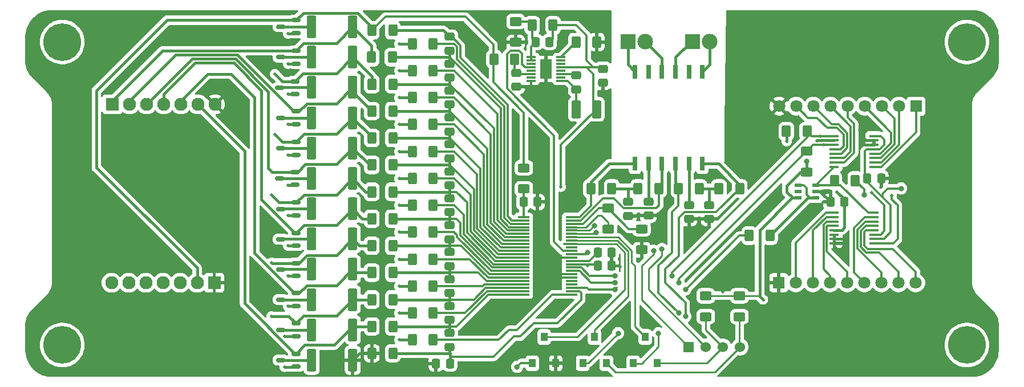
<source format=gbr>
%TF.GenerationSoftware,KiCad,Pcbnew,8.0.2*%
%TF.CreationDate,2024-06-17T09:50:20+02:00*%
%TF.ProjectId,BMS,424d532e-6b69-4636-9164-5f7063625858,rev?*%
%TF.SameCoordinates,Original*%
%TF.FileFunction,Copper,L1,Top*%
%TF.FilePolarity,Positive*%
%FSLAX46Y46*%
G04 Gerber Fmt 4.6, Leading zero omitted, Abs format (unit mm)*
G04 Created by KiCad (PCBNEW 8.0.2) date 2024-06-17 09:50:20*
%MOMM*%
%LPD*%
G01*
G04 APERTURE LIST*
G04 Aperture macros list*
%AMRoundRect*
0 Rectangle with rounded corners*
0 $1 Rounding radius*
0 $2 $3 $4 $5 $6 $7 $8 $9 X,Y pos of 4 corners*
0 Add a 4 corners polygon primitive as box body*
4,1,4,$2,$3,$4,$5,$6,$7,$8,$9,$2,$3,0*
0 Add four circle primitives for the rounded corners*
1,1,$1+$1,$2,$3*
1,1,$1+$1,$4,$5*
1,1,$1+$1,$6,$7*
1,1,$1+$1,$8,$9*
0 Add four rect primitives between the rounded corners*
20,1,$1+$1,$2,$3,$4,$5,0*
20,1,$1+$1,$4,$5,$6,$7,0*
20,1,$1+$1,$6,$7,$8,$9,0*
20,1,$1+$1,$8,$9,$2,$3,0*%
G04 Aperture macros list end*
%TA.AperFunction,SMDPad,CuDef*%
%ADD10R,1.000000X1.300000*%
%TD*%
%TA.AperFunction,ComponentPad*%
%ADD11R,2.325000X2.325000*%
%TD*%
%TA.AperFunction,ComponentPad*%
%ADD12C,2.325000*%
%TD*%
%TA.AperFunction,SMDPad,CuDef*%
%ADD13RoundRect,0.250000X-0.475000X0.337500X-0.475000X-0.337500X0.475000X-0.337500X0.475000X0.337500X0*%
%TD*%
%TA.AperFunction,SMDPad,CuDef*%
%ADD14RoundRect,0.250000X-0.400000X-0.625000X0.400000X-0.625000X0.400000X0.625000X-0.400000X0.625000X0*%
%TD*%
%TA.AperFunction,ComponentPad*%
%ADD15C,5.600000*%
%TD*%
%TA.AperFunction,SMDPad,CuDef*%
%ADD16RoundRect,0.250001X-0.462499X-1.074999X0.462499X-1.074999X0.462499X1.074999X-0.462499X1.074999X0*%
%TD*%
%TA.AperFunction,SMDPad,CuDef*%
%ADD17R,1.800000X0.300000*%
%TD*%
%TA.AperFunction,SMDPad,CuDef*%
%ADD18RoundRect,0.250000X0.400000X0.625000X-0.400000X0.625000X-0.400000X-0.625000X0.400000X-0.625000X0*%
%TD*%
%TA.AperFunction,SMDPad,CuDef*%
%ADD19RoundRect,0.249999X0.450001X1.425001X-0.450001X1.425001X-0.450001X-1.425001X0.450001X-1.425001X0*%
%TD*%
%TA.AperFunction,SMDPad,CuDef*%
%ADD20R,1.475000X0.450000*%
%TD*%
%TA.AperFunction,SMDPad,CuDef*%
%ADD21RoundRect,0.150000X0.512500X0.150000X-0.512500X0.150000X-0.512500X-0.150000X0.512500X-0.150000X0*%
%TD*%
%TA.AperFunction,SMDPad,CuDef*%
%ADD22RoundRect,0.250000X0.625000X-0.400000X0.625000X0.400000X-0.625000X0.400000X-0.625000X-0.400000X0*%
%TD*%
%TA.AperFunction,SMDPad,CuDef*%
%ADD23RoundRect,0.250000X-0.337500X-0.475000X0.337500X-0.475000X0.337500X0.475000X-0.337500X0.475000X0*%
%TD*%
%TA.AperFunction,SMDPad,CuDef*%
%ADD24RoundRect,0.250000X-0.625000X0.400000X-0.625000X-0.400000X0.625000X-0.400000X0.625000X0.400000X0*%
%TD*%
%TA.AperFunction,SMDPad,CuDef*%
%ADD25RoundRect,0.250000X0.475000X-0.337500X0.475000X0.337500X-0.475000X0.337500X-0.475000X-0.337500X0*%
%TD*%
%TA.AperFunction,SMDPad,CuDef*%
%ADD26R,1.050000X0.550000*%
%TD*%
%TA.AperFunction,ComponentPad*%
%ADD27R,1.800000X1.800000*%
%TD*%
%TA.AperFunction,ComponentPad*%
%ADD28C,1.800000*%
%TD*%
%TA.AperFunction,SMDPad,CuDef*%
%ADD29RoundRect,0.250000X0.337500X0.475000X-0.337500X0.475000X-0.337500X-0.475000X0.337500X-0.475000X0*%
%TD*%
%TA.AperFunction,SMDPad,CuDef*%
%ADD30R,1.425000X0.300000*%
%TD*%
%TA.AperFunction,SMDPad,CuDef*%
%ADD31R,1.753000X2.947000*%
%TD*%
%TA.AperFunction,ComponentPad*%
%ADD32R,1.950000X1.950000*%
%TD*%
%TA.AperFunction,ComponentPad*%
%ADD33C,1.950000*%
%TD*%
%TA.AperFunction,SMDPad,CuDef*%
%ADD34R,0.800000X2.010000*%
%TD*%
%TA.AperFunction,ComponentPad*%
%ADD35R,1.530000X1.530000*%
%TD*%
%TA.AperFunction,ComponentPad*%
%ADD36C,1.530000*%
%TD*%
%TA.AperFunction,ViaPad*%
%ADD37C,0.500000*%
%TD*%
%TA.AperFunction,ViaPad*%
%ADD38C,0.800000*%
%TD*%
%TA.AperFunction,Conductor*%
%ADD39C,0.300000*%
%TD*%
%TA.AperFunction,Conductor*%
%ADD40C,0.400000*%
%TD*%
%TA.AperFunction,Conductor*%
%ADD41C,0.250000*%
%TD*%
G04 APERTURE END LIST*
D10*
%TO.P,S2,1,NO*%
%TO.N,/IMA*%
X146750000Y-115950000D03*
%TO.P,S2,2,COM*%
%TO.N,/CSB_(IMA)*%
X148500000Y-112050000D03*
%TO.P,S2,3,NC*%
%TO.N,Net-(S2-NC)*%
X150250000Y-115950000D03*
%TD*%
D11*
%TO.P,J3,1,Pin_1*%
%TO.N,Net-(J3-Pin_1)*%
X163000000Y-68155000D03*
D12*
%TO.P,J3,2,Pin_2*%
%TO.N,Net-(J3-Pin_2)*%
X165540000Y-68155000D03*
%TD*%
D13*
%TO.P,C15,1*%
%TO.N,/C5*%
X127000000Y-95462500D03*
%TO.P,C15,2*%
%TO.N,/C4*%
X127000000Y-97537500D03*
%TD*%
D14*
%TO.P,R38,1*%
%TO.N,/Cell 10*%
X115450000Y-74500000D03*
%TO.P,R38,2*%
%TO.N,/C10*%
X118550000Y-74500000D03*
%TD*%
D15*
%TO.P,,1*%
%TO.N,N/C*%
X203750000Y-113250000D03*
%TD*%
D16*
%TO.P,L1,1,1*%
%TO.N,Net-(IC1-SW)*%
X145800500Y-78250000D03*
%TO.P,L1,2,2*%
%TO.N,+5V*%
X148775500Y-78250000D03*
%TD*%
D17*
%TO.P,IC6,1,V+*%
%TO.N,Net-(IC6-V+)*%
X137950000Y-94250000D03*
%TO.P,IC6,2,C12*%
%TO.N,/C12*%
X137950000Y-94750000D03*
%TO.P,IC6,3,S12*%
%TO.N,/S12*%
X137950000Y-95250000D03*
%TO.P,IC6,4,C11*%
%TO.N,/C11*%
X137950000Y-95750000D03*
%TO.P,IC6,5,S11*%
%TO.N,/S11*%
X137950000Y-96250000D03*
%TO.P,IC6,6,C10*%
%TO.N,/C10*%
X137950000Y-96750000D03*
%TO.P,IC6,7,S10*%
%TO.N,/S10*%
X137950000Y-97250000D03*
%TO.P,IC6,8,C9*%
%TO.N,/C9*%
X137950000Y-97750000D03*
%TO.P,IC6,9,S9*%
%TO.N,/S9*%
X137950000Y-98250000D03*
%TO.P,IC6,10,C8*%
%TO.N,/C8*%
X137950000Y-98750000D03*
%TO.P,IC6,11,S8*%
%TO.N,/S8*%
X137950000Y-99250000D03*
%TO.P,IC6,12,C7*%
%TO.N,/C7*%
X137950000Y-99750000D03*
%TO.P,IC6,13,S7*%
%TO.N,/S7*%
X137950000Y-100250000D03*
%TO.P,IC6,14,C6*%
%TO.N,/C6*%
X137950000Y-100750000D03*
%TO.P,IC6,15,S6*%
%TO.N,/S6*%
X137950000Y-101250000D03*
%TO.P,IC6,16,C5*%
%TO.N,/C5*%
X137950000Y-101750000D03*
%TO.P,IC6,17,S5*%
%TO.N,/S5*%
X137950000Y-102250000D03*
%TO.P,IC6,18,C4*%
%TO.N,/C4*%
X137950000Y-102750000D03*
%TO.P,IC6,19,S4*%
%TO.N,/S4*%
X137950000Y-103250000D03*
%TO.P,IC6,20,C3*%
%TO.N,/C3*%
X137950000Y-103750000D03*
%TO.P,IC6,21,S3*%
%TO.N,/S3*%
X137950000Y-104250000D03*
%TO.P,IC6,22,C2*%
%TO.N,/C2*%
X137950000Y-104750000D03*
%TO.P,IC6,23,S2*%
%TO.N,/S2*%
X137950000Y-105250000D03*
%TO.P,IC6,24,C1*%
%TO.N,/C1*%
X137950000Y-105750000D03*
%TO.P,IC6,25,S1*%
%TO.N,/S1*%
X145050000Y-105750000D03*
%TO.P,IC6,26,C0*%
%TO.N,/C0*%
X145050000Y-105250000D03*
%TO.P,IC6,27,GPIO1*%
%TO.N,/Therm_ADC*%
X145050000Y-104750000D03*
%TO.P,IC6,28,GPIO2*%
%TO.N,unconnected-(IC6-GPIO2-Pad28)*%
X145050000Y-104250000D03*
%TO.P,IC6,29,GPIO3*%
%TO.N,unconnected-(IC6-GPIO3-Pad29)*%
X145050000Y-103750000D03*
%TO.P,IC6,30,V-_1*%
%TO.N,-VDC*%
X145050000Y-103250000D03*
%TO.P,IC6,31,V-_2*%
X145050000Y-102750000D03*
%TO.P,IC6,32,GPIO4*%
%TO.N,/SDA*%
X145050000Y-102250000D03*
%TO.P,IC6,33,GPIO5*%
%TO.N,/SCL*%
X145050000Y-101750000D03*
%TO.P,IC6,34,VREF2*%
%TO.N,/VREF2*%
X145050000Y-101250000D03*
%TO.P,IC6,35,VREF1*%
%TO.N,Net-(IC6-VREF1)*%
X145050000Y-100750000D03*
%TO.P,IC6,36,DTEN*%
%TO.N,-VDC*%
X145050000Y-100250000D03*
%TO.P,IC6,37,VREG*%
%TO.N,+5V*%
X145050000Y-99750000D03*
%TO.P,IC6,38,DRIVE*%
%TO.N,/Enable*%
X145050000Y-99250000D03*
%TO.P,IC6,39,WDT*%
%TO.N,unconnected-(IC6-WDT-Pad39)*%
X145050000Y-98750000D03*
%TO.P,IC6,40,ISOMD*%
%TO.N,Net-(IC6-ISOMD)*%
X145050000Y-98250000D03*
%TO.P,IC6,41,CSB_(IMA)*%
%TO.N,/CSB_(IMA)*%
X145050000Y-97750000D03*
%TO.P,IC6,42,SCK_(IPA)*%
%TO.N,/SCK_(IPA)*%
X145050000Y-97250000D03*
%TO.P,IC6,43,SDI_(NC)*%
%TO.N,/MOSI*%
X145050000Y-96750000D03*
%TO.P,IC6,44,SDO_(NC)*%
%TO.N,/MISO*%
X145050000Y-96250000D03*
%TO.P,IC6,45,IBIAS*%
%TO.N,Net-(IC6-IBIAS)*%
X145050000Y-95750000D03*
%TO.P,IC6,46,ICMP*%
%TO.N,Net-(IC6-ICMP)*%
X145050000Y-95250000D03*
%TO.P,IC6,47,IMB*%
%TO.N,/IMB*%
X145050000Y-94750000D03*
%TO.P,IC6,48,IPB*%
%TO.N,/IPB*%
X145050000Y-94250000D03*
%TD*%
D14*
%TO.P,R32,1*%
%TO.N,/Cell 8*%
X115450000Y-82500000D03*
%TO.P,R32,2*%
%TO.N,/C8*%
X118550000Y-82500000D03*
%TD*%
D18*
%TO.P,R7,1*%
%TO.N,Net-(IC2--IN)*%
X174550000Y-97000000D03*
%TO.P,R7,2*%
%TO.N,/Therm_ADC*%
X171450000Y-97000000D03*
%TD*%
D10*
%TO.P,S1,1,NO*%
%TO.N,/IPA*%
X154250000Y-115950000D03*
%TO.P,S1,2,COM*%
%TO.N,/SCK_(IPA)*%
X156000000Y-112050000D03*
%TO.P,S1,3,NC*%
%TO.N,Net-(S1-NC)*%
X157750000Y-115950000D03*
%TD*%
D14*
%TO.P,R24,1*%
%TO.N,Net-(Q4-G)*%
X121450000Y-96500000D03*
%TO.P,R24,2*%
%TO.N,/S5*%
X124550000Y-96500000D03*
%TD*%
%TO.P,R23,1*%
%TO.N,/Cell 5*%
X115450000Y-94500000D03*
%TO.P,R23,2*%
%TO.N,/C5*%
X118550000Y-94500000D03*
%TD*%
D19*
%TO.P,R46,1*%
%TO.N,-VDC*%
X112600000Y-115500000D03*
%TO.P,R46,2*%
%TO.N,Net-(Q12-D)*%
X106500000Y-115500000D03*
%TD*%
D20*
%TO.P,IC3,1,SCL*%
%TO.N,/SCL*%
X189938000Y-98150000D03*
%TO.P,IC3,2,~{RESET}*%
%TO.N,+5V*%
X189938000Y-97500000D03*
%TO.P,IC3,3,SDA*%
%TO.N,/SDA*%
X189938000Y-96850000D03*
%TO.P,IC3,4,S1*%
%TO.N,/T1*%
X189938000Y-96200000D03*
%TO.P,IC3,5,S2*%
%TO.N,/T2*%
X189938000Y-95550000D03*
%TO.P,IC3,6,S3*%
%TO.N,/T3*%
X189938000Y-94900000D03*
%TO.P,IC3,7,S4*%
%TO.N,/T4*%
X189938000Y-94250000D03*
%TO.P,IC3,8,D*%
%TO.N,Net-(IC2-+IN)*%
X189938000Y-93600000D03*
%TO.P,IC3,9,S8*%
%TO.N,/T8*%
X184062000Y-93600000D03*
%TO.P,IC3,10,S7*%
%TO.N,/T7*%
X184062000Y-94250000D03*
%TO.P,IC3,11,S6*%
%TO.N,/T6*%
X184062000Y-94900000D03*
%TO.P,IC3,12,S5*%
%TO.N,/T5*%
X184062000Y-95550000D03*
%TO.P,IC3,13,VDD*%
%TO.N,+5V*%
X184062000Y-96200000D03*
%TO.P,IC3,14,GND*%
%TO.N,-VDC*%
X184062000Y-96850000D03*
%TO.P,IC3,15,A1*%
X184062000Y-97500000D03*
%TO.P,IC3,16,A0*%
X184062000Y-98150000D03*
%TD*%
D13*
%TO.P,C18,1*%
%TO.N,/C8*%
X127000000Y-83462500D03*
%TO.P,C18,2*%
%TO.N,/C7*%
X127000000Y-85537500D03*
%TD*%
D14*
%TO.P,R12,1*%
%TO.N,Net-(Q1-G)*%
X121450000Y-108500000D03*
%TO.P,R12,2*%
%TO.N,/S2*%
X124550000Y-108500000D03*
%TD*%
D21*
%TO.P,Q11,1,G*%
%TO.N,Net-(Q11-G)*%
X104187500Y-66900000D03*
%TO.P,Q11,2,S*%
%TO.N,+BATT*%
X104187500Y-65000000D03*
%TO.P,Q11,3,D*%
%TO.N,Net-(Q11-D)*%
X101912500Y-65950000D03*
%TD*%
D15*
%TO.P,,1*%
%TO.N,N/C*%
X69500000Y-113250000D03*
%TD*%
D22*
%TO.P,R54,1*%
%TO.N,Net-(S2-NC)*%
X170000000Y-109050000D03*
%TO.P,R54,2*%
%TO.N,+5V*%
X170000000Y-105950000D03*
%TD*%
D23*
%TO.P,C1,1*%
%TO.N,/FB*%
X139750500Y-68250000D03*
%TO.P,C1,2*%
%TO.N,+5V*%
X141825500Y-68250000D03*
%TD*%
D24*
%TO.P,R51,1*%
%TO.N,+BATT*%
X138000000Y-86950000D03*
%TO.P,R51,2*%
%TO.N,Net-(IC6-V+)*%
X138000000Y-90050000D03*
%TD*%
D25*
%TO.P,C9,1*%
%TO.N,-VDC*%
X162500000Y-94537500D03*
%TO.P,C9,2*%
%TO.N,Net-(T1-SEC1_2)*%
X162500000Y-92462500D03*
%TD*%
D13*
%TO.P,C12,1*%
%TO.N,/C2*%
X127000000Y-107462500D03*
%TO.P,C12,2*%
%TO.N,/C1*%
X127000000Y-109537500D03*
%TD*%
D14*
%TO.P,R44,1*%
%TO.N,+BATT*%
X115450000Y-66500000D03*
%TO.P,R44,2*%
%TO.N,/C12*%
X118550000Y-66500000D03*
%TD*%
D13*
%TO.P,C17,1*%
%TO.N,/C7*%
X127000000Y-87462500D03*
%TO.P,C17,2*%
%TO.N,/C6*%
X127000000Y-89537500D03*
%TD*%
D14*
%TO.P,R15,1*%
%TO.N,/Cell 1*%
X115450000Y-110500000D03*
%TO.P,R15,2*%
%TO.N,/C1*%
X118550000Y-110500000D03*
%TD*%
%TO.P,R27,1*%
%TO.N,Net-(Q5-G)*%
X121450000Y-92500000D03*
%TO.P,R27,2*%
%TO.N,/S6*%
X124550000Y-92500000D03*
%TD*%
D26*
%TO.P,IC2,1,OUT*%
%TO.N,Net-(IC2--IN)*%
X181300000Y-91400000D03*
%TO.P,IC2,2,V-*%
%TO.N,-VDC*%
X181300000Y-90450000D03*
%TO.P,IC2,3,+IN*%
%TO.N,Net-(IC2-+IN)*%
X181300000Y-89500000D03*
%TO.P,IC2,4,-IN*%
%TO.N,Net-(IC2--IN)*%
X178700000Y-89500000D03*
%TO.P,IC2,5,~{SHDN}*%
%TO.N,unconnected-(IC2-~{SHDN}-Pad5)*%
X178700000Y-90450000D03*
%TO.P,IC2,6,V+*%
%TO.N,+5V*%
X178700000Y-91400000D03*
%TD*%
D25*
%TO.P,C2,1*%
%TO.N,-VDC*%
X149750000Y-74287500D03*
%TO.P,C2,2*%
%TO.N,+5V*%
X149750000Y-72212500D03*
%TD*%
D22*
%TO.P,R49,1*%
%TO.N,Net-(IC6-IBIAS)*%
X150500000Y-96050000D03*
%TO.P,R49,2*%
%TO.N,Net-(IC6-ICMP)*%
X150500000Y-92950000D03*
%TD*%
D13*
%TO.P,C23,1*%
%TO.N,/C1*%
X127000000Y-111462500D03*
%TO.P,C23,2*%
%TO.N,/C0*%
X127000000Y-113537500D03*
%TD*%
D18*
%TO.P,R52,1*%
%TO.N,/VREF2*%
X187183538Y-88818599D03*
%TO.P,R52,2*%
%TO.N,Net-(IC2-+IN)*%
X184083538Y-88818599D03*
%TD*%
D19*
%TO.P,R43,1*%
%TO.N,/Cell 11*%
X112600000Y-66000000D03*
%TO.P,R43,2*%
%TO.N,Net-(Q11-D)*%
X106500000Y-66000000D03*
%TD*%
D23*
%TO.P,C25,1*%
%TO.N,Net-(IC6-V+)*%
X137962500Y-92000000D03*
%TO.P,C25,2*%
%TO.N,-VDC*%
X140037500Y-92000000D03*
%TD*%
D19*
%TO.P,R19,1*%
%TO.N,/Cell 3*%
X112600000Y-102000000D03*
%TO.P,R19,2*%
%TO.N,Net-(Q3-D)*%
X106500000Y-102000000D03*
%TD*%
%TO.P,R31,1*%
%TO.N,/Cell 7*%
X112600000Y-84000000D03*
%TO.P,R31,2*%
%TO.N,Net-(Q7-D)*%
X106500000Y-84000000D03*
%TD*%
D14*
%TO.P,R3,1*%
%TO.N,Net-(IC1-RT)*%
X145738000Y-68250000D03*
%TO.P,R3,2*%
%TO.N,-VDC*%
X148838000Y-68250000D03*
%TD*%
D23*
%TO.P,C11,1*%
%TO.N,Net-(IC6-VREF1)*%
X148962500Y-99500000D03*
%TO.P,C11,2*%
%TO.N,-VDC*%
X151037500Y-99500000D03*
%TD*%
D13*
%TO.P,C13,1*%
%TO.N,/C3*%
X127000000Y-103462500D03*
%TO.P,C13,2*%
%TO.N,/C2*%
X127000000Y-105537500D03*
%TD*%
D14*
%TO.P,R30,1*%
%TO.N,Net-(Q6-G)*%
X121450000Y-88500000D03*
%TO.P,R30,2*%
%TO.N,/S7*%
X124550000Y-88500000D03*
%TD*%
D27*
%TO.P,J5,1,Pin_1*%
%TO.N,/T16*%
X196200000Y-77775000D03*
D28*
%TO.P,J5,2,Pin_2*%
%TO.N,/T15*%
X193660000Y-77775000D03*
%TO.P,J5,3,Pin_3*%
%TO.N,/T14*%
X191120000Y-77775000D03*
%TO.P,J5,4,Pin_4*%
%TO.N,/T13*%
X188580000Y-77775000D03*
%TO.P,J5,5,Pin_5*%
%TO.N,/T12*%
X186040000Y-77775000D03*
%TO.P,J5,6,Pin_6*%
%TO.N,/T11*%
X183500000Y-77775000D03*
%TO.P,J5,7,Pin_7*%
%TO.N,/T10*%
X180960000Y-77775000D03*
%TO.P,J5,8,Pin_8*%
%TO.N,/T9*%
X178420000Y-77775000D03*
%TO.P,J5,9,Pin_9*%
%TO.N,-VDC*%
X175880000Y-77775000D03*
%TD*%
D19*
%TO.P,R22,1*%
%TO.N,/Cell 4*%
X112600000Y-97500000D03*
%TO.P,R22,2*%
%TO.N,Net-(Q4-D)*%
X106500000Y-97500000D03*
%TD*%
D18*
%TO.P,R11,1*%
%TO.N,Net-(C8-Pad2)*%
X164050000Y-90000000D03*
%TO.P,R11,2*%
%TO.N,/IPA*%
X160950000Y-90000000D03*
%TD*%
D13*
%TO.P,C22,1*%
%TO.N,/C12*%
X127000000Y-67462500D03*
%TO.P,C22,2*%
%TO.N,/C11*%
X127000000Y-69537500D03*
%TD*%
D14*
%TO.P,R42,1*%
%TO.N,Net-(Q10-G)*%
X121450000Y-72500000D03*
%TO.P,R42,2*%
%TO.N,/S11*%
X124550000Y-72500000D03*
%TD*%
D23*
%TO.P,C10,1*%
%TO.N,/VREF2*%
X148962500Y-101500000D03*
%TO.P,C10,2*%
%TO.N,-VDC*%
X151037500Y-101500000D03*
%TD*%
D14*
%TO.P,R48,1*%
%TO.N,Net-(Q12-G)*%
X121450000Y-112500000D03*
%TO.P,R48,2*%
%TO.N,/S1*%
X124550000Y-112500000D03*
%TD*%
D29*
%TO.P,C24,1*%
%TO.N,/C0*%
X127037500Y-116000000D03*
%TO.P,C24,2*%
%TO.N,-VDC*%
X124962500Y-116000000D03*
%TD*%
D13*
%TO.P,C14,1*%
%TO.N,/C4*%
X127000000Y-99462500D03*
%TO.P,C14,2*%
%TO.N,/C3*%
X127000000Y-101537500D03*
%TD*%
D21*
%TO.P,Q6,1,G*%
%TO.N,Net-(Q6-G)*%
X104050000Y-89450000D03*
%TO.P,Q6,2,S*%
%TO.N,/Cell 7*%
X104050000Y-87550000D03*
%TO.P,Q6,3,D*%
%TO.N,Net-(Q6-D)*%
X101775000Y-88500000D03*
%TD*%
D18*
%TO.P,R10,1*%
%TO.N,/IMA*%
X170050000Y-90000000D03*
%TO.P,R10,2*%
%TO.N,Net-(C8-Pad2)*%
X166950000Y-90000000D03*
%TD*%
D14*
%TO.P,R29,1*%
%TO.N,/Cell 7*%
X115450000Y-86500000D03*
%TO.P,R29,2*%
%TO.N,/C7*%
X118550000Y-86500000D03*
%TD*%
D21*
%TO.P,Q9,1,G*%
%TO.N,Net-(Q9-G)*%
X104050000Y-76000000D03*
%TO.P,Q9,2,S*%
%TO.N,/Cell 10*%
X104050000Y-74100000D03*
%TO.P,Q9,3,D*%
%TO.N,Net-(Q9-D)*%
X101775000Y-75050000D03*
%TD*%
D14*
%TO.P,R26,1*%
%TO.N,/Cell 6*%
X115450000Y-90500000D03*
%TO.P,R26,2*%
%TO.N,/C6*%
X118550000Y-90500000D03*
%TD*%
D21*
%TO.P,Q4,1,G*%
%TO.N,Net-(Q4-G)*%
X104187500Y-98500000D03*
%TO.P,Q4,2,S*%
%TO.N,/Cell 5*%
X104187500Y-96600000D03*
%TO.P,Q4,3,D*%
%TO.N,Net-(Q4-D)*%
X101912500Y-97550000D03*
%TD*%
%TO.P,Q3,1,G*%
%TO.N,Net-(Q3-G)*%
X104187500Y-103000000D03*
%TO.P,Q3,2,S*%
%TO.N,/Cell 4*%
X104187500Y-101100000D03*
%TO.P,Q3,3,D*%
%TO.N,Net-(Q3-D)*%
X101912500Y-102050000D03*
%TD*%
D19*
%TO.P,R28,1*%
%TO.N,/Cell 6*%
X112550000Y-88500000D03*
%TO.P,R28,2*%
%TO.N,Net-(Q6-D)*%
X106450000Y-88500000D03*
%TD*%
D14*
%TO.P,R17,1*%
%TO.N,/Cell 3*%
X115450000Y-102500000D03*
%TO.P,R17,2*%
%TO.N,/C3*%
X118550000Y-102500000D03*
%TD*%
%TO.P,R4,1*%
%TO.N,+BATT*%
X133562465Y-70768955D03*
%TO.P,R4,2*%
%TO.N,Net-(IC1-VIN)*%
X136662465Y-70768955D03*
%TD*%
D30*
%TO.P,IC1,1,FB_1*%
%TO.N,/FB*%
X139076000Y-70500000D03*
%TO.P,IC1,2,FB_2*%
X139076000Y-71000000D03*
%TO.P,IC1,3,NC_1*%
%TO.N,unconnected-(IC1-NC_1-Pad3)*%
X139076000Y-71500000D03*
%TO.P,IC1,4,EN/UVLO*%
%TO.N,/Enable*%
X139076000Y-72000000D03*
%TO.P,IC1,5,NC_2*%
%TO.N,unconnected-(IC1-NC_2-Pad5)*%
X139076000Y-72500000D03*
%TO.P,IC1,6,VIN*%
%TO.N,Net-(IC1-VIN)*%
X139076000Y-73000000D03*
%TO.P,IC1,7,NC_3*%
%TO.N,unconnected-(IC1-NC_3-Pad7)*%
X139076000Y-73500000D03*
%TO.P,IC1,8,GND_1*%
%TO.N,-VDC*%
X139076000Y-74000000D03*
%TO.P,IC1,9,SW*%
%TO.N,Net-(IC1-SW)*%
X143500000Y-74000000D03*
%TO.P,IC1,10,NC_4*%
%TO.N,unconnected-(IC1-NC_4-Pad10)*%
X143500000Y-73500000D03*
%TO.P,IC1,11,BOOST*%
%TO.N,Net-(IC1-BOOST)*%
X143500000Y-73000000D03*
%TO.P,IC1,12,NC_5*%
%TO.N,unconnected-(IC1-NC_5-Pad12)*%
X143500000Y-72500000D03*
%TO.P,IC1,13,BD*%
%TO.N,+5V*%
X143500000Y-72000000D03*
%TO.P,IC1,14,PG*%
%TO.N,unconnected-(IC1-PG-Pad14)*%
X143500000Y-71500000D03*
%TO.P,IC1,15,NC_6*%
%TO.N,unconnected-(IC1-NC_6-Pad15)*%
X143500000Y-71000000D03*
%TO.P,IC1,16,RT*%
%TO.N,Net-(IC1-RT)*%
X143500000Y-70500000D03*
D31*
%TO.P,IC1,17,GND_2*%
%TO.N,-VDC*%
X141288000Y-72250000D03*
%TD*%
D14*
%TO.P,R8,1*%
%TO.N,/IPB*%
X147950000Y-90000000D03*
%TO.P,R8,2*%
%TO.N,Net-(C6-Pad2)*%
X151050000Y-90000000D03*
%TD*%
%TO.P,R39,1*%
%TO.N,Net-(Q9-G)*%
X121450000Y-76500000D03*
%TO.P,R39,2*%
%TO.N,/S10*%
X124550000Y-76500000D03*
%TD*%
D27*
%TO.P,J4,1,Pin_1*%
%TO.N,-VDC*%
X175840000Y-104000000D03*
D28*
%TO.P,J4,2,Pin_2*%
%TO.N,/T8*%
X178380000Y-104000000D03*
%TO.P,J4,3,Pin_3*%
%TO.N,/T7*%
X180920000Y-104000000D03*
%TO.P,J4,4,Pin_4*%
%TO.N,/T6*%
X183460000Y-104000000D03*
%TO.P,J4,5,Pin_5*%
%TO.N,/T5*%
X186000000Y-104000000D03*
%TO.P,J4,6,Pin_6*%
%TO.N,/T4*%
X188540000Y-104000000D03*
%TO.P,J4,7,Pin_7*%
%TO.N,/T3*%
X191080000Y-104000000D03*
%TO.P,J4,8,Pin_8*%
%TO.N,/T2*%
X193620000Y-104000000D03*
%TO.P,J4,9,Pin_9*%
%TO.N,/T1*%
X196160000Y-104000000D03*
%TD*%
D32*
%TO.P,J6,1,Pin_1*%
%TO.N,/Cell 11*%
X76930000Y-77500000D03*
D33*
%TO.P,J6,2,Pin_2*%
%TO.N,/Cell 9*%
X79470000Y-77500000D03*
%TO.P,J6,3,Pin_3*%
%TO.N,/Cell 7*%
X82010000Y-77500000D03*
%TO.P,J6,4,Pin_4*%
%TO.N,/Cell 5*%
X84550000Y-77500000D03*
%TO.P,J6,5,Pin_5*%
%TO.N,/Cell 3*%
X87090000Y-77500000D03*
%TO.P,J6,6,Pin_6*%
%TO.N,/Cell 1*%
X89630000Y-77500000D03*
%TO.P,J6,7,Pin_7*%
%TO.N,-VDC*%
X92170000Y-77500000D03*
%TD*%
D34*
%TO.P,T1,1,PRI1_1*%
%TO.N,Net-(J3-Pin_2)*%
X164500000Y-72655000D03*
%TO.P,T1,2,PRI1_2*%
%TO.N,unconnected-(T1-PRI1_2-Pad2)*%
X162500000Y-72655000D03*
%TO.P,T1,3,PRI1_3*%
%TO.N,Net-(J3-Pin_1)*%
X160500000Y-72655000D03*
%TO.P,T1,4,PRI2_1*%
%TO.N,Net-(J1-Pin_2)*%
X158500000Y-72655000D03*
%TO.P,T1,5,PRI2_2*%
%TO.N,unconnected-(T1-PRI2_2-Pad5)*%
X156500000Y-72655000D03*
%TO.P,T1,6,PRI2_3*%
%TO.N,Net-(J1-Pin_1)*%
X154500000Y-72655000D03*
%TO.P,T1,7,SEC2_1*%
%TO.N,/IPB*%
X154500000Y-86345000D03*
%TO.P,T1,8,SEC2_2*%
%TO.N,Net-(T1-SEC2_2)*%
X156500000Y-86345000D03*
%TO.P,T1,9,SEC2_3*%
%TO.N,/IMB*%
X158500000Y-86345000D03*
%TO.P,T1,10,SEC1_1*%
%TO.N,/IPA*%
X160500000Y-86345000D03*
%TO.P,T1,11,SEC1_2*%
%TO.N,Net-(T1-SEC1_2)*%
X162500000Y-86345000D03*
%TO.P,T1,12,SEC1_3*%
%TO.N,/IMA*%
X164500000Y-86345000D03*
%TD*%
D10*
%TO.P,S3,1,NO*%
%TO.N,+5V*%
X139250000Y-115950000D03*
%TO.P,S3,2,COM*%
%TO.N,Net-(IC6-ISOMD)*%
X141000000Y-112050000D03*
%TO.P,S3,3,NC*%
%TO.N,-VDC*%
X142750000Y-115950000D03*
%TD*%
D13*
%TO.P,C20,1*%
%TO.N,/C10*%
X127000000Y-75462500D03*
%TO.P,C20,2*%
%TO.N,/C9*%
X127000000Y-77537500D03*
%TD*%
D29*
%TO.P,C26,1*%
%TO.N,+5V*%
X185575000Y-92000000D03*
%TO.P,C26,2*%
%TO.N,-VDC*%
X183500000Y-92000000D03*
%TD*%
D19*
%TO.P,R25,1*%
%TO.N,/Cell 5*%
X112550000Y-93000000D03*
%TO.P,R25,2*%
%TO.N,Net-(Q5-D)*%
X106450000Y-93000000D03*
%TD*%
D25*
%TO.P,C7,1*%
%TO.N,-VDC*%
X156500000Y-94037500D03*
%TO.P,C7,2*%
%TO.N,Net-(T1-SEC2_2)*%
X156500000Y-91962500D03*
%TD*%
D11*
%TO.P,J1,1,Pin_1*%
%TO.N,Net-(J1-Pin_1)*%
X153460000Y-68155000D03*
D12*
%TO.P,J1,2,Pin_2*%
%TO.N,Net-(J1-Pin_2)*%
X156000000Y-68155000D03*
%TD*%
D25*
%TO.P,C6,1*%
%TO.N,-VDC*%
X153500000Y-94075000D03*
%TO.P,C6,2*%
%TO.N,Net-(C6-Pad2)*%
X153500000Y-92000000D03*
%TD*%
D15*
%TO.P,,1*%
%TO.N,N/C*%
X203750000Y-68250000D03*
%TD*%
D19*
%TO.P,R14,1*%
%TO.N,/Cell 1*%
X112600000Y-111000000D03*
%TO.P,R14,2*%
%TO.N,Net-(Q1-D)*%
X106500000Y-111000000D03*
%TD*%
D14*
%TO.P,R41,1*%
%TO.N,/Cell 11*%
X115400000Y-70500000D03*
%TO.P,R41,2*%
%TO.N,/C11*%
X118500000Y-70500000D03*
%TD*%
%TO.P,R20,1*%
%TO.N,/Cell 4*%
X115450000Y-98500000D03*
%TO.P,R20,2*%
%TO.N,/C4*%
X118550000Y-98500000D03*
%TD*%
%TO.P,R36,1*%
%TO.N,Net-(Q8-G)*%
X121450000Y-80500000D03*
%TO.P,R36,2*%
%TO.N,/S9*%
X124550000Y-80500000D03*
%TD*%
%TO.P,R33,1*%
%TO.N,Net-(Q7-G)*%
X121450000Y-84500000D03*
%TO.P,R33,2*%
%TO.N,/S8*%
X124550000Y-84500000D03*
%TD*%
%TO.P,R35,1*%
%TO.N,/Cell 9*%
X115450000Y-78500000D03*
%TO.P,R35,2*%
%TO.N,/C9*%
X118550000Y-78500000D03*
%TD*%
D19*
%TO.P,R37,1*%
%TO.N,/Cell 9*%
X112600000Y-75000000D03*
%TO.P,R37,2*%
%TO.N,Net-(Q9-D)*%
X106500000Y-75000000D03*
%TD*%
%TO.P,R16,1*%
%TO.N,/Cell 2*%
X112600000Y-106500000D03*
%TO.P,R16,2*%
%TO.N,Net-(Q2-D)*%
X106500000Y-106500000D03*
%TD*%
D14*
%TO.P,R13,1*%
%TO.N,/Cell 2*%
X115450000Y-106500000D03*
%TO.P,R13,2*%
%TO.N,/C2*%
X118550000Y-106500000D03*
%TD*%
%TO.P,R45,1*%
%TO.N,Net-(Q11-G)*%
X121450000Y-68500000D03*
%TO.P,R45,2*%
%TO.N,/S12*%
X124550000Y-68500000D03*
%TD*%
D21*
%TO.P,Q2,1,G*%
%TO.N,Net-(Q2-G)*%
X104187500Y-107450000D03*
%TO.P,Q2,2,S*%
%TO.N,/Cell 3*%
X104187500Y-105550000D03*
%TO.P,Q2,3,D*%
%TO.N,Net-(Q2-D)*%
X101912500Y-106500000D03*
%TD*%
%TO.P,Q12,1,G*%
%TO.N,Net-(Q12-G)*%
X104187500Y-116450000D03*
%TO.P,Q12,2,S*%
%TO.N,/Cell 1*%
X104187500Y-114550000D03*
%TO.P,Q12,3,D*%
%TO.N,Net-(Q12-D)*%
X101912500Y-115500000D03*
%TD*%
D24*
%TO.P,R50,1*%
%TO.N,Net-(IC6-ICMP)*%
X155500000Y-96000000D03*
%TO.P,R50,2*%
%TO.N,-VDC*%
X155500000Y-99100000D03*
%TD*%
%TO.P,R1,1*%
%TO.N,/FB*%
X136788000Y-65200000D03*
%TO.P,R1,2*%
%TO.N,-VDC*%
X136788000Y-68300000D03*
%TD*%
D19*
%TO.P,R40,1*%
%TO.N,/Cell 10*%
X112600000Y-70500000D03*
%TO.P,R40,2*%
%TO.N,Net-(Q10-D)*%
X106500000Y-70500000D03*
%TD*%
D35*
%TO.P,J7,1,1*%
%TO.N,/MOSI*%
X162460000Y-113540000D03*
D36*
%TO.P,J7,2,2*%
%TO.N,/MISO*%
X165000000Y-113540000D03*
%TO.P,J7,3,3*%
%TO.N,Net-(S1-NC)*%
X167540000Y-113540000D03*
%TO.P,J7,4,4*%
%TO.N,Net-(S2-NC)*%
X170080000Y-113540000D03*
%TD*%
D14*
%TO.P,R21,1*%
%TO.N,Net-(Q3-G)*%
X121450000Y-100500000D03*
%TO.P,R21,2*%
%TO.N,/S4*%
X124550000Y-100500000D03*
%TD*%
D15*
%TO.P,REF\u002A\u002A,1*%
%TO.N,N/C*%
X69500000Y-68250000D03*
%TD*%
D14*
%TO.P,R18,1*%
%TO.N,Net-(Q2-G)*%
X121450000Y-104500000D03*
%TO.P,R18,2*%
%TO.N,/S3*%
X124550000Y-104500000D03*
%TD*%
D13*
%TO.P,C21,1*%
%TO.N,/C11*%
X127000000Y-71462500D03*
%TO.P,C21,2*%
%TO.N,/C10*%
X127000000Y-73537500D03*
%TD*%
D21*
%TO.P,Q5,1,G*%
%TO.N,Net-(Q5-G)*%
X104187500Y-94000000D03*
%TO.P,Q5,2,S*%
%TO.N,/Cell 6*%
X104187500Y-92100000D03*
%TO.P,Q5,3,D*%
%TO.N,Net-(Q5-D)*%
X101912500Y-93050000D03*
%TD*%
D23*
%TO.P,C5,1*%
%TO.N,+5V*%
X188962500Y-88500000D03*
%TO.P,C5,2*%
%TO.N,-VDC*%
X191037500Y-88500000D03*
%TD*%
D22*
%TO.P,R53,1*%
%TO.N,Net-(S1-NC)*%
X165000000Y-109050000D03*
%TO.P,R53,2*%
%TO.N,+5V*%
X165000000Y-105950000D03*
%TD*%
D32*
%TO.P,J2,1,Pin_1*%
%TO.N,-VDC*%
X92050000Y-104000000D03*
D33*
%TO.P,J2,2,Pin_2*%
%TO.N,+BATT*%
X89510000Y-104000000D03*
%TO.P,J2,3,Pin_3*%
%TO.N,/Cell 10*%
X86970000Y-104000000D03*
%TO.P,J2,4,Pin_4*%
%TO.N,/Cell 8*%
X84430000Y-104000000D03*
%TO.P,J2,5,Pin_5*%
%TO.N,/Cell 6*%
X81890000Y-104000000D03*
%TO.P,J2,6,Pin_6*%
%TO.N,/Cell 4*%
X79350000Y-104000000D03*
%TO.P,J2,7,Pin_7*%
%TO.N,/Cell 2*%
X76810000Y-104000000D03*
%TD*%
D19*
%TO.P,R34,1*%
%TO.N,/Cell 8*%
X112600000Y-79500000D03*
%TO.P,R34,2*%
%TO.N,Net-(Q8-D)*%
X106500000Y-79500000D03*
%TD*%
D21*
%TO.P,Q7,1,G*%
%TO.N,Net-(Q7-G)*%
X104187500Y-85000000D03*
%TO.P,Q7,2,S*%
%TO.N,/Cell 8*%
X104187500Y-83100000D03*
%TO.P,Q7,3,D*%
%TO.N,Net-(Q7-D)*%
X101912500Y-84050000D03*
%TD*%
D25*
%TO.P,C8,1*%
%TO.N,-VDC*%
X165500000Y-94537500D03*
%TO.P,C8,2*%
%TO.N,Net-(C8-Pad2)*%
X165500000Y-92462500D03*
%TD*%
D14*
%TO.P,R6,1*%
%TO.N,+5V*%
X176950000Y-81500000D03*
%TO.P,R6,2*%
%TO.N,/SCL*%
X180050000Y-81500000D03*
%TD*%
D21*
%TO.P,Q10,1,G*%
%TO.N,Net-(Q10-G)*%
X104187500Y-71450000D03*
%TO.P,Q10,2,S*%
%TO.N,/Cell 11*%
X104187500Y-69550000D03*
%TO.P,Q10,3,D*%
%TO.N,Net-(Q10-D)*%
X101912500Y-70500000D03*
%TD*%
%TO.P,Q1,1,G*%
%TO.N,Net-(Q1-G)*%
X104187500Y-111950000D03*
%TO.P,Q1,2,S*%
%TO.N,/Cell 2*%
X104187500Y-110050000D03*
%TO.P,Q1,3,D*%
%TO.N,Net-(Q1-D)*%
X101912500Y-111000000D03*
%TD*%
D20*
%TO.P,IC4,1,SCL*%
%TO.N,/SCL*%
X184062000Y-82225000D03*
%TO.P,IC4,2,~{RESET}*%
%TO.N,+5V*%
X184062000Y-82875000D03*
%TO.P,IC4,3,SDA*%
%TO.N,/SDA*%
X184062000Y-83525000D03*
%TO.P,IC4,4,S1*%
%TO.N,/T9*%
X184062000Y-84175000D03*
%TO.P,IC4,5,S2*%
%TO.N,/T10*%
X184062000Y-84825000D03*
%TO.P,IC4,6,S3*%
%TO.N,/T11*%
X184062000Y-85475000D03*
%TO.P,IC4,7,S4*%
%TO.N,/T12*%
X184062000Y-86125000D03*
%TO.P,IC4,8,D*%
%TO.N,Net-(IC2-+IN)*%
X184062000Y-86775000D03*
%TO.P,IC4,9,S8*%
%TO.N,/T16*%
X189938000Y-86775000D03*
%TO.P,IC4,10,S7*%
%TO.N,/T15*%
X189938000Y-86125000D03*
%TO.P,IC4,11,S6*%
%TO.N,/T14*%
X189938000Y-85475000D03*
%TO.P,IC4,12,S5*%
%TO.N,/T13*%
X189938000Y-84825000D03*
%TO.P,IC4,13,VDD*%
%TO.N,+5V*%
X189938000Y-84175000D03*
%TO.P,IC4,14,GND*%
%TO.N,-VDC*%
X189938000Y-83525000D03*
%TO.P,IC4,15,A1*%
X189938000Y-82875000D03*
%TO.P,IC4,16,A0*%
%TO.N,+5V*%
X189938000Y-82225000D03*
%TD*%
D25*
%TO.P,C4,1*%
%TO.N,-VDC*%
X136911722Y-74877204D03*
%TO.P,C4,2*%
%TO.N,Net-(IC1-VIN)*%
X136911722Y-72802204D03*
%TD*%
D14*
%TO.P,R47,1*%
%TO.N,-VDC*%
X115450000Y-114500000D03*
%TO.P,R47,2*%
%TO.N,/C0*%
X118550000Y-114500000D03*
%TD*%
D13*
%TO.P,C16,1*%
%TO.N,/C6*%
X127000000Y-91462500D03*
%TO.P,C16,2*%
%TO.N,/C5*%
X127000000Y-93537500D03*
%TD*%
%TO.P,C19,1*%
%TO.N,/C9*%
X127000000Y-79462500D03*
%TO.P,C19,2*%
%TO.N,/C8*%
X127000000Y-81537500D03*
%TD*%
D21*
%TO.P,Q8,1,G*%
%TO.N,Net-(Q8-G)*%
X104187500Y-80450000D03*
%TO.P,Q8,2,S*%
%TO.N,/Cell 9*%
X104187500Y-78550000D03*
%TO.P,Q8,3,D*%
%TO.N,Net-(Q8-D)*%
X101912500Y-79500000D03*
%TD*%
D25*
%TO.P,C3,1*%
%TO.N,Net-(IC1-SW)*%
X145788000Y-75287500D03*
%TO.P,C3,2*%
%TO.N,Net-(IC1-BOOST)*%
X145788000Y-73212500D03*
%TD*%
D18*
%TO.P,R2,1*%
%TO.N,+5V*%
X142338000Y-65750000D03*
%TO.P,R2,2*%
%TO.N,/FB*%
X139238000Y-65750000D03*
%TD*%
D24*
%TO.P,R5,1*%
%TO.N,/SDA*%
X180000000Y-84450000D03*
%TO.P,R5,2*%
%TO.N,+5V*%
X180000000Y-87550000D03*
%TD*%
D14*
%TO.P,R9,1*%
%TO.N,Net-(C6-Pad2)*%
X154950000Y-90000000D03*
%TO.P,R9,2*%
%TO.N,/IMB*%
X158050000Y-90000000D03*
%TD*%
D37*
%TO.N,+5V*%
X181500000Y-82925500D03*
D38*
X147500000Y-99500000D03*
D37*
X143500000Y-89750000D03*
D38*
X137000000Y-116500000D03*
D37*
X177000000Y-83000000D03*
D38*
X194000000Y-90000000D03*
D37*
X184500000Y-90500000D03*
D38*
X180000000Y-86000000D03*
D37*
X173500000Y-106500000D03*
%TO.N,-VDC*%
X117000000Y-114500000D03*
X130761019Y-69616484D03*
X149500000Y-82500000D03*
X152264059Y-101663253D03*
X153000000Y-109500000D03*
X166500000Y-88000000D03*
X99000000Y-71500000D03*
X140000000Y-76500000D03*
X163500000Y-96500000D03*
X133750000Y-65000000D03*
X187844425Y-81312811D03*
X117000000Y-90500000D03*
X100000000Y-106500000D03*
X117000000Y-66500000D03*
X178000000Y-74500000D03*
X100500000Y-96500000D03*
X185500000Y-100000000D03*
X176500000Y-99500000D03*
X156500000Y-109500000D03*
X138000000Y-108000000D03*
X117000000Y-78500000D03*
X157000000Y-95500000D03*
X89000000Y-67500000D03*
X117000000Y-102500000D03*
X195000000Y-88500000D03*
X167500000Y-105350000D03*
X142500000Y-108000000D03*
X153500000Y-97500000D03*
X152500000Y-88000000D03*
X174500000Y-92500000D03*
%TO.N,/VREF2*%
X147500000Y-101500000D03*
D38*
X188500000Y-91000000D03*
%TO.N,/SCL*%
X160000000Y-103000000D03*
D37*
X182000000Y-82225000D03*
X192602012Y-91057008D03*
D38*
X151500000Y-103000000D03*
D37*
%TO.N,/SDA*%
X189635627Y-90635627D03*
D38*
X161000000Y-104000000D03*
D37*
X182500000Y-83525000D03*
D38*
X151500000Y-104000000D03*
%TO.N,/Therm_ADC*%
X151500000Y-105000000D03*
X162000000Y-105000000D03*
%TO.N,/IMA*%
X162000000Y-109000000D03*
X152000000Y-111500000D03*
%TO.N,/IPA*%
X161000000Y-108500000D03*
X158000000Y-111500000D03*
%TO.N,/MOSI*%
X157250000Y-99250000D03*
X148750000Y-96525000D03*
D37*
%TO.N,/Cell 10*%
X101050000Y-73000000D03*
%TO.N,/Cell 8*%
X101050000Y-82000000D03*
%TO.N,/Cell 6*%
X100550000Y-91000000D03*
%TO.N,/Cell 4*%
X100550000Y-101000000D03*
%TO.N,/Cell 2*%
X100550000Y-109000000D03*
%TO.N,Net-(Q1-G)*%
X119500000Y-108500000D03*
X102500000Y-112000000D03*
%TO.N,Net-(Q2-G)*%
X119500000Y-104500000D03*
X103000000Y-107500000D03*
%TO.N,Net-(Q3-G)*%
X103000000Y-103000000D03*
X119500000Y-100500000D03*
%TO.N,Net-(Q4-G)*%
X119500000Y-96500000D03*
X103000000Y-98500000D03*
%TO.N,Net-(Q5-G)*%
X103000000Y-94000000D03*
X119500000Y-92500000D03*
%TO.N,Net-(Q6-G)*%
X119500000Y-88500000D03*
X103000000Y-89500000D03*
%TO.N,Net-(Q7-G)*%
X103000000Y-85000000D03*
X119500000Y-84500000D03*
%TO.N,Net-(Q8-G)*%
X103000000Y-80500000D03*
X119500000Y-80500000D03*
%TO.N,Net-(Q9-G)*%
X119500000Y-76500000D03*
X103000000Y-76000000D03*
%TO.N,Net-(Q10-G)*%
X103000000Y-71500000D03*
X119500000Y-72500000D03*
%TO.N,Net-(Q11-G)*%
X119500000Y-68500000D03*
X103000000Y-67000000D03*
%TO.N,Net-(Q12-G)*%
X119500000Y-112500000D03*
X102500000Y-116500000D03*
D38*
%TO.N,/MISO*%
X158500000Y-99000000D03*
X148512653Y-95512653D03*
%TD*%
D39*
%TO.N,/FB*%
X136788000Y-65200000D02*
X138688000Y-65200000D01*
X138688000Y-65200000D02*
X139238000Y-65750000D01*
X139750500Y-68250000D02*
X139250500Y-68750000D01*
X139750500Y-68250000D02*
X139076000Y-68924500D01*
X139238000Y-67737500D02*
X139750500Y-68250000D01*
X139238000Y-65750000D02*
X139238000Y-67737500D01*
X139076000Y-68924500D02*
X139076000Y-71000000D01*
%TO.N,+5V*%
X148775500Y-78250000D02*
X148288000Y-77762500D01*
X142338000Y-65750000D02*
X142338000Y-67737500D01*
X148288000Y-73000000D02*
X147288000Y-72000000D01*
X146300000Y-99750000D02*
X147250000Y-99750000D01*
X191462500Y-97500000D02*
X192462500Y-96500000D01*
D40*
X178700000Y-91400000D02*
X177900000Y-91400000D01*
D39*
X192000000Y-90000000D02*
X191219024Y-90780976D01*
D41*
X169975000Y-105925000D02*
X170000000Y-105950000D01*
X165025000Y-105925000D02*
X169975000Y-105925000D01*
D39*
X137000000Y-116500000D02*
X137550000Y-115950000D01*
X147288000Y-71000000D02*
X148288000Y-72000000D01*
X142338000Y-65750000D02*
X145788000Y-65750000D01*
D40*
X177000000Y-83000000D02*
X177000000Y-81550000D01*
D39*
X137550000Y-115950000D02*
X139250000Y-115950000D01*
D40*
X180000000Y-87550000D02*
X180000000Y-86000000D01*
D39*
X190950500Y-82225000D02*
X189938000Y-82225000D01*
D40*
X173500000Y-106500000D02*
X173000000Y-106000000D01*
D39*
X142338000Y-67737500D02*
X141825500Y-68250000D01*
D40*
X184062000Y-82875000D02*
X181550500Y-82875000D01*
D39*
X189938000Y-84175000D02*
X188900500Y-84175000D01*
D40*
X185575000Y-95824500D02*
X185575000Y-92000000D01*
D39*
X143500000Y-83525500D02*
X143500000Y-89750000D01*
X190969024Y-91030976D02*
X192462500Y-92524451D01*
X148288000Y-72000000D02*
X149537500Y-72000000D01*
D40*
X177000000Y-90000000D02*
X177000000Y-89600000D01*
X177775000Y-91400000D02*
X178700000Y-91400000D01*
D39*
X192000000Y-90000000D02*
X194000000Y-90000000D01*
D40*
X184062000Y-96200000D02*
X185199500Y-96200000D01*
D39*
X191500000Y-82774500D02*
X190950500Y-82225000D01*
X149537500Y-72000000D02*
X149750000Y-72212500D01*
D40*
X179050000Y-87550000D02*
X180000000Y-87550000D01*
D39*
X148775500Y-78250000D02*
X143500000Y-83525500D01*
D40*
X185575000Y-92000000D02*
X185575000Y-91575000D01*
D39*
X145050000Y-99750000D02*
X146300000Y-99750000D01*
D41*
X170000000Y-105950000D02*
X172950000Y-105950000D01*
D39*
X147288000Y-67250000D02*
X147288000Y-71000000D01*
D41*
X165000000Y-105950000D02*
X165025000Y-105925000D01*
D39*
X188900500Y-84175000D02*
X188600000Y-84475500D01*
X189938000Y-97500000D02*
X191462500Y-97500000D01*
D41*
X191219024Y-90780976D02*
X191219024Y-91280976D01*
D39*
X191500000Y-83500000D02*
X191500000Y-82774500D01*
X188600000Y-88661951D02*
X190969024Y-91030976D01*
X148288000Y-77762500D02*
X148288000Y-73000000D01*
X189938000Y-84175000D02*
X190825000Y-84175000D01*
D40*
X173000000Y-96175000D02*
X177775000Y-91400000D01*
D39*
X145788000Y-65750000D02*
X147288000Y-67250000D01*
X147250000Y-99750000D02*
X147500000Y-99500000D01*
X190825000Y-84175000D02*
X191500000Y-83500000D01*
D40*
X177000000Y-81550000D02*
X176950000Y-81500000D01*
D41*
X172950000Y-105950000D02*
X173000000Y-106000000D01*
D40*
X173000000Y-106000000D02*
X173000000Y-96175000D01*
D39*
X188600000Y-84475500D02*
X188600000Y-88661951D01*
D40*
X177900000Y-91400000D02*
X177000000Y-90500000D01*
D39*
X192462500Y-92524451D02*
X192462500Y-96500000D01*
D40*
X177000000Y-90500000D02*
X177000000Y-90000000D01*
X181550500Y-82875000D02*
X181500000Y-82925500D01*
X177000000Y-89600000D02*
X179050000Y-87550000D01*
D39*
X143500000Y-72000000D02*
X148288000Y-72000000D01*
D40*
X185575000Y-91575000D02*
X184500000Y-90500000D01*
X185199500Y-96200000D02*
X185575000Y-95824500D01*
D39*
%TO.N,Net-(IC1-SW)*%
X144500500Y-74000000D02*
X145788000Y-75287500D01*
X143500000Y-74000000D02*
X144500500Y-74000000D01*
X145788000Y-78237500D02*
X145800500Y-78250000D01*
X145788000Y-75287500D02*
X145788000Y-78237500D01*
%TO.N,Net-(IC1-BOOST)*%
X143500000Y-73000000D02*
X145575500Y-73000000D01*
X145575500Y-73000000D02*
X145788000Y-73212500D01*
%TO.N,Net-(IC1-VIN)*%
X136662465Y-70768955D02*
X136662465Y-72552947D01*
X136662465Y-72552947D02*
X136911722Y-72802204D01*
X137000500Y-73000000D02*
X139076000Y-73000000D01*
%TO.N,-VDC*%
X145050000Y-100250000D02*
X142750000Y-100250000D01*
D40*
X187844425Y-83344425D02*
X187844425Y-81312811D01*
X189938000Y-82875000D02*
X189938000Y-83525000D01*
D41*
X164500000Y-96500000D02*
X163500000Y-96500000D01*
D40*
X188025000Y-83525000D02*
X187844425Y-83344425D01*
X189938000Y-83525000D02*
X188025000Y-83525000D01*
D39*
X153500000Y-94075000D02*
X156462500Y-94075000D01*
D41*
X151037500Y-99500000D02*
X151037500Y-101500000D01*
D40*
X149750000Y-74287500D02*
X149750000Y-76000000D01*
X115450000Y-114500000D02*
X113600000Y-114500000D01*
X187844425Y-81918925D02*
X187844425Y-81312811D01*
X181950000Y-90450000D02*
X183500000Y-92000000D01*
D41*
X162500000Y-95500000D02*
X163500000Y-96500000D01*
D40*
X181300000Y-90450000D02*
X181950000Y-90450000D01*
D41*
X156462500Y-94075000D02*
X156500000Y-94037500D01*
X162500000Y-94537500D02*
X162500000Y-95500000D01*
D40*
X189938000Y-82875000D02*
X188800500Y-82875000D01*
D41*
X165500000Y-94537500D02*
X165500000Y-95500000D01*
D39*
X136911722Y-74877204D02*
X138377204Y-74877204D01*
D41*
X151037500Y-101500000D02*
X152100806Y-101500000D01*
D40*
X184062000Y-96850000D02*
X184062000Y-98150000D01*
X113600000Y-114500000D02*
X112600000Y-115500000D01*
D39*
X142500000Y-102750000D02*
X145050000Y-102750000D01*
D41*
X165500000Y-95500000D02*
X164500000Y-96500000D01*
D39*
X145050000Y-103250000D02*
X142500000Y-103250000D01*
D41*
X152100806Y-101500000D02*
X152264059Y-101663253D01*
D39*
X138377204Y-74877204D02*
X140000000Y-76500000D01*
X139076000Y-75576000D02*
X140000000Y-76500000D01*
D40*
X184062000Y-98150000D02*
X184062000Y-98562000D01*
D39*
X139076000Y-74000000D02*
X139076000Y-75576000D01*
D40*
X184062000Y-98562000D02*
X185500000Y-100000000D01*
X188800500Y-82875000D02*
X187844425Y-81918925D01*
%TO.N,Net-(C6-Pad2)*%
X153500000Y-90000000D02*
X154950000Y-90000000D01*
X151050000Y-90000000D02*
X153500000Y-90000000D01*
X153500000Y-90000000D02*
X153500000Y-92000000D01*
%TO.N,Net-(T1-SEC2_2)*%
X156500000Y-91962500D02*
X156500000Y-86345000D01*
%TO.N,Net-(C8-Pad2)*%
X164050000Y-90000000D02*
X165500000Y-90000000D01*
X165500000Y-90000000D02*
X166950000Y-90000000D01*
X165500000Y-92462500D02*
X165500000Y-90000000D01*
%TO.N,Net-(T1-SEC1_2)*%
X162500000Y-86345000D02*
X162500000Y-92462500D01*
D39*
%TO.N,/VREF2*%
X147500000Y-101500000D02*
X147500500Y-101500000D01*
X147250500Y-101250000D02*
X147500000Y-101499500D01*
X188500000Y-90135061D02*
X187183538Y-88818599D01*
X148712500Y-101250000D02*
X148962500Y-101500000D01*
X188500000Y-91000000D02*
X188500000Y-90135061D01*
X147000000Y-101250000D02*
X148712500Y-101250000D01*
X147500000Y-101499500D02*
X147500000Y-101500000D01*
X145050000Y-101250000D02*
X147000000Y-101250000D01*
X147500500Y-101500000D02*
X147500000Y-101499500D01*
X147000000Y-101250000D02*
X147250500Y-101250000D01*
%TO.N,Net-(IC6-VREF1)*%
X145050000Y-100750000D02*
X147712500Y-100750000D01*
X147712500Y-100750000D02*
X148962500Y-99500000D01*
%TO.N,/C2*%
X130585788Y-106500000D02*
X127000000Y-106500000D01*
D40*
X127000000Y-107462500D02*
X127000000Y-106500000D01*
D39*
X132335788Y-104750000D02*
X130585788Y-106500000D01*
D40*
X118550000Y-106500000D02*
X127000000Y-106500000D01*
X127000000Y-106500000D02*
X127000000Y-105537500D01*
D39*
X137950000Y-104750000D02*
X132335788Y-104750000D01*
%TO.N,/C1*%
X132750000Y-105750000D02*
X128000000Y-110500000D01*
X128000000Y-110500000D02*
X127000000Y-110500000D01*
D40*
X118550000Y-110500000D02*
X127000000Y-110500000D01*
D39*
X137950000Y-105750000D02*
X132750000Y-105750000D01*
D40*
X127000000Y-110500000D02*
X127000000Y-109537500D01*
X127000000Y-111462500D02*
X127000000Y-110500000D01*
D39*
%TO.N,/C3*%
X132497092Y-103750000D02*
X131247092Y-102500000D01*
X137950000Y-103750000D02*
X132497092Y-103750000D01*
X131247092Y-102500000D02*
X127000000Y-102500000D01*
D40*
X127000000Y-102500000D02*
X127000000Y-101537500D01*
X118550000Y-102500000D02*
X127000000Y-102500000D01*
X127000000Y-103462500D02*
X127000000Y-102500000D01*
%TO.N,/C4*%
X127000000Y-98500000D02*
X127000000Y-97537500D01*
D39*
X132911304Y-102750000D02*
X128661304Y-98500000D01*
X137950000Y-102750000D02*
X132911304Y-102750000D01*
X128661304Y-98500000D02*
X127000000Y-98500000D01*
D40*
X127000000Y-99462500D02*
X127000000Y-98500000D01*
X118550000Y-98500000D02*
X127000000Y-98500000D01*
D39*
%TO.N,/C5*%
X128575000Y-95075000D02*
X128000000Y-94500000D01*
D40*
X127000000Y-95462500D02*
X127000000Y-94500000D01*
X127000000Y-94500000D02*
X127000000Y-93537500D01*
D39*
X133325516Y-101750000D02*
X128575000Y-96999484D01*
X128000000Y-94500000D02*
X127000000Y-94500000D01*
X128575000Y-96999484D02*
X128575000Y-95075000D01*
X137950000Y-101750000D02*
X133325516Y-101750000D01*
D40*
X118550000Y-94500000D02*
X127000000Y-94500000D01*
%TO.N,/C6*%
X127000000Y-90500000D02*
X127000000Y-89537500D01*
D39*
X133739728Y-100750000D02*
X129575000Y-96585272D01*
D40*
X118550000Y-90500000D02*
X127000000Y-90500000D01*
D39*
X129575000Y-96585272D02*
X129575000Y-92075000D01*
X129575000Y-92075000D02*
X128000000Y-90500000D01*
X128000000Y-90500000D02*
X127000000Y-90500000D01*
D40*
X127000000Y-91462500D02*
X127000000Y-90500000D01*
D39*
X137950000Y-100750000D02*
X133739728Y-100750000D01*
D40*
%TO.N,/C7*%
X127000000Y-86500000D02*
X127000000Y-85537500D01*
D39*
X137950000Y-99750000D02*
X134153940Y-99750000D01*
D40*
X118550000Y-86500000D02*
X127000000Y-86500000D01*
D39*
X130575000Y-96171060D02*
X130575000Y-90075000D01*
X130575000Y-90075000D02*
X127000000Y-86500000D01*
X134153940Y-99750000D02*
X130575000Y-96171060D01*
D40*
X127000000Y-87462500D02*
X127000000Y-86500000D01*
%TO.N,/C8*%
X127000000Y-82500000D02*
X127000000Y-81537500D01*
D39*
X134568152Y-98750000D02*
X131575000Y-95756848D01*
X137950000Y-98750000D02*
X134568152Y-98750000D01*
D40*
X127000000Y-83462500D02*
X127000000Y-82500000D01*
X118550000Y-82500000D02*
X127000000Y-82500000D01*
D39*
X131575000Y-87075000D02*
X127000000Y-82500000D01*
X131575000Y-95756848D02*
X131575000Y-87075000D01*
D40*
%TO.N,/C9*%
X118550000Y-78500000D02*
X127000000Y-78500000D01*
D39*
X132575000Y-95342636D02*
X132575000Y-84075000D01*
X134982364Y-97750000D02*
X132575000Y-95342636D01*
D40*
X127000000Y-78500000D02*
X127000000Y-77537500D01*
D39*
X137950000Y-97750000D02*
X134982364Y-97750000D01*
X132575000Y-84075000D02*
X127000000Y-78500000D01*
D40*
X127000000Y-79462500D02*
X127000000Y-78500000D01*
%TO.N,/C10*%
X127000000Y-74500000D02*
X127000000Y-73537500D01*
X118550000Y-74500000D02*
X127000000Y-74500000D01*
D39*
X133575000Y-81075000D02*
X127000000Y-74500000D01*
X137950000Y-96750000D02*
X135396576Y-96750000D01*
X133575000Y-94928424D02*
X133575000Y-81075000D01*
X135396576Y-96750000D02*
X133575000Y-94928424D01*
D40*
X127000000Y-75462500D02*
X127000000Y-74500000D01*
D39*
%TO.N,/C11*%
X137950000Y-95750000D02*
X135810788Y-95750000D01*
D40*
X127000000Y-70500000D02*
X127000000Y-69537500D01*
D39*
X134575000Y-78075000D02*
X127000000Y-70500000D01*
D40*
X118500000Y-70500000D02*
X127000000Y-70500000D01*
X127000000Y-71462500D02*
X127000000Y-70500000D01*
D39*
X134575000Y-94514212D02*
X134575000Y-78075000D01*
X135810788Y-95750000D02*
X134575000Y-94514212D01*
D40*
%TO.N,/C12*%
X126037500Y-66500000D02*
X118550000Y-66500000D01*
D39*
X136225000Y-94750000D02*
X135575000Y-94100000D01*
X128575000Y-70575000D02*
X128575000Y-68744366D01*
X135575000Y-77575000D02*
X128575000Y-70575000D01*
X137950000Y-94750000D02*
X136225000Y-94750000D01*
X128575000Y-68744366D02*
X127293134Y-67462500D01*
D40*
X127000000Y-67462500D02*
X126037500Y-66500000D01*
D39*
X135575000Y-94100000D02*
X135575000Y-77575000D01*
X127293134Y-67462500D02*
X127000000Y-67462500D01*
%TO.N,/C0*%
X146500000Y-106500000D02*
X143000000Y-110000000D01*
X143000000Y-110000000D02*
X139500000Y-110000000D01*
X146250000Y-105250000D02*
X146500000Y-105500000D01*
X136500000Y-112000000D02*
X133500000Y-115000000D01*
X145050000Y-105250000D02*
X146250000Y-105250000D01*
D40*
X118550000Y-114500000D02*
X127000000Y-114500000D01*
D39*
X133500000Y-115000000D02*
X127037500Y-115000000D01*
D40*
X127037500Y-116000000D02*
X127037500Y-115000000D01*
D39*
X139500000Y-110000000D02*
X137500000Y-112000000D01*
X137500000Y-112000000D02*
X136500000Y-112000000D01*
D40*
X127037500Y-115000000D02*
X127037500Y-114537500D01*
X127000000Y-114500000D02*
X127000000Y-113537500D01*
X127037500Y-114537500D02*
X127000000Y-114500000D01*
D39*
X146500000Y-105500000D02*
X146500000Y-106500000D01*
%TO.N,Net-(IC6-V+)*%
X138000000Y-90550000D02*
X137950000Y-90600000D01*
X137950000Y-90600000D02*
X137950000Y-94250000D01*
%TO.N,/Enable*%
X142500000Y-82126510D02*
X142500000Y-97900000D01*
X142500000Y-97900000D02*
X143850000Y-99250000D01*
X137267038Y-69500000D02*
X136057892Y-69500000D01*
X139076000Y-72000000D02*
X138215325Y-72000000D01*
X135500000Y-75126510D02*
X142500000Y-82126510D01*
X138215325Y-72000000D02*
X137750475Y-71535150D01*
X137750475Y-71535150D02*
X137750475Y-69983437D01*
X137750475Y-69983437D02*
X137267038Y-69500000D01*
X136057892Y-69500000D02*
X135500000Y-70057892D01*
X143850000Y-99250000D02*
X145050000Y-99250000D01*
X135500000Y-70057892D02*
X135500000Y-75126510D01*
%TO.N,Net-(IC1-RT)*%
X143500000Y-70500000D02*
X143500000Y-70488000D01*
X143500000Y-70488000D02*
X145738000Y-68250000D01*
%TO.N,Net-(IC2--IN)*%
X179525000Y-89500000D02*
X180000000Y-89975000D01*
X180000000Y-89975000D02*
X180000000Y-90925000D01*
X180000000Y-90925000D02*
X180475000Y-91400000D01*
X180475000Y-91400000D02*
X181300000Y-91400000D01*
X178700000Y-89500000D02*
X179525000Y-89500000D01*
D40*
X174550000Y-97000000D02*
X180150000Y-91400000D01*
X180150000Y-91400000D02*
X181300000Y-91400000D01*
D39*
%TO.N,Net-(IC2-+IN)*%
X181300000Y-89500000D02*
X181337000Y-89500000D01*
X181337000Y-89500000D02*
X184062000Y-86775000D01*
X181300000Y-89500000D02*
X185000000Y-89500000D01*
X189100000Y-93600000D02*
X189938000Y-93600000D01*
X185000000Y-89500000D02*
X189100000Y-93600000D01*
%TO.N,/SCL*%
X192602012Y-91057008D02*
X192602012Y-91602012D01*
X192850000Y-98150000D02*
X189938000Y-98150000D01*
X193500000Y-97500000D02*
X192850000Y-98150000D01*
X146507106Y-101750000D02*
X145050000Y-101750000D01*
X160000000Y-102500000D02*
X160000000Y-103000000D01*
X184062000Y-82225000D02*
X180775000Y-82225000D01*
X180050000Y-81500000D02*
X180050000Y-82450000D01*
X151500000Y-103000000D02*
X147757106Y-103000000D01*
X192602012Y-91602012D02*
X193500000Y-92500000D01*
X180775000Y-82225000D02*
X180050000Y-81500000D01*
X193500000Y-92500000D02*
X193500000Y-97500000D01*
X147757106Y-103000000D02*
X146507106Y-101750000D01*
X180050000Y-82450000D02*
X160000000Y-102500000D01*
%TO.N,/SDA*%
X161000000Y-103450000D02*
X161000000Y-104000000D01*
X191500000Y-96300500D02*
X190950500Y-96850000D01*
X184062000Y-83525000D02*
X182500000Y-83525000D01*
X191500000Y-92500000D02*
X191500000Y-96300500D01*
X146250000Y-102250000D02*
X148000000Y-104000000D01*
X145050000Y-102250000D02*
X146250000Y-102250000D01*
X189635627Y-90635627D02*
X191500000Y-92500000D01*
X190950500Y-96850000D02*
X189938000Y-96850000D01*
X180000000Y-84450000D02*
X161000000Y-103450000D01*
X148000000Y-104000000D02*
X151500000Y-104000000D01*
X180925000Y-83525000D02*
X180000000Y-84450000D01*
X182500000Y-83525000D02*
X180925000Y-83525000D01*
%TO.N,/T1*%
X192775000Y-99000000D02*
X189000000Y-99000000D01*
X196160000Y-102385000D02*
X192775000Y-99000000D01*
X196160000Y-104000000D02*
X196160000Y-102385000D01*
X188800000Y-96200000D02*
X189938000Y-96200000D01*
X189000000Y-99000000D02*
X188500000Y-98500000D01*
X188500000Y-98500000D02*
X188500000Y-96500000D01*
X188500000Y-96500000D02*
X188800000Y-96200000D01*
%TO.N,/T2*%
X188742894Y-95550000D02*
X189938000Y-95550000D01*
X193620000Y-104000000D02*
X193620000Y-102385000D01*
X193620000Y-102385000D02*
X190735000Y-99500000D01*
X188792894Y-99500000D02*
X188000000Y-98707107D01*
X188000000Y-96292894D02*
X188742894Y-95550000D01*
X190735000Y-99500000D02*
X188792894Y-99500000D01*
X188000000Y-98707107D02*
X188000000Y-96292894D01*
%TO.N,/T3*%
X191080000Y-104000000D02*
X191080000Y-102494214D01*
X191080000Y-102494214D02*
X187500000Y-98914214D01*
X187500000Y-98914214D02*
X187500000Y-96085788D01*
X187500000Y-96085788D02*
X188685788Y-94900000D01*
X188685788Y-94900000D02*
X189938000Y-94900000D01*
%TO.N,/T4*%
X188540000Y-104000000D02*
X187000000Y-102460000D01*
X188628682Y-94250000D02*
X189938000Y-94250000D01*
X187000000Y-95878682D02*
X188628682Y-94250000D01*
X187000000Y-102460000D02*
X187000000Y-95878682D01*
%TO.N,/T8*%
X178380000Y-98073182D02*
X178380000Y-103955000D01*
X182853182Y-93600000D02*
X178380000Y-98073182D01*
X184062000Y-93600000D02*
X182853182Y-93600000D01*
%TO.N,/T7*%
X182910288Y-94250000D02*
X180920000Y-96240288D01*
X180920000Y-96240288D02*
X180920000Y-104000000D01*
X184062000Y-94250000D02*
X182910288Y-94250000D01*
%TO.N,/T6*%
X182967394Y-94900000D02*
X182474500Y-95392894D01*
X182474500Y-95392894D02*
X182474500Y-101961750D01*
X184062000Y-94900000D02*
X182967394Y-94900000D01*
X182474500Y-101961750D02*
X183460000Y-102947250D01*
X183460000Y-102947250D02*
X183460000Y-104000000D01*
%TO.N,/T5*%
X183024500Y-95550000D02*
X184062000Y-95550000D01*
X182974500Y-95600000D02*
X183024500Y-95550000D01*
X182974500Y-99359500D02*
X182974500Y-95600000D01*
X186000000Y-102385000D02*
X182974500Y-99359500D01*
X186000000Y-104000000D02*
X186000000Y-102385000D01*
%TO.N,/T9*%
X180145000Y-79500000D02*
X178420000Y-77775000D01*
X185042394Y-84175000D02*
X185500000Y-83717394D01*
X185500000Y-82000500D02*
X184499500Y-81000000D01*
X185500000Y-83717394D02*
X185500000Y-82000500D01*
X184499500Y-81000000D02*
X183000000Y-81000000D01*
X183000000Y-81000000D02*
X181500000Y-79500000D01*
X181500000Y-79500000D02*
X180145000Y-79500000D01*
X184062000Y-84175000D02*
X185042394Y-84175000D01*
%TO.N,/T10*%
X183685000Y-80500000D02*
X184706606Y-80500000D01*
X185099500Y-84825000D02*
X184062000Y-84825000D01*
X184706606Y-80500000D02*
X186000000Y-81793394D01*
X186000000Y-81793394D02*
X186000000Y-83924501D01*
X186000000Y-83924501D02*
X185099500Y-84825000D01*
X180960000Y-77775000D02*
X183685000Y-80500000D01*
%TO.N,/T11*%
X183500000Y-77775000D02*
X186500000Y-80775000D01*
X185525000Y-85475000D02*
X184062000Y-85475000D01*
X186500000Y-84500000D02*
X185525000Y-85475000D01*
X186500000Y-80775000D02*
X186500000Y-84500000D01*
%TO.N,/T12*%
X186040000Y-77775000D02*
X186040000Y-79417894D01*
X186040000Y-79417894D02*
X187000000Y-80377894D01*
X187000000Y-80377894D02*
X187000000Y-84707106D01*
X185582106Y-86125000D02*
X184062000Y-86125000D01*
X187000000Y-84707106D02*
X185582106Y-86125000D01*
%TO.N,/T16*%
X196200000Y-77775000D02*
X196200000Y-81664712D01*
X191089712Y-86775000D02*
X189938000Y-86775000D01*
X196200000Y-81664712D02*
X191089712Y-86775000D01*
%TO.N,/T15*%
X191032606Y-86125000D02*
X189938000Y-86125000D01*
X193660000Y-77775000D02*
X193660000Y-83497606D01*
X193660000Y-83497606D02*
X191032606Y-86125000D01*
%TO.N,/T14*%
X190975500Y-85475000D02*
X189938000Y-85475000D01*
X191120000Y-77775000D02*
X193000000Y-79655000D01*
X193000000Y-83450500D02*
X190975500Y-85475000D01*
X193000000Y-79655000D02*
X193000000Y-83450500D01*
%TO.N,/T13*%
X192500000Y-81695000D02*
X192500000Y-83243394D01*
X192500000Y-83243394D02*
X190918394Y-84825000D01*
X188580000Y-77775000D02*
X192500000Y-81695000D01*
X190918394Y-84825000D02*
X189938000Y-84825000D01*
%TO.N,/S12*%
X128075000Y-68951472D02*
X127623528Y-68500000D01*
X128075000Y-70826472D02*
X128075000Y-68951472D01*
X135075000Y-77826472D02*
X128075000Y-70826472D01*
X127623528Y-68500000D02*
X124550000Y-68500000D01*
X137950000Y-95250000D02*
X136017894Y-95250000D01*
X135075000Y-94307106D02*
X135075000Y-77826472D01*
X136017894Y-95250000D02*
X135075000Y-94307106D01*
%TO.N,/S11*%
X135603682Y-96250000D02*
X134075000Y-94721318D01*
X134075000Y-94721318D02*
X134075000Y-78951472D01*
X127623528Y-72500000D02*
X124550000Y-72500000D01*
X137950000Y-96250000D02*
X135603682Y-96250000D01*
X134075000Y-78951472D02*
X127623528Y-72500000D01*
%TO.N,/S10*%
X133075000Y-95135530D02*
X133075000Y-81951472D01*
X127623528Y-76500000D02*
X124550000Y-76500000D01*
X137950000Y-97250000D02*
X135189470Y-97250000D01*
X133075000Y-81951472D02*
X127623528Y-76500000D01*
X135189470Y-97250000D02*
X133075000Y-95135530D01*
%TO.N,/S9*%
X127623528Y-80500000D02*
X124550000Y-80500000D01*
X132075000Y-95549742D02*
X132075000Y-84951472D01*
X137950000Y-98250000D02*
X134775258Y-98250000D01*
X134775258Y-98250000D02*
X132075000Y-95549742D01*
X132075000Y-84951472D02*
X127623528Y-80500000D01*
%TO.N,/S8*%
X134361046Y-99250000D02*
X131075000Y-95963954D01*
X131075000Y-87951472D02*
X127623528Y-84500000D01*
X137950000Y-99250000D02*
X134361046Y-99250000D01*
X131075000Y-95963954D02*
X131075000Y-87951472D01*
X127623528Y-84500000D02*
X124550000Y-84500000D01*
%TO.N,/S7*%
X137950000Y-100250000D02*
X133946834Y-100250000D01*
X130075000Y-90951472D02*
X127623528Y-88500000D01*
X130075000Y-96378166D02*
X130075000Y-90951472D01*
X133946834Y-100250000D02*
X130075000Y-96378166D01*
X127623528Y-88500000D02*
X124550000Y-88500000D01*
%TO.N,/S6*%
X129075000Y-96792378D02*
X129075000Y-93951472D01*
X133532622Y-101250000D02*
X129075000Y-96792378D01*
X137950000Y-101250000D02*
X133532622Y-101250000D01*
X127623528Y-92500000D02*
X124550000Y-92500000D01*
X129075000Y-93951472D02*
X127623528Y-92500000D01*
%TO.N,/S5*%
X127623528Y-96500000D02*
X124550000Y-96500000D01*
X128075000Y-97206590D02*
X128075000Y-96951472D01*
X137950000Y-102250000D02*
X133118410Y-102250000D01*
X133118410Y-102250000D02*
X128075000Y-97206590D01*
X128075000Y-96951472D02*
X127623528Y-96500000D01*
%TO.N,/S4*%
X132704198Y-103250000D02*
X129954198Y-100500000D01*
X129954198Y-100500000D02*
X124550000Y-100500000D01*
X137950000Y-103250000D02*
X132704198Y-103250000D01*
%TO.N,/S3*%
X132128682Y-104250000D02*
X131878682Y-104500000D01*
X137950000Y-104250000D02*
X132128682Y-104250000D01*
X131878682Y-104500000D02*
X124550000Y-104500000D01*
%TO.N,/S2*%
X132542894Y-105250000D02*
X129292894Y-108500000D01*
X129292894Y-108500000D02*
X124550000Y-108500000D01*
X137950000Y-105250000D02*
X132542894Y-105250000D01*
%TO.N,/S1*%
X142250000Y-105750000D02*
X145050000Y-105750000D01*
X135792894Y-111000000D02*
X137000000Y-111000000D01*
X137000000Y-111000000D02*
X142250000Y-105750000D01*
X124550000Y-112500000D02*
X134292894Y-112500000D01*
X134292894Y-112500000D02*
X135792894Y-111000000D01*
%TO.N,/Therm_ADC*%
X147603553Y-105000000D02*
X151500000Y-105000000D01*
X145050000Y-104750000D02*
X147353553Y-104750000D01*
X170000000Y-97000000D02*
X171450000Y-97000000D01*
X147353553Y-104750000D02*
X147603553Y-105000000D01*
X162000000Y-105000000D02*
X170000000Y-97000000D01*
X151500000Y-105000000D02*
X151750000Y-104750000D01*
D41*
%TO.N,/IMA*%
X152000000Y-111500000D02*
X147550000Y-115950000D01*
D39*
X161849796Y-93519748D02*
X161000000Y-94369544D01*
X162000000Y-107000000D02*
X159000000Y-104000000D01*
X166530252Y-93519748D02*
X161849796Y-93519748D01*
X162000000Y-109000000D02*
X162000000Y-107000000D01*
X161000000Y-100000000D02*
X159000000Y-102000000D01*
X170050000Y-90000000D02*
X166530252Y-93519748D01*
D40*
X166895000Y-86345000D02*
X170050000Y-89500000D01*
D39*
X159000000Y-104000000D02*
X159000000Y-102000000D01*
D41*
X147550000Y-115950000D02*
X146750000Y-115950000D01*
D39*
X161000000Y-94369544D02*
X161000000Y-100000000D01*
D40*
X170050000Y-89500000D02*
X170050000Y-90000000D01*
X164500000Y-86345000D02*
X166895000Y-86345000D01*
D39*
%TO.N,/IPA*%
X160000000Y-99500000D02*
X160000000Y-93500000D01*
X161000000Y-108500000D02*
X157999997Y-105499997D01*
X160950000Y-92550000D02*
X160950000Y-90000000D01*
D41*
X157999997Y-102000000D02*
X157999997Y-101999997D01*
D39*
X157999997Y-101500003D02*
X160000000Y-99500000D01*
X157999997Y-102000000D02*
X157999997Y-101500003D01*
X160000000Y-93500000D02*
X160950000Y-92550000D01*
D41*
X158000000Y-113500000D02*
X158000000Y-111500000D01*
D40*
X160500000Y-86345000D02*
X160500000Y-89550000D01*
X160500000Y-89550000D02*
X160950000Y-90000000D01*
D39*
X157999997Y-105499997D02*
X157999997Y-102000000D01*
D41*
X154300000Y-116000000D02*
X155500000Y-116000000D01*
X154250000Y-115950000D02*
X154300000Y-116000000D01*
X155500000Y-116000000D02*
X158000000Y-113500000D01*
%TO.N,/MOSI*%
X148525000Y-96750000D02*
X145050000Y-96750000D01*
X148750000Y-96525000D02*
X148525000Y-96750000D01*
X157250000Y-99250000D02*
X157250000Y-99750000D01*
X157250000Y-99750000D02*
X155500000Y-101500000D01*
X156000000Y-107080000D02*
X162460000Y-113540000D01*
X155500000Y-106580000D02*
X156000000Y-107080000D01*
X155500000Y-101500000D02*
X155500000Y-106580000D01*
%TO.N,Net-(IC6-ISOMD)*%
X141000000Y-112050000D02*
X145950000Y-112050000D01*
X145950000Y-112050000D02*
X153000000Y-105000000D01*
D39*
X145050000Y-98250000D02*
X144000000Y-98250000D01*
D41*
X153000000Y-105000000D02*
X153000000Y-99500000D01*
X151750000Y-98250000D02*
X145050000Y-98250000D01*
X153000000Y-99500000D02*
X151750000Y-98250000D01*
%TO.N,Net-(IC6-IBIAS)*%
X145050000Y-95750000D02*
X147250000Y-95750000D01*
X149000000Y-94000000D02*
X149500000Y-94000000D01*
X149500000Y-94000000D02*
X150500000Y-95000000D01*
X147250000Y-95750000D02*
X149000000Y-94000000D01*
X150500000Y-95000000D02*
X150500000Y-96050000D01*
D39*
%TO.N,Net-(IC6-ICMP)*%
X149126472Y-92950000D02*
X150500000Y-92950000D01*
X146826472Y-95250000D02*
X149126472Y-92950000D01*
X153550000Y-96000000D02*
X155500000Y-96000000D01*
X150500000Y-92950000D02*
X153550000Y-96000000D01*
X145050000Y-95250000D02*
X146826472Y-95250000D01*
X155000000Y-95500000D02*
X155500000Y-96000000D01*
%TO.N,/IMB*%
X146457106Y-94750000D02*
X149707106Y-91500000D01*
X151332044Y-91500000D02*
X152769544Y-92937500D01*
X157648528Y-92937500D02*
X158050000Y-92536028D01*
X152769544Y-92937500D02*
X157648528Y-92937500D01*
X145050000Y-94750000D02*
X146457106Y-94750000D01*
D40*
X158500000Y-89550000D02*
X158050000Y-90000000D01*
D39*
X158050000Y-92536028D02*
X158050000Y-90000000D01*
D40*
X158500000Y-86345000D02*
X158500000Y-89550000D01*
D39*
X149707106Y-91500000D02*
X151332044Y-91500000D01*
%TO.N,/IPB*%
X145050000Y-94250000D02*
X146250000Y-94250000D01*
X146250000Y-94250000D02*
X147950000Y-92550000D01*
D40*
X150655000Y-86345000D02*
X147950000Y-89050000D01*
D39*
X147950000Y-92550000D02*
X147950000Y-90000000D01*
D40*
X147950000Y-89050000D02*
X147950000Y-90000000D01*
X154500000Y-86345000D02*
X150655000Y-86345000D01*
%TO.N,+BATT*%
X85050000Y-65000000D02*
X74550000Y-75500000D01*
X74550000Y-75500000D02*
X74550000Y-86875000D01*
X113319239Y-63925000D02*
X105262500Y-63925000D01*
D39*
X129338000Y-64500000D02*
X133450000Y-68612000D01*
D40*
X74550000Y-86875000D02*
X89510000Y-101835000D01*
D39*
X115450000Y-66500000D02*
X117450000Y-64500000D01*
X117450000Y-64500000D02*
X129338000Y-64500000D01*
D40*
X115450000Y-66500000D02*
X115450000Y-66055761D01*
D39*
X133450000Y-74217687D02*
X138000000Y-78767687D01*
D40*
X104187500Y-65000000D02*
X85050000Y-65000000D01*
D39*
X138000000Y-78767687D02*
X138000000Y-87450000D01*
X133450000Y-68612000D02*
X133450000Y-74217687D01*
D40*
X105262500Y-63925000D02*
X104187500Y-65000000D01*
X115450000Y-66055761D02*
X113319239Y-63925000D01*
X89510000Y-101835000D02*
X89510000Y-104000000D01*
%TO.N,/Cell 10*%
X102150000Y-74100000D02*
X101050000Y-73000000D01*
X105225000Y-72925000D02*
X110175000Y-72925000D01*
X110175000Y-72925000D02*
X112600000Y-70500000D01*
X104050000Y-74100000D02*
X102150000Y-74100000D01*
X104050000Y-74100000D02*
X105225000Y-72925000D01*
X115450000Y-74500000D02*
X115450000Y-73350000D01*
X115450000Y-73350000D02*
X112600000Y-70500000D01*
%TO.N,/Cell 8*%
X115450000Y-82350000D02*
X112600000Y-79500000D01*
X110175000Y-81925000D02*
X112600000Y-79500000D01*
X105362500Y-81925000D02*
X110175000Y-81925000D01*
X104187500Y-83100000D02*
X102150000Y-83100000D01*
X104187500Y-83100000D02*
X105362500Y-81925000D01*
X102150000Y-83100000D02*
X101050000Y-82000000D01*
X115450000Y-82500000D02*
X115450000Y-82350000D01*
%TO.N,/Cell 6*%
X114550000Y-90500000D02*
X112550000Y-88500000D01*
X110175000Y-90925000D02*
X112600000Y-88500000D01*
X101650000Y-92100000D02*
X100550000Y-91000000D01*
X104187500Y-92100000D02*
X101650000Y-92100000D01*
X115450000Y-90500000D02*
X114550000Y-90500000D01*
X104187500Y-92100000D02*
X105362500Y-90925000D01*
X105362500Y-90925000D02*
X110175000Y-90925000D01*
%TO.N,/Cell 4*%
X100650000Y-101100000D02*
X100550000Y-101000000D01*
X110175000Y-99925000D02*
X112600000Y-97500000D01*
X104187500Y-101100000D02*
X104605761Y-101100000D01*
X104605761Y-101100000D02*
X105780761Y-99925000D01*
X105780761Y-99925000D02*
X110175000Y-99925000D01*
X113600000Y-98500000D02*
X112600000Y-97500000D01*
X115450000Y-98500000D02*
X113600000Y-98500000D01*
X104187500Y-101100000D02*
X100650000Y-101100000D01*
%TO.N,/Cell 2*%
X103137500Y-109000000D02*
X100550000Y-109000000D01*
X104187500Y-110050000D02*
X103137500Y-109000000D01*
X105312500Y-108925000D02*
X110175000Y-108925000D01*
X110175000Y-108925000D02*
X112600000Y-106500000D01*
X104187500Y-110050000D02*
X105312500Y-108925000D01*
X115450000Y-106500000D02*
X112600000Y-106500000D01*
%TO.N,/Cell 11*%
X105312500Y-68425000D02*
X110175000Y-68425000D01*
X115400000Y-68800000D02*
X112600000Y-66000000D01*
X76930000Y-77005000D02*
X76930000Y-77500000D01*
X115400000Y-70500000D02*
X115400000Y-68800000D01*
X104187500Y-69550000D02*
X84385000Y-69550000D01*
X104187500Y-69550000D02*
X105312500Y-68425000D01*
X110175000Y-68425000D02*
X112600000Y-66000000D01*
X84385000Y-69550000D02*
X76930000Y-77005000D01*
%TO.N,/Cell 9*%
X104655761Y-78550000D02*
X105780761Y-77425000D01*
X95434683Y-70150000D02*
X86325000Y-70150000D01*
X103834683Y-78550000D02*
X95434683Y-70150000D01*
X104187500Y-78550000D02*
X104655761Y-78550000D01*
X110175000Y-77425000D02*
X112600000Y-75000000D01*
X86325000Y-70150000D02*
X79470000Y-77005000D01*
X79470000Y-77005000D02*
X79470000Y-77500000D01*
X115450000Y-78500000D02*
X112600000Y-75650000D01*
X104187500Y-78550000D02*
X103834683Y-78550000D01*
X105780761Y-77425000D02*
X110175000Y-77425000D01*
X112600000Y-75650000D02*
X112600000Y-75000000D01*
%TO.N,/Cell 7*%
X104050000Y-87550000D02*
X104450000Y-87550000D01*
X100050000Y-75613845D02*
X100050000Y-87000000D01*
X115450000Y-86500000D02*
X115100000Y-86500000D01*
X105575000Y-86425000D02*
X110175000Y-86425000D01*
X104450000Y-87550000D02*
X105575000Y-86425000D01*
X100050000Y-87000000D02*
X100600000Y-87550000D01*
X100600000Y-87550000D02*
X104050000Y-87550000D01*
X95186155Y-70750000D02*
X100050000Y-75613845D01*
X115100000Y-86500000D02*
X112600000Y-84000000D01*
X88760000Y-70750000D02*
X95186155Y-70750000D01*
X110175000Y-86425000D02*
X112600000Y-84000000D01*
X82010000Y-77500000D02*
X88760000Y-70750000D01*
%TO.N,/Cell 5*%
X104187500Y-96600000D02*
X105362500Y-95425000D01*
X84550000Y-76000000D02*
X84550000Y-77500000D01*
X114050000Y-94500000D02*
X112550000Y-93000000D01*
X105362500Y-95425000D02*
X110225000Y-95425000D01*
X99050000Y-75462373D02*
X94937627Y-71350000D01*
X115450000Y-94500000D02*
X114050000Y-94500000D01*
X99050000Y-91627817D02*
X99050000Y-75462373D01*
X104022183Y-96600000D02*
X99050000Y-91627817D01*
X110225000Y-95425000D02*
X112650000Y-93000000D01*
X104187500Y-96600000D02*
X104022183Y-96600000D01*
X94937627Y-71350000D02*
X89200000Y-71350000D01*
X89200000Y-71350000D02*
X84550000Y-76000000D01*
%TO.N,/Cell 3*%
X98050000Y-76500000D02*
X94550000Y-73000000D01*
X110175000Y-104425000D02*
X112600000Y-102000000D01*
X98050000Y-99627817D02*
X98050000Y-76500000D01*
X115450000Y-102500000D02*
X113100000Y-102500000D01*
X104187500Y-105550000D02*
X104655761Y-105550000D01*
X104655761Y-105550000D02*
X105780761Y-104425000D01*
X104187500Y-105550000D02*
X103972183Y-105550000D01*
X103972183Y-105550000D02*
X98050000Y-99627817D01*
X105780761Y-104425000D02*
X110175000Y-104425000D01*
X113100000Y-102500000D02*
X112600000Y-102000000D01*
X91095000Y-73000000D02*
X86820000Y-77275000D01*
X94550000Y-73000000D02*
X91095000Y-73000000D01*
%TO.N,/Cell 1*%
X105487342Y-113250158D02*
X104187500Y-114550000D01*
X112600000Y-110500000D02*
X109849842Y-113250158D01*
X113100000Y-110500000D02*
X112600000Y-111000000D01*
X115450000Y-110500000D02*
X113100000Y-110500000D01*
X109849842Y-113250158D02*
X105487342Y-113250158D01*
X104022183Y-114550000D02*
X96550000Y-107077817D01*
X104187500Y-114550000D02*
X104022183Y-114550000D01*
X96550000Y-84465000D02*
X89360000Y-77275000D01*
X96550000Y-107077817D02*
X96550000Y-84465000D01*
%TO.N,Net-(Q1-G)*%
X121450000Y-108500000D02*
X119500000Y-108500000D01*
X104137500Y-112000000D02*
X104187500Y-111950000D01*
X102500000Y-112000000D02*
X104137500Y-112000000D01*
%TO.N,Net-(Q1-D)*%
X106500000Y-111000000D02*
X101912500Y-111000000D01*
%TO.N,Net-(Q2-G)*%
X103000000Y-107500000D02*
X104137500Y-107500000D01*
X104137500Y-107500000D02*
X104187500Y-107450000D01*
X121450000Y-104500000D02*
X119500000Y-104500000D01*
%TO.N,Net-(Q2-D)*%
X106500000Y-106500000D02*
X101912500Y-106500000D01*
%TO.N,Net-(Q3-G)*%
X103000000Y-103000000D02*
X104187500Y-103000000D01*
X121450000Y-100500000D02*
X119500000Y-100500000D01*
%TO.N,Net-(Q3-D)*%
X101962500Y-102000000D02*
X101912500Y-102050000D01*
X106500000Y-102000000D02*
X101962500Y-102000000D01*
%TO.N,Net-(Q4-G)*%
X103000000Y-98500000D02*
X104187500Y-98500000D01*
X121450000Y-96500000D02*
X119500000Y-96500000D01*
%TO.N,Net-(Q4-D)*%
X101962500Y-97500000D02*
X101912500Y-97550000D01*
X106500000Y-97500000D02*
X101962500Y-97500000D01*
%TO.N,Net-(Q5-G)*%
X103000000Y-94000000D02*
X104187500Y-94000000D01*
X121450000Y-92500000D02*
X119500000Y-92500000D01*
%TO.N,Net-(Q5-D)*%
X106550000Y-93000000D02*
X101962500Y-93000000D01*
X101962500Y-93000000D02*
X101912500Y-93050000D01*
%TO.N,Net-(Q6-G)*%
X103000000Y-89500000D02*
X104000000Y-89500000D01*
X104000000Y-89500000D02*
X104050000Y-89450000D01*
X121450000Y-88500000D02*
X119500000Y-88500000D01*
%TO.N,Net-(Q6-D)*%
X106500000Y-88500000D02*
X101775000Y-88500000D01*
%TO.N,Net-(Q7-G)*%
X103000000Y-85000000D02*
X104187500Y-85000000D01*
X121450000Y-84500000D02*
X119500000Y-84500000D01*
%TO.N,Net-(Q7-D)*%
X106500000Y-84000000D02*
X101962500Y-84000000D01*
X101962500Y-84000000D02*
X101912500Y-84050000D01*
%TO.N,Net-(Q8-G)*%
X121450000Y-80500000D02*
X119500000Y-80500000D01*
X104137500Y-80500000D02*
X104187500Y-80450000D01*
X103000000Y-80500000D02*
X104137500Y-80500000D01*
%TO.N,Net-(Q8-D)*%
X106500000Y-79500000D02*
X101912500Y-79500000D01*
%TO.N,Net-(Q9-G)*%
X121450000Y-76500000D02*
X119500000Y-76500000D01*
X103000000Y-76000000D02*
X104050000Y-76000000D01*
%TO.N,Net-(Q9-D)*%
X101825000Y-75000000D02*
X101775000Y-75050000D01*
X106500000Y-75000000D02*
X101825000Y-75000000D01*
%TO.N,Net-(Q10-G)*%
X121450000Y-72500000D02*
X119500000Y-72500000D01*
X104137500Y-71500000D02*
X104187500Y-71450000D01*
X103000000Y-71500000D02*
X104137500Y-71500000D01*
%TO.N,Net-(Q10-D)*%
X106500000Y-70500000D02*
X101912500Y-70500000D01*
%TO.N,Net-(Q11-G)*%
X103000000Y-67000000D02*
X104087500Y-67000000D01*
X104087500Y-67000000D02*
X104187500Y-66900000D01*
X121450000Y-68500000D02*
X119500000Y-68500000D01*
%TO.N,Net-(Q11-D)*%
X101962500Y-66000000D02*
X101912500Y-65950000D01*
X106500000Y-66000000D02*
X101962500Y-66000000D01*
%TO.N,Net-(Q12-G)*%
X104137500Y-116500000D02*
X104187500Y-116450000D01*
X102500000Y-116500000D02*
X104137500Y-116500000D01*
X121450000Y-112500000D02*
X119500000Y-112500000D01*
%TO.N,Net-(Q12-D)*%
X106500000Y-115500000D02*
X101912500Y-115500000D01*
%TO.N,Net-(J3-Pin_2)*%
X165540000Y-71615000D02*
X164500000Y-72655000D01*
X165540000Y-68155000D02*
X165540000Y-71615000D01*
%TO.N,Net-(J3-Pin_1)*%
X160500000Y-70500000D02*
X160500000Y-72655000D01*
X163000000Y-68155000D02*
X162845000Y-68155000D01*
X162845000Y-68155000D02*
X160500000Y-70500000D01*
%TO.N,Net-(J1-Pin_2)*%
X158500000Y-70655000D02*
X158500000Y-72655000D01*
X156000000Y-68155000D02*
X158500000Y-70655000D01*
%TO.N,Net-(J1-Pin_1)*%
X153460000Y-68155000D02*
X153460000Y-71615000D01*
X153460000Y-71615000D02*
X154500000Y-72655000D01*
D41*
%TO.N,/SCK_(IPA)*%
X154012653Y-101000000D02*
X154500000Y-101487347D01*
X154012653Y-99239861D02*
X154012653Y-101000000D01*
X154500000Y-101487347D02*
X154500000Y-110550000D01*
X145050000Y-97250000D02*
X152022792Y-97250000D01*
X154500000Y-110550000D02*
X156000000Y-112050000D01*
X152022792Y-97250000D02*
X154012653Y-99239861D01*
%TO.N,/MISO*%
X147750000Y-96250000D02*
X145050000Y-96250000D01*
X156500000Y-105040000D02*
X156500000Y-102000000D01*
X156500000Y-102000000D02*
X158500000Y-100000000D01*
X148512653Y-95512653D02*
X148487347Y-95512653D01*
X148487347Y-95512653D02*
X147750000Y-96250000D01*
X165000000Y-113540000D02*
X156500000Y-105040000D01*
X158500000Y-100000000D02*
X158500000Y-99000000D01*
%TO.N,/CSB_(IMA)*%
X148500000Y-112050000D02*
X148500000Y-111000000D01*
X151886396Y-97750000D02*
X145050000Y-97750000D01*
X153500000Y-106000000D02*
X153500000Y-99363604D01*
X148500000Y-111000000D02*
X153500000Y-106000000D01*
X153450000Y-99313604D02*
X152068198Y-97931802D01*
X152068198Y-97931802D02*
X151886396Y-97750000D01*
X153500000Y-99363604D02*
X152068198Y-97931802D01*
%TO.N,Net-(S1-NC)*%
X165000000Y-111000000D02*
X167540000Y-113540000D01*
X157750000Y-115950000D02*
X165130000Y-115950000D01*
X165130000Y-115950000D02*
X167540000Y-113540000D01*
X165000000Y-109050000D02*
X165000000Y-111000000D01*
%TO.N,Net-(S2-NC)*%
X170000000Y-109050000D02*
X170000000Y-113460000D01*
X151604683Y-117304683D02*
X166315317Y-117304683D01*
X166315317Y-117304683D02*
X170080000Y-113540000D01*
X150250000Y-115950000D02*
X151604683Y-117304683D01*
X170000000Y-113460000D02*
X170080000Y-113540000D01*
%TD*%
%TA.AperFunction,Conductor*%
%TO.N,-VDC*%
G36*
X104464520Y-63519685D02*
G01*
X104510275Y-63572489D01*
X104520219Y-63641647D01*
X104491194Y-63705203D01*
X104485162Y-63711681D01*
X104033662Y-64163181D01*
X103972339Y-64196666D01*
X103945981Y-64199500D01*
X103609298Y-64199500D01*
X103572432Y-64202401D01*
X103572426Y-64202402D01*
X103414606Y-64248254D01*
X103414603Y-64248255D01*
X103376955Y-64270520D01*
X103357795Y-64281852D01*
X103357152Y-64282232D01*
X103294031Y-64299500D01*
X84981003Y-64299500D01*
X84872590Y-64321065D01*
X84872589Y-64321065D01*
X84859131Y-64323742D01*
X84845673Y-64326419D01*
X84845671Y-64326420D01*
X84792866Y-64348292D01*
X84792864Y-64348293D01*
X84792863Y-64348292D01*
X84718191Y-64379223D01*
X84615059Y-64448135D01*
X84615055Y-64448138D01*
X84603457Y-64455886D01*
X74005888Y-75053453D01*
X74005887Y-75053454D01*
X73929222Y-75168192D01*
X73876421Y-75295667D01*
X73876418Y-75295679D01*
X73862152Y-75367401D01*
X73853775Y-75409517D01*
X73849500Y-75431007D01*
X73849500Y-86806006D01*
X73849500Y-86943994D01*
X73849500Y-86943996D01*
X73849499Y-86943996D01*
X73876418Y-87079322D01*
X73876421Y-87079332D01*
X73929222Y-87206807D01*
X74005887Y-87321545D01*
X74005888Y-87321546D01*
X88773181Y-102088838D01*
X88806666Y-102150161D01*
X88809500Y-102176519D01*
X88809500Y-102627494D01*
X88789815Y-102694533D01*
X88744519Y-102736548D01*
X88700217Y-102760523D01*
X88700208Y-102760529D01*
X88507252Y-102910713D01*
X88507242Y-102910722D01*
X88341632Y-103090622D01*
X88338479Y-103094673D01*
X88336744Y-103093322D01*
X88290650Y-103132653D01*
X88221418Y-103142069D01*
X88158085Y-103112560D01*
X88142156Y-103094177D01*
X88141521Y-103094673D01*
X88138367Y-103090622D01*
X87972757Y-102910722D01*
X87972747Y-102910713D01*
X87779791Y-102760529D01*
X87779787Y-102760526D01*
X87564734Y-102644145D01*
X87564729Y-102644143D01*
X87333458Y-102564748D01*
X87152561Y-102534562D01*
X87092263Y-102524500D01*
X86847737Y-102524500D01*
X86806382Y-102531401D01*
X86606541Y-102564748D01*
X86375270Y-102644143D01*
X86375265Y-102644145D01*
X86160212Y-102760526D01*
X86160208Y-102760529D01*
X85967252Y-102910713D01*
X85967242Y-102910722D01*
X85801632Y-103090622D01*
X85798479Y-103094673D01*
X85796744Y-103093322D01*
X85750650Y-103132653D01*
X85681418Y-103142069D01*
X85618085Y-103112560D01*
X85602156Y-103094177D01*
X85601521Y-103094673D01*
X85598367Y-103090622D01*
X85432757Y-102910722D01*
X85432747Y-102910713D01*
X85239791Y-102760529D01*
X85239787Y-102760526D01*
X85024734Y-102644145D01*
X85024729Y-102644143D01*
X84793458Y-102564748D01*
X84612561Y-102534562D01*
X84552263Y-102524500D01*
X84307737Y-102524500D01*
X84266382Y-102531401D01*
X84066541Y-102564748D01*
X83835270Y-102644143D01*
X83835265Y-102644145D01*
X83620212Y-102760526D01*
X83620208Y-102760529D01*
X83427252Y-102910713D01*
X83427242Y-102910722D01*
X83261632Y-103090622D01*
X83258479Y-103094673D01*
X83256744Y-103093322D01*
X83210650Y-103132653D01*
X83141418Y-103142069D01*
X83078085Y-103112560D01*
X83062156Y-103094177D01*
X83061521Y-103094673D01*
X83058367Y-103090622D01*
X82892757Y-102910722D01*
X82892747Y-102910713D01*
X82699791Y-102760529D01*
X82699787Y-102760526D01*
X82484734Y-102644145D01*
X82484729Y-102644143D01*
X82253458Y-102564748D01*
X82072561Y-102534562D01*
X82012263Y-102524500D01*
X81767737Y-102524500D01*
X81726382Y-102531401D01*
X81526541Y-102564748D01*
X81295270Y-102644143D01*
X81295265Y-102644145D01*
X81080212Y-102760526D01*
X81080208Y-102760529D01*
X80887252Y-102910713D01*
X80887242Y-102910722D01*
X80721632Y-103090622D01*
X80718479Y-103094673D01*
X80716744Y-103093322D01*
X80670650Y-103132653D01*
X80601418Y-103142069D01*
X80538085Y-103112560D01*
X80522156Y-103094177D01*
X80521521Y-103094673D01*
X80518367Y-103090622D01*
X80352757Y-102910722D01*
X80352747Y-102910713D01*
X80159791Y-102760529D01*
X80159787Y-102760526D01*
X79944734Y-102644145D01*
X79944729Y-102644143D01*
X79713458Y-102564748D01*
X79532561Y-102534562D01*
X79472263Y-102524500D01*
X79227737Y-102524500D01*
X79186382Y-102531401D01*
X78986541Y-102564748D01*
X78755270Y-102644143D01*
X78755265Y-102644145D01*
X78540212Y-102760526D01*
X78540208Y-102760529D01*
X78347252Y-102910713D01*
X78347242Y-102910722D01*
X78181632Y-103090622D01*
X78178479Y-103094673D01*
X78176744Y-103093322D01*
X78130650Y-103132653D01*
X78061418Y-103142069D01*
X77998085Y-103112560D01*
X77982156Y-103094177D01*
X77981521Y-103094673D01*
X77978367Y-103090622D01*
X77812757Y-102910722D01*
X77812747Y-102910713D01*
X77619791Y-102760529D01*
X77619787Y-102760526D01*
X77404734Y-102644145D01*
X77404729Y-102644143D01*
X77173458Y-102564748D01*
X76992561Y-102534562D01*
X76932263Y-102524500D01*
X76687737Y-102524500D01*
X76646382Y-102531401D01*
X76446541Y-102564748D01*
X76215270Y-102644143D01*
X76215265Y-102644145D01*
X76000212Y-102760526D01*
X76000208Y-102760529D01*
X75807252Y-102910713D01*
X75807242Y-102910722D01*
X75641632Y-103090621D01*
X75507888Y-103295333D01*
X75409663Y-103519265D01*
X75349636Y-103756304D01*
X75349634Y-103756316D01*
X75329443Y-103999994D01*
X75329443Y-104000005D01*
X75349634Y-104243683D01*
X75349636Y-104243695D01*
X75409663Y-104480734D01*
X75507888Y-104704666D01*
X75641632Y-104909378D01*
X75807242Y-105089277D01*
X75807252Y-105089286D01*
X76000208Y-105239470D01*
X76000212Y-105239473D01*
X76071028Y-105277797D01*
X76215267Y-105355855D01*
X76215270Y-105355856D01*
X76446541Y-105435251D01*
X76446543Y-105435251D01*
X76446545Y-105435252D01*
X76687737Y-105475500D01*
X76687738Y-105475500D01*
X76932262Y-105475500D01*
X76932263Y-105475500D01*
X77173455Y-105435252D01*
X77404733Y-105355855D01*
X77619788Y-105239473D01*
X77812754Y-105089281D01*
X77978368Y-104909377D01*
X77978373Y-104909369D01*
X77981521Y-104905327D01*
X77983264Y-104906684D01*
X78029296Y-104867370D01*
X78098524Y-104857921D01*
X78161870Y-104887400D01*
X78177837Y-104905826D01*
X78178479Y-104905327D01*
X78181632Y-104909377D01*
X78347242Y-105089277D01*
X78347252Y-105089286D01*
X78540208Y-105239470D01*
X78540212Y-105239473D01*
X78611028Y-105277797D01*
X78755267Y-105355855D01*
X78755270Y-105355856D01*
X78986541Y-105435251D01*
X78986543Y-105435251D01*
X78986545Y-105435252D01*
X79227737Y-105475500D01*
X79227738Y-105475500D01*
X79472262Y-105475500D01*
X79472263Y-105475500D01*
X79713455Y-105435252D01*
X79944733Y-105355855D01*
X80159788Y-105239473D01*
X80352754Y-105089281D01*
X80518368Y-104909377D01*
X80518373Y-104909369D01*
X80521521Y-104905327D01*
X80523264Y-104906684D01*
X80569296Y-104867370D01*
X80638524Y-104857921D01*
X80701870Y-104887400D01*
X80717837Y-104905826D01*
X80718479Y-104905327D01*
X80721632Y-104909377D01*
X80887242Y-105089277D01*
X80887252Y-105089286D01*
X81080208Y-105239470D01*
X81080212Y-105239473D01*
X81151028Y-105277797D01*
X81295267Y-105355855D01*
X81295270Y-105355856D01*
X81526541Y-105435251D01*
X81526543Y-105435251D01*
X81526545Y-105435252D01*
X81767737Y-105475500D01*
X81767738Y-105475500D01*
X82012262Y-105475500D01*
X82012263Y-105475500D01*
X82253455Y-105435252D01*
X82484733Y-105355855D01*
X82699788Y-105239473D01*
X82892754Y-105089281D01*
X83058368Y-104909377D01*
X83058373Y-104909369D01*
X83061521Y-104905327D01*
X83063264Y-104906684D01*
X83109296Y-104867370D01*
X83178524Y-104857921D01*
X83241870Y-104887400D01*
X83257837Y-104905826D01*
X83258479Y-104905327D01*
X83261632Y-104909377D01*
X83427242Y-105089277D01*
X83427252Y-105089286D01*
X83620208Y-105239470D01*
X83620212Y-105239473D01*
X83691028Y-105277797D01*
X83835267Y-105355855D01*
X83835270Y-105355856D01*
X84066541Y-105435251D01*
X84066543Y-105435251D01*
X84066545Y-105435252D01*
X84307737Y-105475500D01*
X84307738Y-105475500D01*
X84552262Y-105475500D01*
X84552263Y-105475500D01*
X84793455Y-105435252D01*
X85024733Y-105355855D01*
X85239788Y-105239473D01*
X85432754Y-105089281D01*
X85598368Y-104909377D01*
X85598373Y-104909369D01*
X85601521Y-104905327D01*
X85603264Y-104906684D01*
X85649296Y-104867370D01*
X85718524Y-104857921D01*
X85781870Y-104887400D01*
X85797837Y-104905826D01*
X85798479Y-104905327D01*
X85801632Y-104909377D01*
X85967242Y-105089277D01*
X85967252Y-105089286D01*
X86160208Y-105239470D01*
X86160212Y-105239473D01*
X86231028Y-105277797D01*
X86375267Y-105355855D01*
X86375270Y-105355856D01*
X86606541Y-105435251D01*
X86606543Y-105435251D01*
X86606545Y-105435252D01*
X86847737Y-105475500D01*
X86847738Y-105475500D01*
X87092262Y-105475500D01*
X87092263Y-105475500D01*
X87333455Y-105435252D01*
X87564733Y-105355855D01*
X87779788Y-105239473D01*
X87972754Y-105089281D01*
X88138368Y-104909377D01*
X88138373Y-104909369D01*
X88141521Y-104905327D01*
X88143264Y-104906684D01*
X88189296Y-104867370D01*
X88258524Y-104857921D01*
X88321870Y-104887400D01*
X88337837Y-104905826D01*
X88338479Y-104905327D01*
X88341632Y-104909377D01*
X88507242Y-105089277D01*
X88507252Y-105089286D01*
X88700208Y-105239470D01*
X88700212Y-105239473D01*
X88771028Y-105277797D01*
X88915267Y-105355855D01*
X88915270Y-105355856D01*
X89146541Y-105435251D01*
X89146543Y-105435251D01*
X89146545Y-105435252D01*
X89387737Y-105475500D01*
X89387738Y-105475500D01*
X89632262Y-105475500D01*
X89632263Y-105475500D01*
X89873455Y-105435252D01*
X90104733Y-105355855D01*
X90319788Y-105239473D01*
X90434645Y-105150075D01*
X90499636Y-105124434D01*
X90568176Y-105138000D01*
X90618501Y-105186468D01*
X90626986Y-105204595D01*
X90631644Y-105217083D01*
X90631649Y-105217093D01*
X90717809Y-105332187D01*
X90717812Y-105332190D01*
X90832906Y-105418350D01*
X90832913Y-105418354D01*
X90967620Y-105468596D01*
X90967627Y-105468598D01*
X91027155Y-105474999D01*
X91027172Y-105475000D01*
X91800000Y-105475000D01*
X91800000Y-104600001D01*
X91860402Y-104625021D01*
X91985981Y-104650000D01*
X92114019Y-104650000D01*
X92239598Y-104625021D01*
X92300000Y-104600001D01*
X92300000Y-105475000D01*
X93072828Y-105475000D01*
X93072844Y-105474999D01*
X93132372Y-105468598D01*
X93132379Y-105468596D01*
X93267086Y-105418354D01*
X93267093Y-105418350D01*
X93382187Y-105332190D01*
X93382190Y-105332187D01*
X93468350Y-105217093D01*
X93468354Y-105217086D01*
X93518596Y-105082379D01*
X93518598Y-105082372D01*
X93524999Y-105022844D01*
X93525000Y-105022827D01*
X93525000Y-104250000D01*
X92650001Y-104250000D01*
X92675021Y-104189598D01*
X92700000Y-104064019D01*
X92700000Y-103935981D01*
X92675021Y-103810402D01*
X92650001Y-103750000D01*
X93525000Y-103750000D01*
X93525000Y-102977172D01*
X93524999Y-102977155D01*
X93518598Y-102917627D01*
X93518596Y-102917620D01*
X93468354Y-102782913D01*
X93468350Y-102782906D01*
X93382190Y-102667812D01*
X93382187Y-102667809D01*
X93267093Y-102581649D01*
X93267086Y-102581645D01*
X93132379Y-102531403D01*
X93132372Y-102531401D01*
X93072844Y-102525000D01*
X92300000Y-102525000D01*
X92300000Y-103399998D01*
X92239598Y-103374979D01*
X92114019Y-103350000D01*
X91985981Y-103350000D01*
X91860402Y-103374979D01*
X91800000Y-103399998D01*
X91800000Y-102525000D01*
X91027155Y-102525000D01*
X90967627Y-102531401D01*
X90967620Y-102531403D01*
X90832913Y-102581645D01*
X90832906Y-102581649D01*
X90717812Y-102667809D01*
X90717809Y-102667812D01*
X90631649Y-102782906D01*
X90631646Y-102782912D01*
X90626986Y-102795406D01*
X90585113Y-102851338D01*
X90519648Y-102875753D01*
X90451375Y-102860900D01*
X90434643Y-102849922D01*
X90364600Y-102795406D01*
X90319788Y-102760527D01*
X90319785Y-102760525D01*
X90319782Y-102760523D01*
X90275481Y-102736548D01*
X90225891Y-102687328D01*
X90210500Y-102627494D01*
X90210500Y-101766011D01*
X90210500Y-101766007D01*
X90210164Y-101764322D01*
X90209206Y-101759501D01*
X90209204Y-101759496D01*
X90183580Y-101630672D01*
X90183578Y-101630667D01*
X90130777Y-101503192D01*
X90054112Y-101388454D01*
X75286819Y-86621161D01*
X75253334Y-86559838D01*
X75250500Y-86533480D01*
X75250500Y-78705642D01*
X75270185Y-78638603D01*
X75322989Y-78592848D01*
X75392147Y-78582904D01*
X75455703Y-78611929D01*
X75490682Y-78662309D01*
X75511202Y-78717328D01*
X75511206Y-78717335D01*
X75597452Y-78832544D01*
X75597455Y-78832547D01*
X75712664Y-78918793D01*
X75712671Y-78918797D01*
X75847517Y-78969091D01*
X75847516Y-78969091D01*
X75854444Y-78969835D01*
X75907127Y-78975500D01*
X77952872Y-78975499D01*
X78012483Y-78969091D01*
X78147331Y-78918796D01*
X78262546Y-78832546D01*
X78348796Y-78717331D01*
X78353424Y-78704923D01*
X78395293Y-78648988D01*
X78460756Y-78624568D01*
X78529030Y-78639418D01*
X78545768Y-78650397D01*
X78660212Y-78739473D01*
X78751798Y-78789037D01*
X78831044Y-78831923D01*
X78875267Y-78855855D01*
X78875270Y-78855856D01*
X79106541Y-78935251D01*
X79106543Y-78935251D01*
X79106545Y-78935252D01*
X79347737Y-78975500D01*
X79347738Y-78975500D01*
X79592262Y-78975500D01*
X79592263Y-78975500D01*
X79833455Y-78935252D01*
X80064733Y-78855855D01*
X80279788Y-78739473D01*
X80472754Y-78589281D01*
X80638368Y-78409377D01*
X80638373Y-78409369D01*
X80641521Y-78405327D01*
X80643264Y-78406684D01*
X80689296Y-78367370D01*
X80758524Y-78357921D01*
X80821870Y-78387400D01*
X80837837Y-78405826D01*
X80838479Y-78405327D01*
X80841632Y-78409377D01*
X81007242Y-78589277D01*
X81007252Y-78589286D01*
X81200208Y-78739470D01*
X81200212Y-78739473D01*
X81372197Y-78832547D01*
X81415267Y-78855855D01*
X81415270Y-78855856D01*
X81646541Y-78935251D01*
X81646543Y-78935251D01*
X81646545Y-78935252D01*
X81887737Y-78975500D01*
X81887738Y-78975500D01*
X82132262Y-78975500D01*
X82132263Y-78975500D01*
X82373455Y-78935252D01*
X82604733Y-78855855D01*
X82819788Y-78739473D01*
X83012754Y-78589281D01*
X83178368Y-78409377D01*
X83178373Y-78409369D01*
X83181521Y-78405327D01*
X83183264Y-78406684D01*
X83229296Y-78367370D01*
X83298524Y-78357921D01*
X83361870Y-78387400D01*
X83377837Y-78405826D01*
X83378479Y-78405327D01*
X83381632Y-78409377D01*
X83547242Y-78589277D01*
X83547252Y-78589286D01*
X83740208Y-78739470D01*
X83740212Y-78739473D01*
X83912197Y-78832547D01*
X83955267Y-78855855D01*
X83955270Y-78855856D01*
X84186541Y-78935251D01*
X84186543Y-78935251D01*
X84186545Y-78935252D01*
X84427737Y-78975500D01*
X84427738Y-78975500D01*
X84672262Y-78975500D01*
X84672263Y-78975500D01*
X84913455Y-78935252D01*
X85144733Y-78855855D01*
X85359788Y-78739473D01*
X85552754Y-78589281D01*
X85718368Y-78409377D01*
X85718373Y-78409369D01*
X85721521Y-78405327D01*
X85723264Y-78406684D01*
X85769296Y-78367370D01*
X85838524Y-78357921D01*
X85901870Y-78387400D01*
X85917837Y-78405826D01*
X85918479Y-78405327D01*
X85921632Y-78409377D01*
X86087242Y-78589277D01*
X86087252Y-78589286D01*
X86280208Y-78739470D01*
X86280212Y-78739473D01*
X86452197Y-78832547D01*
X86495267Y-78855855D01*
X86495270Y-78855856D01*
X86726541Y-78935251D01*
X86726543Y-78935251D01*
X86726545Y-78935252D01*
X86967737Y-78975500D01*
X86967738Y-78975500D01*
X87212262Y-78975500D01*
X87212263Y-78975500D01*
X87453455Y-78935252D01*
X87684733Y-78855855D01*
X87899788Y-78739473D01*
X88092754Y-78589281D01*
X88258368Y-78409377D01*
X88258373Y-78409369D01*
X88261521Y-78405327D01*
X88263264Y-78406684D01*
X88309296Y-78367370D01*
X88378524Y-78357921D01*
X88441870Y-78387400D01*
X88457837Y-78405826D01*
X88458479Y-78405327D01*
X88461632Y-78409377D01*
X88627242Y-78589277D01*
X88627252Y-78589286D01*
X88820208Y-78739470D01*
X88820212Y-78739473D01*
X88992197Y-78832547D01*
X89035267Y-78855855D01*
X89035270Y-78855856D01*
X89266541Y-78935251D01*
X89266543Y-78935251D01*
X89266545Y-78935252D01*
X89507737Y-78975500D01*
X89507738Y-78975500D01*
X89752261Y-78975500D01*
X89752263Y-78975500D01*
X89961473Y-78940588D01*
X90030833Y-78948970D01*
X90069559Y-78975216D01*
X95813181Y-84718838D01*
X95846666Y-84780161D01*
X95849500Y-84806519D01*
X95849500Y-107008823D01*
X95849500Y-107146811D01*
X95849500Y-107146813D01*
X95849499Y-107146813D01*
X95876418Y-107282139D01*
X95876421Y-107282149D01*
X95929222Y-107409624D01*
X96005887Y-107524362D01*
X96005888Y-107524363D01*
X102988181Y-114506655D01*
X103021666Y-114567978D01*
X103024500Y-114594336D01*
X103024500Y-114675500D01*
X103004815Y-114742539D01*
X102952011Y-114788294D01*
X102900500Y-114799500D01*
X102805969Y-114799500D01*
X102742848Y-114782232D01*
X102705614Y-114760212D01*
X102685398Y-114748256D01*
X102685397Y-114748255D01*
X102685396Y-114748255D01*
X102685393Y-114748254D01*
X102527573Y-114702402D01*
X102527567Y-114702401D01*
X102490701Y-114699500D01*
X102490694Y-114699500D01*
X101334306Y-114699500D01*
X101334298Y-114699500D01*
X101297432Y-114702401D01*
X101297426Y-114702402D01*
X101139606Y-114748254D01*
X101139603Y-114748255D01*
X100998137Y-114831917D01*
X100998129Y-114831923D01*
X100881923Y-114948129D01*
X100881917Y-114948137D01*
X100798255Y-115089603D01*
X100798254Y-115089606D01*
X100752402Y-115247426D01*
X100752401Y-115247432D01*
X100749500Y-115284298D01*
X100749500Y-115715701D01*
X100752401Y-115752567D01*
X100752402Y-115752573D01*
X100798254Y-115910393D01*
X100798255Y-115910396D01*
X100881917Y-116051862D01*
X100881923Y-116051870D01*
X100998129Y-116168076D01*
X100998133Y-116168079D01*
X100998135Y-116168081D01*
X101139602Y-116251744D01*
X101181224Y-116263836D01*
X101297426Y-116297597D01*
X101297429Y-116297597D01*
X101297431Y-116297598D01*
X101334306Y-116300500D01*
X101628473Y-116300500D01*
X101695512Y-116320185D01*
X101741267Y-116372989D01*
X101751693Y-116438383D01*
X101744751Y-116499996D01*
X101744751Y-116500002D01*
X101763685Y-116668056D01*
X101819545Y-116827694D01*
X101819547Y-116827697D01*
X101909518Y-116970884D01*
X101909523Y-116970890D01*
X102029109Y-117090476D01*
X102029115Y-117090481D01*
X102172302Y-117180452D01*
X102172305Y-117180454D01*
X102172309Y-117180455D01*
X102172310Y-117180456D01*
X102229593Y-117200500D01*
X102331943Y-117236314D01*
X102499997Y-117255249D01*
X102500000Y-117255249D01*
X102500003Y-117255249D01*
X102668059Y-117236313D01*
X102668061Y-117236313D01*
X102750521Y-117207459D01*
X102791476Y-117200500D01*
X103392672Y-117200500D01*
X103427267Y-117205424D01*
X103572426Y-117247597D01*
X103572429Y-117247597D01*
X103572431Y-117247598D01*
X103609306Y-117250500D01*
X103609314Y-117250500D01*
X104765686Y-117250500D01*
X104765694Y-117250500D01*
X104802569Y-117247598D01*
X104802571Y-117247597D01*
X104802573Y-117247597D01*
X104878630Y-117225500D01*
X104960398Y-117201744D01*
X105101865Y-117118081D01*
X105126071Y-117093874D01*
X105187392Y-117060390D01*
X105257084Y-117065374D01*
X105313018Y-117107244D01*
X105331458Y-117142551D01*
X105365114Y-117244119D01*
X105365186Y-117244334D01*
X105365187Y-117244337D01*
X105371918Y-117255249D01*
X105457288Y-117393656D01*
X105581344Y-117517712D01*
X105730665Y-117609814D01*
X105897202Y-117664999D01*
X105999990Y-117675500D01*
X105999995Y-117675500D01*
X107000005Y-117675500D01*
X107000010Y-117675500D01*
X107102798Y-117664999D01*
X107269335Y-117609814D01*
X107418656Y-117517712D01*
X107542712Y-117393656D01*
X107634814Y-117244335D01*
X107689999Y-117077798D01*
X107700500Y-116975010D01*
X107700500Y-116974986D01*
X111400001Y-116974986D01*
X111410494Y-117077696D01*
X111410494Y-117077698D01*
X111465640Y-117244119D01*
X111465645Y-117244130D01*
X111557680Y-117393340D01*
X111557683Y-117393344D01*
X111681655Y-117517316D01*
X111681659Y-117517319D01*
X111830869Y-117609354D01*
X111830880Y-117609359D01*
X111997302Y-117664505D01*
X112100019Y-117674999D01*
X112349999Y-117674999D01*
X112850000Y-117674999D01*
X113099972Y-117674999D01*
X113099986Y-117674998D01*
X113202696Y-117664505D01*
X113202698Y-117664505D01*
X113369119Y-117609359D01*
X113369130Y-117609354D01*
X113518340Y-117517319D01*
X113518344Y-117517316D01*
X113642316Y-117393344D01*
X113642319Y-117393340D01*
X113734354Y-117244130D01*
X113734359Y-117244119D01*
X113789505Y-117077697D01*
X113799999Y-116974986D01*
X113800000Y-116974973D01*
X113800000Y-116524986D01*
X123875001Y-116524986D01*
X123885494Y-116627697D01*
X123940641Y-116794119D01*
X123940643Y-116794124D01*
X124032684Y-116943345D01*
X124156654Y-117067315D01*
X124305875Y-117159356D01*
X124305880Y-117159358D01*
X124472302Y-117214505D01*
X124472309Y-117214506D01*
X124575019Y-117224999D01*
X124712499Y-117224999D01*
X124712500Y-117224998D01*
X124712500Y-116250000D01*
X123875001Y-116250000D01*
X123875001Y-116524986D01*
X113800000Y-116524986D01*
X113800000Y-115750000D01*
X112850000Y-115750000D01*
X112850000Y-117674999D01*
X112349999Y-117674999D01*
X112350000Y-117674998D01*
X112350000Y-115750000D01*
X111400001Y-115750000D01*
X111400001Y-116974986D01*
X107700500Y-116974986D01*
X107700500Y-114074658D01*
X107720185Y-114007619D01*
X107772989Y-113961864D01*
X107824500Y-113950658D01*
X109918838Y-113950658D01*
X110009882Y-113932547D01*
X110054170Y-113923738D01*
X110170333Y-113875622D01*
X110181649Y-113870935D01*
X110181650Y-113870934D01*
X110181653Y-113870933D01*
X110296385Y-113794272D01*
X111308950Y-112781705D01*
X111370271Y-112748222D01*
X111439962Y-112753206D01*
X111495896Y-112795077D01*
X111502159Y-112804278D01*
X111557288Y-112893656D01*
X111681344Y-113017712D01*
X111830665Y-113109814D01*
X111899300Y-113132557D01*
X111956743Y-113172328D01*
X111983567Y-113236844D01*
X111971252Y-113305619D01*
X111923710Y-113356820D01*
X111899300Y-113367968D01*
X111830878Y-113390641D01*
X111830869Y-113390645D01*
X111681659Y-113482680D01*
X111681655Y-113482683D01*
X111557683Y-113606655D01*
X111557680Y-113606659D01*
X111465645Y-113755869D01*
X111465640Y-113755880D01*
X111410494Y-113922302D01*
X111400000Y-114025013D01*
X111400000Y-115250000D01*
X113799999Y-115250000D01*
X113799999Y-115174986D01*
X114300001Y-115174986D01*
X114310494Y-115277697D01*
X114365641Y-115444119D01*
X114365643Y-115444124D01*
X114457684Y-115593345D01*
X114581654Y-115717315D01*
X114730875Y-115809356D01*
X114730880Y-115809358D01*
X114897302Y-115864505D01*
X114897309Y-115864506D01*
X115000019Y-115874999D01*
X115199999Y-115874999D01*
X115700000Y-115874999D01*
X115899972Y-115874999D01*
X115899986Y-115874998D01*
X116002697Y-115864505D01*
X116169119Y-115809358D01*
X116169124Y-115809356D01*
X116318345Y-115717315D01*
X116442315Y-115593345D01*
X116534356Y-115444124D01*
X116534358Y-115444119D01*
X116589505Y-115277697D01*
X116589506Y-115277690D01*
X116599999Y-115174986D01*
X116600000Y-115174973D01*
X116600000Y-114750000D01*
X115700000Y-114750000D01*
X115700000Y-115874999D01*
X115199999Y-115874999D01*
X115200000Y-115874998D01*
X115200000Y-114750000D01*
X114300001Y-114750000D01*
X114300001Y-115174986D01*
X113799999Y-115174986D01*
X113799999Y-114025028D01*
X113799998Y-114025013D01*
X113789505Y-113922303D01*
X113789505Y-113922301D01*
X113757267Y-113825013D01*
X114300000Y-113825013D01*
X114300000Y-114250000D01*
X115200000Y-114250000D01*
X115700000Y-114250000D01*
X116599999Y-114250000D01*
X116599999Y-113825028D01*
X116599998Y-113825013D01*
X116589505Y-113722302D01*
X116534358Y-113555880D01*
X116534356Y-113555875D01*
X116442315Y-113406654D01*
X116318345Y-113282684D01*
X116169124Y-113190643D01*
X116169119Y-113190641D01*
X116002697Y-113135494D01*
X116002690Y-113135493D01*
X115899986Y-113125000D01*
X115700000Y-113125000D01*
X115700000Y-114250000D01*
X115200000Y-114250000D01*
X115200000Y-113125000D01*
X115000029Y-113125000D01*
X115000012Y-113125001D01*
X114897302Y-113135494D01*
X114730880Y-113190641D01*
X114730875Y-113190643D01*
X114581654Y-113282684D01*
X114457684Y-113406654D01*
X114365643Y-113555875D01*
X114365641Y-113555880D01*
X114310494Y-113722302D01*
X114310493Y-113722309D01*
X114300000Y-113825013D01*
X113757267Y-113825013D01*
X113734359Y-113755880D01*
X113734354Y-113755869D01*
X113642319Y-113606659D01*
X113642316Y-113606655D01*
X113518344Y-113482683D01*
X113518340Y-113482680D01*
X113369130Y-113390645D01*
X113369121Y-113390641D01*
X113300699Y-113367968D01*
X113243255Y-113328195D01*
X113216432Y-113263679D01*
X113228747Y-113194903D01*
X113276291Y-113143703D01*
X113300692Y-113132560D01*
X113369335Y-113109814D01*
X113518656Y-113017712D01*
X113642712Y-112893656D01*
X113734814Y-112744335D01*
X113789999Y-112577798D01*
X113800500Y-112475010D01*
X113800500Y-111324500D01*
X113820185Y-111257461D01*
X113872989Y-111211706D01*
X113924500Y-111200500D01*
X114194846Y-111200500D01*
X114261885Y-111220185D01*
X114307640Y-111272989D01*
X114312552Y-111285496D01*
X114334632Y-111352128D01*
X114365186Y-111444334D01*
X114457288Y-111593656D01*
X114581344Y-111717712D01*
X114730666Y-111809814D01*
X114897203Y-111864999D01*
X114999991Y-111875500D01*
X115900008Y-111875499D01*
X115900016Y-111875498D01*
X115900019Y-111875498D01*
X115956302Y-111869748D01*
X116002797Y-111864999D01*
X116169334Y-111809814D01*
X116318656Y-111717712D01*
X116442712Y-111593656D01*
X116534814Y-111444334D01*
X116589999Y-111277797D01*
X116600500Y-111175009D01*
X116600499Y-109824992D01*
X116599026Y-109810577D01*
X116589999Y-109722203D01*
X116589998Y-109722200D01*
X116574523Y-109675500D01*
X116534814Y-109555666D01*
X116442712Y-109406344D01*
X116318656Y-109282288D01*
X116169334Y-109190186D01*
X116002797Y-109135001D01*
X116002795Y-109135000D01*
X115900010Y-109124500D01*
X114999998Y-109124500D01*
X114999980Y-109124501D01*
X114897203Y-109135000D01*
X114897200Y-109135001D01*
X114730668Y-109190185D01*
X114730663Y-109190187D01*
X114581342Y-109282289D01*
X114457289Y-109406342D01*
X114365187Y-109555663D01*
X114365186Y-109555666D01*
X114312551Y-109714506D01*
X114272781Y-109771949D01*
X114208265Y-109798772D01*
X114194847Y-109799500D01*
X113924500Y-109799500D01*
X113857461Y-109779815D01*
X113811706Y-109727011D01*
X113800500Y-109675500D01*
X113800500Y-109524995D01*
X113800499Y-109524982D01*
X113797948Y-109500016D01*
X113789999Y-109422202D01*
X113734814Y-109255665D01*
X113642712Y-109106344D01*
X113518656Y-108982288D01*
X113369335Y-108890186D01*
X113301491Y-108867704D01*
X113244048Y-108827934D01*
X113217225Y-108763418D01*
X113229540Y-108694642D01*
X113277083Y-108643442D01*
X113301487Y-108632296D01*
X113369335Y-108609814D01*
X113518656Y-108517712D01*
X113642712Y-108393656D01*
X113734814Y-108244335D01*
X113789999Y-108077798D01*
X113800500Y-107975010D01*
X113800500Y-107324500D01*
X113820185Y-107257461D01*
X113872989Y-107211706D01*
X113924500Y-107200500D01*
X114194846Y-107200500D01*
X114261885Y-107220185D01*
X114307640Y-107272989D01*
X114312552Y-107285496D01*
X114347000Y-107389452D01*
X114365186Y-107444334D01*
X114457288Y-107593656D01*
X114581344Y-107717712D01*
X114730666Y-107809814D01*
X114897203Y-107864999D01*
X114999991Y-107875500D01*
X115900008Y-107875499D01*
X115900016Y-107875498D01*
X115900019Y-107875498D01*
X115999429Y-107865343D01*
X116002797Y-107864999D01*
X116169334Y-107809814D01*
X116318656Y-107717712D01*
X116442712Y-107593656D01*
X116534814Y-107444334D01*
X116589999Y-107277797D01*
X116600500Y-107175009D01*
X116600499Y-105824992D01*
X116599942Y-105819544D01*
X116589999Y-105722203D01*
X116589998Y-105722200D01*
X116574086Y-105674182D01*
X116534814Y-105555666D01*
X116442712Y-105406344D01*
X116318656Y-105282288D01*
X116217970Y-105220185D01*
X116169336Y-105190187D01*
X116169331Y-105190185D01*
X116158114Y-105186468D01*
X116002797Y-105135001D01*
X116002795Y-105135000D01*
X115900010Y-105124500D01*
X114999998Y-105124500D01*
X114999980Y-105124501D01*
X114897203Y-105135000D01*
X114897200Y-105135001D01*
X114730668Y-105190185D01*
X114730663Y-105190187D01*
X114581342Y-105282289D01*
X114457289Y-105406342D01*
X114365187Y-105555663D01*
X114365185Y-105555668D01*
X114358294Y-105576465D01*
X114312551Y-105714506D01*
X114272781Y-105771949D01*
X114208265Y-105798772D01*
X114194847Y-105799500D01*
X113924500Y-105799500D01*
X113857461Y-105779815D01*
X113811706Y-105727011D01*
X113800500Y-105675500D01*
X113800500Y-105024995D01*
X113800499Y-105024982D01*
X113799600Y-105016187D01*
X113789999Y-104922202D01*
X113734814Y-104755665D01*
X113642712Y-104606344D01*
X113518656Y-104482288D01*
X113369335Y-104390186D01*
X113301491Y-104367704D01*
X113244048Y-104327934D01*
X113217225Y-104263418D01*
X113229540Y-104194642D01*
X113277083Y-104143442D01*
X113301487Y-104132296D01*
X113369335Y-104109814D01*
X113518656Y-104017712D01*
X113642712Y-103893656D01*
X113734814Y-103744335D01*
X113789999Y-103577798D01*
X113800500Y-103475010D01*
X113800500Y-103324500D01*
X113820185Y-103257461D01*
X113872989Y-103211706D01*
X113924500Y-103200500D01*
X114194846Y-103200500D01*
X114261885Y-103220185D01*
X114307640Y-103272989D01*
X114312552Y-103285496D01*
X114365185Y-103444331D01*
X114365187Y-103444336D01*
X114367369Y-103447873D01*
X114457288Y-103593656D01*
X114581344Y-103717712D01*
X114730666Y-103809814D01*
X114897203Y-103864999D01*
X114999991Y-103875500D01*
X115900008Y-103875499D01*
X115900016Y-103875498D01*
X115900019Y-103875498D01*
X115999429Y-103865343D01*
X116002797Y-103864999D01*
X116169334Y-103809814D01*
X116318656Y-103717712D01*
X116442712Y-103593656D01*
X116534814Y-103444334D01*
X116589999Y-103277797D01*
X116600500Y-103175009D01*
X116600499Y-101824992D01*
X116592838Y-101750000D01*
X116589999Y-101722203D01*
X116589998Y-101722200D01*
X116580091Y-101692304D01*
X116534814Y-101555666D01*
X116442712Y-101406344D01*
X116318656Y-101282288D01*
X116217970Y-101220185D01*
X116169336Y-101190187D01*
X116169331Y-101190185D01*
X116123554Y-101175016D01*
X116002797Y-101135001D01*
X116002795Y-101135000D01*
X115900010Y-101124500D01*
X114999998Y-101124500D01*
X114999980Y-101124501D01*
X114897203Y-101135000D01*
X114897200Y-101135001D01*
X114730668Y-101190185D01*
X114730663Y-101190187D01*
X114581342Y-101282289D01*
X114457289Y-101406342D01*
X114365187Y-101555663D01*
X114365186Y-101555666D01*
X114312551Y-101714506D01*
X114272781Y-101771949D01*
X114208265Y-101798772D01*
X114194847Y-101799500D01*
X113924500Y-101799500D01*
X113857461Y-101779815D01*
X113811706Y-101727011D01*
X113800500Y-101675500D01*
X113800500Y-100524995D01*
X113800499Y-100524982D01*
X113797712Y-100497705D01*
X113789999Y-100422202D01*
X113734814Y-100255665D01*
X113642712Y-100106344D01*
X113518656Y-99982288D01*
X113400685Y-99909523D01*
X113369337Y-99890187D01*
X113369332Y-99890185D01*
X113348370Y-99883239D01*
X113301491Y-99867704D01*
X113244048Y-99827934D01*
X113217225Y-99763418D01*
X113229540Y-99694642D01*
X113277083Y-99643442D01*
X113301487Y-99632296D01*
X113369335Y-99609814D01*
X113518656Y-99517712D01*
X113642712Y-99393656D01*
X113725521Y-99259401D01*
X113777467Y-99212679D01*
X113831058Y-99200500D01*
X114194846Y-99200500D01*
X114261885Y-99220185D01*
X114307640Y-99272989D01*
X114312552Y-99285496D01*
X114343113Y-99377721D01*
X114365186Y-99444334D01*
X114457288Y-99593656D01*
X114581344Y-99717712D01*
X114730666Y-99809814D01*
X114897203Y-99864999D01*
X114999991Y-99875500D01*
X115900008Y-99875499D01*
X115900016Y-99875498D01*
X115900019Y-99875498D01*
X115999429Y-99865343D01*
X116002797Y-99864999D01*
X116169334Y-99809814D01*
X116318656Y-99717712D01*
X116442712Y-99593656D01*
X116534814Y-99444334D01*
X116589999Y-99277797D01*
X116600500Y-99175009D01*
X116600499Y-97824992D01*
X116599145Y-97811742D01*
X116589999Y-97722203D01*
X116589998Y-97722200D01*
X116585903Y-97709843D01*
X116534814Y-97555666D01*
X116442712Y-97406344D01*
X116318656Y-97282288D01*
X116169334Y-97190186D01*
X116002797Y-97135001D01*
X116002795Y-97135000D01*
X115900010Y-97124500D01*
X114999998Y-97124500D01*
X114999980Y-97124501D01*
X114897203Y-97135000D01*
X114897200Y-97135001D01*
X114730668Y-97190185D01*
X114730663Y-97190187D01*
X114581342Y-97282289D01*
X114457289Y-97406342D01*
X114365187Y-97555663D01*
X114365185Y-97555668D01*
X114362401Y-97564071D01*
X114312551Y-97714506D01*
X114272781Y-97771949D01*
X114208265Y-97798772D01*
X114194847Y-97799500D01*
X113941519Y-97799500D01*
X113874480Y-97779815D01*
X113853838Y-97763181D01*
X113836819Y-97746162D01*
X113803334Y-97684839D01*
X113800500Y-97658481D01*
X113800500Y-96024995D01*
X113800499Y-96024982D01*
X113799698Y-96017146D01*
X113789999Y-95922202D01*
X113734814Y-95755665D01*
X113642712Y-95606344D01*
X113518656Y-95482288D01*
X113395531Y-95406344D01*
X113369337Y-95390187D01*
X113369336Y-95390186D01*
X113369335Y-95390186D01*
X113276491Y-95359420D01*
X113219048Y-95319648D01*
X113192225Y-95255132D01*
X113204540Y-95186356D01*
X113252084Y-95135156D01*
X113276480Y-95124014D01*
X113319335Y-95109814D01*
X113452252Y-95027829D01*
X113519644Y-95009389D01*
X113586308Y-95030311D01*
X113598611Y-95040415D01*
X113598748Y-95040249D01*
X113603458Y-95044114D01*
X113718182Y-95120771D01*
X113718186Y-95120773D01*
X113718189Y-95120775D01*
X113762353Y-95139068D01*
X113762354Y-95139069D01*
X113762355Y-95139069D01*
X113845671Y-95173580D01*
X113855324Y-95175500D01*
X113884704Y-95181344D01*
X113981004Y-95200500D01*
X113981007Y-95200500D01*
X114194846Y-95200500D01*
X114261885Y-95220185D01*
X114307640Y-95272989D01*
X114312552Y-95285496D01*
X114365185Y-95444331D01*
X114365187Y-95444336D01*
X114389131Y-95483156D01*
X114457288Y-95593656D01*
X114581344Y-95717712D01*
X114730666Y-95809814D01*
X114897203Y-95864999D01*
X114999991Y-95875500D01*
X115900008Y-95875499D01*
X115900016Y-95875498D01*
X115900019Y-95875498D01*
X115999429Y-95865343D01*
X116002797Y-95864999D01*
X116169334Y-95809814D01*
X116318656Y-95717712D01*
X116442712Y-95593656D01*
X116534814Y-95444334D01*
X116589999Y-95277797D01*
X116600500Y-95175009D01*
X116600499Y-93824992D01*
X116595820Y-93779192D01*
X116589999Y-93722203D01*
X116589998Y-93722200D01*
X116578432Y-93687296D01*
X116534814Y-93555666D01*
X116442712Y-93406344D01*
X116318656Y-93282288D01*
X116172069Y-93191873D01*
X116169336Y-93190187D01*
X116169331Y-93190185D01*
X116167862Y-93189698D01*
X116002797Y-93135001D01*
X116002795Y-93135000D01*
X115900010Y-93124500D01*
X114999998Y-93124500D01*
X114999980Y-93124501D01*
X114897203Y-93135000D01*
X114897200Y-93135001D01*
X114730668Y-93190185D01*
X114730663Y-93190187D01*
X114581342Y-93282289D01*
X114457289Y-93406342D01*
X114365187Y-93555663D01*
X114365184Y-93555671D01*
X114361500Y-93566788D01*
X114321725Y-93624231D01*
X114257207Y-93651051D01*
X114188432Y-93638732D01*
X114156115Y-93615459D01*
X114025470Y-93484814D01*
X113786819Y-93246162D01*
X113753334Y-93184839D01*
X113750500Y-93158481D01*
X113750500Y-91524995D01*
X113750499Y-91524982D01*
X113749698Y-91517146D01*
X113739999Y-91422202D01*
X113684814Y-91255665D01*
X113592712Y-91106344D01*
X113468656Y-90982288D01*
X113336057Y-90900500D01*
X113319337Y-90890187D01*
X113319332Y-90890185D01*
X113296650Y-90882669D01*
X113251491Y-90867704D01*
X113194048Y-90827934D01*
X113167225Y-90763418D01*
X113179540Y-90694642D01*
X113227083Y-90643442D01*
X113251487Y-90632296D01*
X113319335Y-90609814D01*
X113452252Y-90527829D01*
X113519644Y-90509389D01*
X113586308Y-90530311D01*
X113605030Y-90545687D01*
X114103453Y-91044111D01*
X114103456Y-91044114D01*
X114196851Y-91106518D01*
X114196850Y-91106518D01*
X114216103Y-91119381D01*
X114218189Y-91120775D01*
X114228922Y-91125220D01*
X114283325Y-91169058D01*
X114304830Y-91227180D01*
X114310001Y-91277797D01*
X114310001Y-91277799D01*
X114365185Y-91444331D01*
X114365187Y-91444336D01*
X114372483Y-91456165D01*
X114457288Y-91593656D01*
X114581344Y-91717712D01*
X114730666Y-91809814D01*
X114897203Y-91864999D01*
X114999991Y-91875500D01*
X115900008Y-91875499D01*
X115900016Y-91875498D01*
X115900019Y-91875498D01*
X115999429Y-91865343D01*
X116002797Y-91864999D01*
X116169334Y-91809814D01*
X116318656Y-91717712D01*
X116442712Y-91593656D01*
X116534814Y-91444334D01*
X116589999Y-91277797D01*
X116600500Y-91175009D01*
X116600499Y-89824992D01*
X116592838Y-89750000D01*
X116589999Y-89722203D01*
X116589998Y-89722200D01*
X116571274Y-89665694D01*
X116534814Y-89555666D01*
X116442712Y-89406344D01*
X116318656Y-89282288D01*
X116196304Y-89206821D01*
X116169336Y-89190187D01*
X116169331Y-89190185D01*
X116158198Y-89186496D01*
X116002797Y-89135001D01*
X116002795Y-89135000D01*
X115900010Y-89124500D01*
X114999998Y-89124500D01*
X114999980Y-89124501D01*
X114897203Y-89135000D01*
X114897200Y-89135001D01*
X114730668Y-89190185D01*
X114730663Y-89190187D01*
X114581342Y-89282289D01*
X114539824Y-89323807D01*
X114478501Y-89357291D01*
X114408809Y-89352306D01*
X114364463Y-89323806D01*
X113786819Y-88746162D01*
X113753334Y-88684839D01*
X113750500Y-88658481D01*
X113750500Y-87024995D01*
X113750499Y-87024982D01*
X113744791Y-86969114D01*
X113739999Y-86922202D01*
X113684814Y-86755665D01*
X113592712Y-86606344D01*
X113468656Y-86482288D01*
X113330713Y-86397204D01*
X113319337Y-86390187D01*
X113319332Y-86390185D01*
X113318789Y-86390005D01*
X113276491Y-86375989D01*
X113219048Y-86336217D01*
X113192225Y-86271702D01*
X113204540Y-86202926D01*
X113252083Y-86151726D01*
X113276486Y-86140581D01*
X113369335Y-86109814D01*
X113502252Y-86027829D01*
X113569644Y-86009389D01*
X113636308Y-86030311D01*
X113655030Y-86045687D01*
X114263181Y-86653838D01*
X114296666Y-86715161D01*
X114299500Y-86741519D01*
X114299500Y-87175001D01*
X114299501Y-87175019D01*
X114310000Y-87277796D01*
X114310001Y-87277799D01*
X114365185Y-87444331D01*
X114365187Y-87444336D01*
X114370901Y-87453600D01*
X114457288Y-87593656D01*
X114581344Y-87717712D01*
X114730666Y-87809814D01*
X114897203Y-87864999D01*
X114999991Y-87875500D01*
X115900008Y-87875499D01*
X115900016Y-87875498D01*
X115900019Y-87875498D01*
X115956302Y-87869748D01*
X116002797Y-87864999D01*
X116169334Y-87809814D01*
X116318656Y-87717712D01*
X116442712Y-87593656D01*
X116534814Y-87444334D01*
X116589999Y-87277797D01*
X116600500Y-87175009D01*
X116600499Y-85824992D01*
X116598244Y-85802921D01*
X116589999Y-85722203D01*
X116589998Y-85722200D01*
X116573170Y-85671418D01*
X116534814Y-85555666D01*
X116442712Y-85406344D01*
X116318656Y-85282288D01*
X116188694Y-85202127D01*
X116169336Y-85190187D01*
X116169331Y-85190185D01*
X116167862Y-85189698D01*
X116002797Y-85135001D01*
X116002795Y-85135000D01*
X115900010Y-85124500D01*
X114999998Y-85124500D01*
X114999980Y-85124501D01*
X114897203Y-85135000D01*
X114897200Y-85135001D01*
X114840956Y-85153639D01*
X114771127Y-85156041D01*
X114714271Y-85123614D01*
X113836819Y-84246162D01*
X113803334Y-84184839D01*
X113800500Y-84158481D01*
X113800500Y-82524995D01*
X113800499Y-82524982D01*
X113800201Y-82522069D01*
X113789999Y-82422202D01*
X113734814Y-82255665D01*
X113642712Y-82106344D01*
X113518656Y-81982288D01*
X113425890Y-81925070D01*
X113369337Y-81890187D01*
X113369332Y-81890185D01*
X113368726Y-81889984D01*
X113301491Y-81867704D01*
X113244048Y-81827934D01*
X113217225Y-81763418D01*
X113229540Y-81694642D01*
X113277083Y-81643442D01*
X113301487Y-81632296D01*
X113369335Y-81609814D01*
X113502252Y-81527829D01*
X113569644Y-81509389D01*
X113636308Y-81530311D01*
X113655030Y-81545687D01*
X114263181Y-82153838D01*
X114296666Y-82215161D01*
X114299500Y-82241519D01*
X114299500Y-83175001D01*
X114299501Y-83175019D01*
X114310000Y-83277796D01*
X114310001Y-83277799D01*
X114365185Y-83444331D01*
X114365187Y-83444336D01*
X114368372Y-83449500D01*
X114457288Y-83593656D01*
X114581344Y-83717712D01*
X114730666Y-83809814D01*
X114897203Y-83864999D01*
X114999991Y-83875500D01*
X115900008Y-83875499D01*
X115900016Y-83875498D01*
X115900019Y-83875498D01*
X115999429Y-83865343D01*
X116002797Y-83864999D01*
X116169334Y-83809814D01*
X116318656Y-83717712D01*
X116442712Y-83593656D01*
X116534814Y-83444334D01*
X116589999Y-83277797D01*
X116600500Y-83175009D01*
X116600499Y-81824992D01*
X116589999Y-81722203D01*
X116534814Y-81555666D01*
X116442712Y-81406344D01*
X116318656Y-81282288D01*
X116193052Y-81204815D01*
X116169336Y-81190187D01*
X116169331Y-81190185D01*
X116139971Y-81180456D01*
X116002797Y-81135001D01*
X116002795Y-81135000D01*
X115900016Y-81124500D01*
X115900009Y-81124500D01*
X115266519Y-81124500D01*
X115199480Y-81104815D01*
X115178838Y-81088181D01*
X113836819Y-79746162D01*
X113803334Y-79684839D01*
X113800500Y-79658481D01*
X113800500Y-78140519D01*
X113820185Y-78073480D01*
X113872989Y-78027725D01*
X113942147Y-78017781D01*
X114005703Y-78046806D01*
X114012181Y-78052838D01*
X114263181Y-78303838D01*
X114296666Y-78365161D01*
X114299500Y-78391519D01*
X114299501Y-79175000D01*
X114299501Y-79175019D01*
X114310000Y-79277796D01*
X114310001Y-79277799D01*
X114346247Y-79387181D01*
X114365186Y-79444334D01*
X114457288Y-79593656D01*
X114581344Y-79717712D01*
X114730666Y-79809814D01*
X114897203Y-79864999D01*
X114999991Y-79875500D01*
X115900008Y-79875499D01*
X115900016Y-79875498D01*
X115900019Y-79875498D01*
X115999429Y-79865343D01*
X116002797Y-79864999D01*
X116169334Y-79809814D01*
X116318656Y-79717712D01*
X116442712Y-79593656D01*
X116534814Y-79444334D01*
X116589999Y-79277797D01*
X116600500Y-79175009D01*
X116600499Y-77824992D01*
X116589999Y-77722203D01*
X116534814Y-77555666D01*
X116442712Y-77406344D01*
X116318656Y-77282288D01*
X116217970Y-77220185D01*
X116169336Y-77190187D01*
X116169331Y-77190185D01*
X116150171Y-77183836D01*
X116002797Y-77135001D01*
X116002795Y-77135000D01*
X115900016Y-77124500D01*
X115900009Y-77124500D01*
X115116519Y-77124500D01*
X115049480Y-77104815D01*
X115028838Y-77088181D01*
X113836819Y-75896162D01*
X113803334Y-75834839D01*
X113800500Y-75808481D01*
X113800500Y-73524995D01*
X113800499Y-73524982D01*
X113794791Y-73469114D01*
X113789999Y-73422202D01*
X113734814Y-73255665D01*
X113642712Y-73106344D01*
X113518656Y-72982288D01*
X113369335Y-72890186D01*
X113301491Y-72867704D01*
X113244048Y-72827934D01*
X113217225Y-72763418D01*
X113229540Y-72694642D01*
X113277083Y-72643442D01*
X113301487Y-72632296D01*
X113369335Y-72609814D01*
X113502252Y-72527829D01*
X113569644Y-72509389D01*
X113636308Y-72530311D01*
X113655030Y-72545687D01*
X114410237Y-73300894D01*
X114443722Y-73362217D01*
X114438738Y-73431909D01*
X114428095Y-73453670D01*
X114365192Y-73555654D01*
X114365186Y-73555666D01*
X114310001Y-73722203D01*
X114310001Y-73722204D01*
X114310000Y-73722204D01*
X114299500Y-73824983D01*
X114299500Y-75175001D01*
X114299501Y-75175018D01*
X114310000Y-75277796D01*
X114310001Y-75277799D01*
X114365185Y-75444331D01*
X114365187Y-75444336D01*
X114400069Y-75500888D01*
X114457288Y-75593656D01*
X114581344Y-75717712D01*
X114730666Y-75809814D01*
X114897203Y-75864999D01*
X114999991Y-75875500D01*
X115900008Y-75875499D01*
X115900016Y-75875498D01*
X115900019Y-75875498D01*
X115999429Y-75865343D01*
X116002797Y-75864999D01*
X116169334Y-75809814D01*
X116318656Y-75717712D01*
X116442712Y-75593656D01*
X116534814Y-75444334D01*
X116589999Y-75277797D01*
X116600500Y-75175009D01*
X116600499Y-73824992D01*
X116589999Y-73722203D01*
X116534814Y-73555666D01*
X116442712Y-73406344D01*
X116318656Y-73282288D01*
X116169334Y-73190186D01*
X116166766Y-73188602D01*
X116120041Y-73136654D01*
X116117319Y-73130556D01*
X116070775Y-73018189D01*
X115994114Y-72903457D01*
X115994112Y-72903454D01*
X115994111Y-72903453D01*
X115177837Y-72087180D01*
X115144352Y-72025857D01*
X115149336Y-71956166D01*
X115191208Y-71900232D01*
X115256672Y-71875815D01*
X115265518Y-71875499D01*
X115850002Y-71875499D01*
X115850008Y-71875499D01*
X115952797Y-71864999D01*
X116119334Y-71809814D01*
X116268656Y-71717712D01*
X116392712Y-71593656D01*
X116484814Y-71444334D01*
X116539999Y-71277797D01*
X116550500Y-71175009D01*
X116550499Y-69824992D01*
X116549292Y-69813181D01*
X116539999Y-69722203D01*
X116539998Y-69722200D01*
X116537448Y-69714504D01*
X116484814Y-69555666D01*
X116392712Y-69406344D01*
X116268656Y-69282288D01*
X116159402Y-69214900D01*
X116112679Y-69162953D01*
X116100500Y-69109362D01*
X116100500Y-68731005D01*
X116087304Y-68664670D01*
X116087304Y-68664669D01*
X116073580Y-68595672D01*
X116020775Y-68468189D01*
X115944114Y-68353457D01*
X115944112Y-68353454D01*
X115944111Y-68353453D01*
X115677837Y-68087180D01*
X115644352Y-68025857D01*
X115649336Y-67956166D01*
X115691207Y-67900232D01*
X115756672Y-67875815D01*
X115765518Y-67875499D01*
X115900002Y-67875499D01*
X115900008Y-67875499D01*
X116002797Y-67864999D01*
X116169334Y-67809814D01*
X116318656Y-67717712D01*
X116442712Y-67593656D01*
X116534814Y-67444334D01*
X116589999Y-67277797D01*
X116600500Y-67175009D01*
X116600499Y-66320806D01*
X116620183Y-66253768D01*
X116636813Y-66233131D01*
X117193381Y-65676563D01*
X117254702Y-65643080D01*
X117324394Y-65648064D01*
X117380327Y-65689936D01*
X117404744Y-65755400D01*
X117404418Y-65776848D01*
X117399500Y-65824981D01*
X117399500Y-67175001D01*
X117399501Y-67175018D01*
X117410000Y-67277796D01*
X117410001Y-67277799D01*
X117465185Y-67444331D01*
X117465187Y-67444336D01*
X117481562Y-67470884D01*
X117557288Y-67593656D01*
X117681344Y-67717712D01*
X117830666Y-67809814D01*
X117997203Y-67864999D01*
X118099991Y-67875500D01*
X118781681Y-67875499D01*
X118848720Y-67895183D01*
X118894475Y-67947987D01*
X118904419Y-68017146D01*
X118886675Y-68065471D01*
X118819545Y-68172307D01*
X118763685Y-68331943D01*
X118744751Y-68499997D01*
X118744751Y-68500000D01*
X118763685Y-68668056D01*
X118819545Y-68827692D01*
X118886675Y-68934528D01*
X118905675Y-69001764D01*
X118885307Y-69068600D01*
X118832040Y-69113814D01*
X118781681Y-69124500D01*
X118049998Y-69124500D01*
X118049980Y-69124501D01*
X117947203Y-69135000D01*
X117947200Y-69135001D01*
X117780668Y-69190185D01*
X117780663Y-69190187D01*
X117631342Y-69282289D01*
X117507289Y-69406342D01*
X117415187Y-69555663D01*
X117415185Y-69555668D01*
X117413811Y-69559814D01*
X117360001Y-69722203D01*
X117360001Y-69722204D01*
X117360000Y-69722204D01*
X117349500Y-69824983D01*
X117349500Y-71175001D01*
X117349501Y-71175018D01*
X117360000Y-71277796D01*
X117360001Y-71277799D01*
X117392857Y-71376951D01*
X117415186Y-71444334D01*
X117507288Y-71593656D01*
X117631344Y-71717712D01*
X117780666Y-71809814D01*
X117947203Y-71864999D01*
X118049991Y-71875500D01*
X118781681Y-71875499D01*
X118848720Y-71895183D01*
X118894475Y-71947987D01*
X118904419Y-72017146D01*
X118886675Y-72065471D01*
X118819545Y-72172307D01*
X118763685Y-72331943D01*
X118744751Y-72499997D01*
X118744751Y-72500002D01*
X118763685Y-72668056D01*
X118819545Y-72827692D01*
X118886675Y-72934528D01*
X118905675Y-73001764D01*
X118885307Y-73068600D01*
X118832040Y-73113814D01*
X118781681Y-73124500D01*
X118099998Y-73124500D01*
X118099980Y-73124501D01*
X117997203Y-73135000D01*
X117997200Y-73135001D01*
X117830668Y-73190185D01*
X117830663Y-73190187D01*
X117681342Y-73282289D01*
X117557289Y-73406342D01*
X117465187Y-73555663D01*
X117465186Y-73555666D01*
X117410001Y-73722203D01*
X117410001Y-73722204D01*
X117410000Y-73722204D01*
X117399500Y-73824983D01*
X117399500Y-75175001D01*
X117399501Y-75175018D01*
X117410000Y-75277796D01*
X117410001Y-75277799D01*
X117465185Y-75444331D01*
X117465187Y-75444336D01*
X117500069Y-75500888D01*
X117557288Y-75593656D01*
X117681344Y-75717712D01*
X117830666Y-75809814D01*
X117997203Y-75864999D01*
X118099991Y-75875500D01*
X118781681Y-75875499D01*
X118848720Y-75895183D01*
X118894475Y-75947987D01*
X118904419Y-76017146D01*
X118886675Y-76065471D01*
X118819545Y-76172307D01*
X118763685Y-76331943D01*
X118744751Y-76499997D01*
X118744751Y-76500002D01*
X118763685Y-76668056D01*
X118801109Y-76775006D01*
X118819347Y-76827128D01*
X118819545Y-76827692D01*
X118886675Y-76934528D01*
X118905675Y-77001764D01*
X118885307Y-77068600D01*
X118832040Y-77113814D01*
X118781681Y-77124500D01*
X118099998Y-77124500D01*
X118099980Y-77124501D01*
X117997203Y-77135000D01*
X117997200Y-77135001D01*
X117830668Y-77190185D01*
X117830663Y-77190187D01*
X117681342Y-77282289D01*
X117557289Y-77406342D01*
X117465187Y-77555663D01*
X117465185Y-77555668D01*
X117448393Y-77606344D01*
X117410001Y-77722203D01*
X117410001Y-77722204D01*
X117410000Y-77722204D01*
X117399500Y-77824983D01*
X117399500Y-77824996D01*
X117399501Y-79175000D01*
X117399501Y-79175018D01*
X117410000Y-79277796D01*
X117410001Y-79277799D01*
X117446247Y-79387181D01*
X117465186Y-79444334D01*
X117557288Y-79593656D01*
X117681344Y-79717712D01*
X117830666Y-79809814D01*
X117997203Y-79864999D01*
X118099991Y-79875500D01*
X118781681Y-79875499D01*
X118848720Y-79895183D01*
X118894475Y-79947987D01*
X118904419Y-80017146D01*
X118886675Y-80065471D01*
X118819545Y-80172307D01*
X118763685Y-80331943D01*
X118744751Y-80499997D01*
X118744751Y-80500002D01*
X118763685Y-80668056D01*
X118819545Y-80827692D01*
X118886675Y-80934528D01*
X118905675Y-81001764D01*
X118885307Y-81068600D01*
X118832040Y-81113814D01*
X118781681Y-81124500D01*
X118099998Y-81124500D01*
X118099980Y-81124501D01*
X117997203Y-81135000D01*
X117997200Y-81135001D01*
X117830668Y-81190185D01*
X117830663Y-81190187D01*
X117681342Y-81282289D01*
X117557289Y-81406342D01*
X117465187Y-81555663D01*
X117465185Y-81555668D01*
X117458945Y-81574500D01*
X117410001Y-81722203D01*
X117410001Y-81722204D01*
X117410000Y-81722204D01*
X117399500Y-81824983D01*
X117399500Y-83175001D01*
X117399501Y-83175018D01*
X117410000Y-83277796D01*
X117410001Y-83277799D01*
X117465185Y-83444331D01*
X117465187Y-83444336D01*
X117468372Y-83449500D01*
X117557288Y-83593656D01*
X117681344Y-83717712D01*
X117830666Y-83809814D01*
X117997203Y-83864999D01*
X118099991Y-83875500D01*
X118781681Y-83875499D01*
X118848720Y-83895183D01*
X118894475Y-83947987D01*
X118904419Y-84017146D01*
X118886675Y-84065471D01*
X118819545Y-84172307D01*
X118763685Y-84331943D01*
X118744751Y-84499997D01*
X118744751Y-84500002D01*
X118763685Y-84668056D01*
X118819545Y-84827692D01*
X118886675Y-84934528D01*
X118905675Y-85001764D01*
X118885307Y-85068600D01*
X118832040Y-85113814D01*
X118781681Y-85124500D01*
X118099998Y-85124500D01*
X118099980Y-85124501D01*
X117997203Y-85135000D01*
X117997200Y-85135001D01*
X117830668Y-85190185D01*
X117830663Y-85190187D01*
X117681342Y-85282289D01*
X117557289Y-85406342D01*
X117465187Y-85555663D01*
X117465186Y-85555666D01*
X117410001Y-85722203D01*
X117410001Y-85722204D01*
X117410000Y-85722204D01*
X117399500Y-85824983D01*
X117399500Y-87175001D01*
X117399501Y-87175018D01*
X117410000Y-87277796D01*
X117410001Y-87277799D01*
X117465185Y-87444331D01*
X117465187Y-87444336D01*
X117470901Y-87453600D01*
X117557288Y-87593656D01*
X117681344Y-87717712D01*
X117830666Y-87809814D01*
X117997203Y-87864999D01*
X118099991Y-87875500D01*
X118781681Y-87875499D01*
X118848720Y-87895183D01*
X118894475Y-87947987D01*
X118904419Y-88017146D01*
X118886675Y-88065471D01*
X118819545Y-88172307D01*
X118763685Y-88331943D01*
X118744751Y-88499997D01*
X118744751Y-88500002D01*
X118763685Y-88668056D01*
X118795803Y-88759843D01*
X118818220Y-88823907D01*
X118819545Y-88827692D01*
X118886675Y-88934528D01*
X118905675Y-89001764D01*
X118885307Y-89068600D01*
X118832040Y-89113814D01*
X118781681Y-89124500D01*
X118099998Y-89124500D01*
X118099980Y-89124501D01*
X117997203Y-89135000D01*
X117997200Y-89135001D01*
X117830668Y-89190185D01*
X117830663Y-89190187D01*
X117681342Y-89282289D01*
X117557289Y-89406342D01*
X117465187Y-89555663D01*
X117465185Y-89555668D01*
X117452598Y-89593654D01*
X117410001Y-89722203D01*
X117410001Y-89722204D01*
X117410000Y-89722204D01*
X117399500Y-89824983D01*
X117399500Y-91175001D01*
X117399501Y-91175018D01*
X117410000Y-91277796D01*
X117410001Y-91277799D01*
X117465185Y-91444331D01*
X117465187Y-91444336D01*
X117472483Y-91456165D01*
X117557288Y-91593656D01*
X117681344Y-91717712D01*
X117830666Y-91809814D01*
X117997203Y-91864999D01*
X118099991Y-91875500D01*
X118781681Y-91875499D01*
X118848720Y-91895183D01*
X118894475Y-91947987D01*
X118904419Y-92017146D01*
X118886675Y-92065471D01*
X118819545Y-92172307D01*
X118763685Y-92331943D01*
X118744751Y-92499997D01*
X118744751Y-92500002D01*
X118763685Y-92668056D01*
X118819545Y-92827692D01*
X118886675Y-92934528D01*
X118905675Y-93001764D01*
X118885307Y-93068600D01*
X118832040Y-93113814D01*
X118781681Y-93124500D01*
X118099998Y-93124500D01*
X118099980Y-93124501D01*
X117997203Y-93135000D01*
X117997200Y-93135001D01*
X117830668Y-93190185D01*
X117830663Y-93190187D01*
X117681342Y-93282289D01*
X117557289Y-93406342D01*
X117465187Y-93555663D01*
X117465185Y-93555668D01*
X117445205Y-93615964D01*
X117410001Y-93722203D01*
X117410001Y-93722204D01*
X117410000Y-93722204D01*
X117399500Y-93824983D01*
X117399500Y-95175001D01*
X117399501Y-95175018D01*
X117410000Y-95277796D01*
X117410001Y-95277799D01*
X117465185Y-95444331D01*
X117465187Y-95444336D01*
X117489131Y-95483156D01*
X117557288Y-95593656D01*
X117681344Y-95717712D01*
X117830666Y-95809814D01*
X117997203Y-95864999D01*
X118099991Y-95875500D01*
X118781681Y-95875499D01*
X118848720Y-95895183D01*
X118894475Y-95947987D01*
X118904419Y-96017146D01*
X118886675Y-96065471D01*
X118819545Y-96172307D01*
X118763685Y-96331943D01*
X118744751Y-96499997D01*
X118744751Y-96500002D01*
X118763685Y-96668056D01*
X118797308Y-96764142D01*
X118818420Y-96824479D01*
X118819545Y-96827692D01*
X118886675Y-96934528D01*
X118905675Y-97001764D01*
X118885307Y-97068600D01*
X118832040Y-97113814D01*
X118781681Y-97124500D01*
X118099998Y-97124500D01*
X118099980Y-97124501D01*
X117997203Y-97135000D01*
X117997200Y-97135001D01*
X117830668Y-97190185D01*
X117830663Y-97190187D01*
X117681342Y-97282289D01*
X117557289Y-97406342D01*
X117465187Y-97555663D01*
X117465185Y-97555668D01*
X117438709Y-97635568D01*
X117410001Y-97722203D01*
X117410001Y-97722204D01*
X117410000Y-97722204D01*
X117399500Y-97824983D01*
X117399500Y-99175001D01*
X117399501Y-99175018D01*
X117410000Y-99277796D01*
X117410001Y-99277799D01*
X117444161Y-99380886D01*
X117465186Y-99444334D01*
X117557288Y-99593656D01*
X117681344Y-99717712D01*
X117830666Y-99809814D01*
X117997203Y-99864999D01*
X118099991Y-99875500D01*
X118781681Y-99875499D01*
X118848720Y-99895183D01*
X118894475Y-99947987D01*
X118904419Y-100017146D01*
X118886675Y-100065471D01*
X118819545Y-100172307D01*
X118763685Y-100331943D01*
X118744751Y-100499997D01*
X118744751Y-100500002D01*
X118763685Y-100668056D01*
X118819545Y-100827692D01*
X118886675Y-100934528D01*
X118905675Y-101001764D01*
X118885307Y-101068600D01*
X118832040Y-101113814D01*
X118781681Y-101124500D01*
X118099998Y-101124500D01*
X118099980Y-101124501D01*
X117997203Y-101135000D01*
X117997200Y-101135001D01*
X117830668Y-101190185D01*
X117830663Y-101190187D01*
X117681342Y-101282289D01*
X117557289Y-101406342D01*
X117465187Y-101555663D01*
X117465186Y-101555666D01*
X117410001Y-101722203D01*
X117410001Y-101722204D01*
X117410000Y-101722204D01*
X117399500Y-101824983D01*
X117399500Y-103175001D01*
X117399501Y-103175018D01*
X117410000Y-103277796D01*
X117410001Y-103277799D01*
X117465185Y-103444331D01*
X117465187Y-103444336D01*
X117467369Y-103447873D01*
X117557288Y-103593656D01*
X117681344Y-103717712D01*
X117830666Y-103809814D01*
X117997203Y-103864999D01*
X118099991Y-103875500D01*
X118781681Y-103875499D01*
X118848720Y-103895183D01*
X118894475Y-103947987D01*
X118904419Y-104017146D01*
X118886675Y-104065471D01*
X118819545Y-104172307D01*
X118763685Y-104331943D01*
X118744751Y-104499997D01*
X118744751Y-104500002D01*
X118763685Y-104668056D01*
X118794340Y-104755662D01*
X118813354Y-104810001D01*
X118819545Y-104827692D01*
X118886675Y-104934528D01*
X118905675Y-105001764D01*
X118885307Y-105068600D01*
X118832040Y-105113814D01*
X118781681Y-105124500D01*
X118099998Y-105124500D01*
X118099980Y-105124501D01*
X117997203Y-105135000D01*
X117997200Y-105135001D01*
X117830668Y-105190185D01*
X117830663Y-105190187D01*
X117681342Y-105282289D01*
X117557289Y-105406342D01*
X117465187Y-105555663D01*
X117465185Y-105555668D01*
X117452823Y-105592974D01*
X117410001Y-105722203D01*
X117410001Y-105722204D01*
X117410000Y-105722204D01*
X117399500Y-105824983D01*
X117399500Y-107175001D01*
X117399501Y-107175018D01*
X117410000Y-107277796D01*
X117410001Y-107277799D01*
X117463214Y-107438383D01*
X117465186Y-107444334D01*
X117557288Y-107593656D01*
X117681344Y-107717712D01*
X117830666Y-107809814D01*
X117997203Y-107864999D01*
X118099991Y-107875500D01*
X118781681Y-107875499D01*
X118848720Y-107895183D01*
X118894475Y-107947987D01*
X118904419Y-108017146D01*
X118886675Y-108065471D01*
X118819545Y-108172307D01*
X118763685Y-108331943D01*
X118744751Y-108499997D01*
X118744751Y-108500002D01*
X118763685Y-108668056D01*
X118787664Y-108736583D01*
X118808657Y-108796578D01*
X118819545Y-108827692D01*
X118886675Y-108934528D01*
X118905675Y-109001764D01*
X118885307Y-109068600D01*
X118832040Y-109113814D01*
X118781681Y-109124500D01*
X118099998Y-109124500D01*
X118099980Y-109124501D01*
X117997203Y-109135000D01*
X117997200Y-109135001D01*
X117830668Y-109190185D01*
X117830663Y-109190187D01*
X117681342Y-109282289D01*
X117557289Y-109406342D01*
X117465187Y-109555663D01*
X117465185Y-109555668D01*
X117442045Y-109625500D01*
X117410001Y-109722203D01*
X117410001Y-109722204D01*
X117410000Y-109722204D01*
X117399500Y-109824983D01*
X117399500Y-111175001D01*
X117399501Y-111175018D01*
X117410000Y-111277796D01*
X117410001Y-111277799D01*
X117458614Y-111424500D01*
X117465186Y-111444334D01*
X117557288Y-111593656D01*
X117681344Y-111717712D01*
X117830666Y-111809814D01*
X117997203Y-111864999D01*
X118099991Y-111875500D01*
X118781681Y-111875499D01*
X118848720Y-111895183D01*
X118894475Y-111947987D01*
X118904419Y-112017146D01*
X118886675Y-112065471D01*
X118819545Y-112172307D01*
X118763685Y-112331943D01*
X118744751Y-112499997D01*
X118744751Y-112500002D01*
X118763685Y-112668056D01*
X118819545Y-112827692D01*
X118886675Y-112934528D01*
X118905675Y-113001764D01*
X118885307Y-113068600D01*
X118832040Y-113113814D01*
X118781681Y-113124500D01*
X118099998Y-113124500D01*
X118099980Y-113124501D01*
X117997203Y-113135000D01*
X117997200Y-113135001D01*
X117830668Y-113190185D01*
X117830663Y-113190187D01*
X117681342Y-113282289D01*
X117557289Y-113406342D01*
X117465187Y-113555663D01*
X117465185Y-113555668D01*
X117448048Y-113607385D01*
X117410001Y-113722203D01*
X117410001Y-113722204D01*
X117410000Y-113722204D01*
X117399500Y-113824983D01*
X117399500Y-115175001D01*
X117399501Y-115175018D01*
X117410000Y-115277796D01*
X117410001Y-115277799D01*
X117465185Y-115444331D01*
X117465187Y-115444336D01*
X117484095Y-115474991D01*
X117557288Y-115593656D01*
X117681344Y-115717712D01*
X117830666Y-115809814D01*
X117997203Y-115864999D01*
X118099991Y-115875500D01*
X119000008Y-115875499D01*
X119000016Y-115875498D01*
X119000019Y-115875498D01*
X119056302Y-115869748D01*
X119102797Y-115864999D01*
X119269334Y-115809814D01*
X119418656Y-115717712D01*
X119542712Y-115593656D01*
X119634814Y-115444334D01*
X119687448Y-115285493D01*
X119727219Y-115228051D01*
X119791735Y-115201228D01*
X119805153Y-115200500D01*
X123770704Y-115200500D01*
X123837743Y-115220185D01*
X123883498Y-115272989D01*
X123893442Y-115342147D01*
X123888411Y-115363501D01*
X123885495Y-115372300D01*
X123885493Y-115372309D01*
X123875000Y-115475013D01*
X123875000Y-115750000D01*
X125088500Y-115750000D01*
X125155539Y-115769685D01*
X125201294Y-115822489D01*
X125212500Y-115874000D01*
X125212500Y-117224999D01*
X125349972Y-117224999D01*
X125349986Y-117224998D01*
X125452697Y-117214505D01*
X125619119Y-117159358D01*
X125619124Y-117159356D01*
X125768345Y-117067315D01*
X125892318Y-116943342D01*
X125894165Y-116940348D01*
X125895969Y-116938724D01*
X125896798Y-116937677D01*
X125896976Y-116937818D01*
X125946110Y-116893621D01*
X126015073Y-116882396D01*
X126079156Y-116910236D01*
X126105243Y-116940341D01*
X126107288Y-116943656D01*
X126231344Y-117067712D01*
X126380666Y-117159814D01*
X126547203Y-117214999D01*
X126649991Y-117225500D01*
X127425008Y-117225499D01*
X127425016Y-117225498D01*
X127425019Y-117225498D01*
X127481302Y-117219748D01*
X127527797Y-117214999D01*
X127694334Y-117159814D01*
X127843656Y-117067712D01*
X127967712Y-116943656D01*
X128059814Y-116794334D01*
X128114999Y-116627797D01*
X128125500Y-116525009D01*
X128125500Y-116500000D01*
X136094540Y-116500000D01*
X136114326Y-116688256D01*
X136114327Y-116688259D01*
X136172818Y-116868277D01*
X136172821Y-116868284D01*
X136267467Y-117032216D01*
X136382355Y-117159812D01*
X136394129Y-117172888D01*
X136547265Y-117284148D01*
X136547270Y-117284151D01*
X136720192Y-117361142D01*
X136720197Y-117361144D01*
X136905354Y-117400500D01*
X136905355Y-117400500D01*
X137094644Y-117400500D01*
X137094646Y-117400500D01*
X137279803Y-117361144D01*
X137452730Y-117284151D01*
X137605871Y-117172888D01*
X137732533Y-117032216D01*
X137827179Y-116868284D01*
X137885674Y-116688256D01*
X137885673Y-116688256D01*
X137886348Y-116686182D01*
X137925786Y-116628506D01*
X137990144Y-116601308D01*
X138004279Y-116600500D01*
X138133023Y-116600500D01*
X138200062Y-116620185D01*
X138245817Y-116672989D01*
X138253266Y-116700134D01*
X138254124Y-116699932D01*
X138255907Y-116707479D01*
X138306202Y-116842328D01*
X138306206Y-116842335D01*
X138392452Y-116957544D01*
X138392455Y-116957547D01*
X138507664Y-117043793D01*
X138507671Y-117043797D01*
X138642517Y-117094091D01*
X138642516Y-117094091D01*
X138649444Y-117094835D01*
X138702127Y-117100500D01*
X139797872Y-117100499D01*
X139857483Y-117094091D01*
X139992331Y-117043796D01*
X140107546Y-116957546D01*
X140193796Y-116842331D01*
X140244091Y-116707483D01*
X140250500Y-116647873D01*
X140250500Y-116647844D01*
X141750000Y-116647844D01*
X141756401Y-116707372D01*
X141756403Y-116707379D01*
X141806645Y-116842086D01*
X141806649Y-116842093D01*
X141892809Y-116957187D01*
X141892812Y-116957190D01*
X142007906Y-117043350D01*
X142007913Y-117043354D01*
X142142620Y-117093596D01*
X142142627Y-117093598D01*
X142202155Y-117099999D01*
X142202172Y-117100000D01*
X142500000Y-117100000D01*
X143000000Y-117100000D01*
X143297828Y-117100000D01*
X143297844Y-117099999D01*
X143357372Y-117093598D01*
X143357379Y-117093596D01*
X143492086Y-117043354D01*
X143492093Y-117043350D01*
X143607187Y-116957190D01*
X143607190Y-116957187D01*
X143693350Y-116842093D01*
X143693354Y-116842086D01*
X143743596Y-116707379D01*
X143743598Y-116707372D01*
X143749999Y-116647844D01*
X143750000Y-116647827D01*
X143750000Y-116200000D01*
X143000000Y-116200000D01*
X143000000Y-117100000D01*
X142500000Y-117100000D01*
X142500000Y-116200000D01*
X141750000Y-116200000D01*
X141750000Y-116647844D01*
X140250500Y-116647844D01*
X140250499Y-115252155D01*
X141750000Y-115252155D01*
X141750000Y-115700000D01*
X142500000Y-115700000D01*
X143000000Y-115700000D01*
X143750000Y-115700000D01*
X143750000Y-115252172D01*
X143749999Y-115252155D01*
X143743598Y-115192627D01*
X143743596Y-115192620D01*
X143693354Y-115057913D01*
X143693350Y-115057906D01*
X143607190Y-114942812D01*
X143607187Y-114942809D01*
X143492093Y-114856649D01*
X143492086Y-114856645D01*
X143357379Y-114806403D01*
X143357372Y-114806401D01*
X143297844Y-114800000D01*
X143000000Y-114800000D01*
X143000000Y-115700000D01*
X142500000Y-115700000D01*
X142500000Y-114800000D01*
X142202155Y-114800000D01*
X142142627Y-114806401D01*
X142142620Y-114806403D01*
X142007913Y-114856645D01*
X142007906Y-114856649D01*
X141892812Y-114942809D01*
X141892809Y-114942812D01*
X141806649Y-115057906D01*
X141806645Y-115057913D01*
X141756403Y-115192620D01*
X141756401Y-115192627D01*
X141750000Y-115252155D01*
X140250499Y-115252155D01*
X140250499Y-115252128D01*
X140244091Y-115192517D01*
X140237564Y-115175018D01*
X140193797Y-115057671D01*
X140193793Y-115057664D01*
X140107547Y-114942455D01*
X140107544Y-114942452D01*
X139992335Y-114856206D01*
X139992328Y-114856202D01*
X139857482Y-114805908D01*
X139857483Y-114805908D01*
X139797883Y-114799501D01*
X139797881Y-114799500D01*
X139797873Y-114799500D01*
X139797864Y-114799500D01*
X138702129Y-114799500D01*
X138702123Y-114799501D01*
X138642516Y-114805908D01*
X138507671Y-114856202D01*
X138507664Y-114856206D01*
X138392455Y-114942452D01*
X138392452Y-114942455D01*
X138306206Y-115057664D01*
X138306202Y-115057671D01*
X138255908Y-115192517D01*
X138254126Y-115200062D01*
X138251853Y-115199525D01*
X138229571Y-115253312D01*
X138172177Y-115293157D01*
X138133024Y-115299500D01*
X137485929Y-115299500D01*
X137360261Y-115324497D01*
X137360255Y-115324499D01*
X137241870Y-115373535D01*
X137135331Y-115444722D01*
X137135330Y-115444723D01*
X137105063Y-115474991D01*
X137016871Y-115563182D01*
X136955551Y-115596666D01*
X136929192Y-115599500D01*
X136905354Y-115599500D01*
X136872897Y-115606398D01*
X136720197Y-115638855D01*
X136720192Y-115638857D01*
X136547270Y-115715848D01*
X136547265Y-115715851D01*
X136394129Y-115827111D01*
X136267466Y-115967785D01*
X136172821Y-116131715D01*
X136172818Y-116131722D01*
X136117979Y-116300500D01*
X136114326Y-116311744D01*
X136094540Y-116500000D01*
X128125500Y-116500000D01*
X128125499Y-115774499D01*
X128145183Y-115707461D01*
X128197987Y-115661706D01*
X128249499Y-115650500D01*
X133564071Y-115650500D01*
X133648615Y-115633682D01*
X133689744Y-115625501D01*
X133808127Y-115576465D01*
X133856544Y-115544114D01*
X133856544Y-115544113D01*
X133856546Y-115544113D01*
X133888017Y-115523085D01*
X133914669Y-115505277D01*
X136733127Y-112686819D01*
X136794450Y-112653334D01*
X136820808Y-112650500D01*
X137564071Y-112650500D01*
X137670228Y-112629383D01*
X137689744Y-112625501D01*
X137808127Y-112576465D01*
X137817416Y-112570257D01*
X137819315Y-112568990D01*
X137863549Y-112539434D01*
X137914669Y-112505277D01*
X139733126Y-110686818D01*
X139794449Y-110653334D01*
X139820807Y-110650500D01*
X143064071Y-110650500D01*
X143148615Y-110633682D01*
X143189744Y-110625501D01*
X143308127Y-110576465D01*
X143333046Y-110559815D01*
X143333047Y-110559815D01*
X143394124Y-110519004D01*
X143414669Y-110505277D01*
X147005276Y-106914670D01*
X147067373Y-106821735D01*
X147076464Y-106808129D01*
X147079505Y-106800787D01*
X147125501Y-106689744D01*
X147129561Y-106669334D01*
X147141002Y-106611819D01*
X147150500Y-106564071D01*
X147150500Y-105702013D01*
X147170185Y-105634974D01*
X147222989Y-105589219D01*
X147292147Y-105579275D01*
X147321944Y-105587449D01*
X147413809Y-105625501D01*
X147413813Y-105625501D01*
X147413814Y-105625502D01*
X147539481Y-105650500D01*
X147539484Y-105650500D01*
X150823025Y-105650500D01*
X150890064Y-105670185D01*
X150895910Y-105674182D01*
X151047265Y-105784148D01*
X151047267Y-105784149D01*
X151047270Y-105784151D01*
X151078948Y-105798255D01*
X151132184Y-105843506D01*
X151152505Y-105910355D01*
X151133459Y-105977579D01*
X151116192Y-105999215D01*
X145727229Y-111388181D01*
X145665906Y-111421666D01*
X145639548Y-111424500D01*
X142119664Y-111424500D01*
X142052625Y-111404815D01*
X142006870Y-111352011D01*
X141996374Y-111313754D01*
X141996157Y-111311740D01*
X141994091Y-111292517D01*
X141957730Y-111195027D01*
X141943797Y-111157671D01*
X141943793Y-111157664D01*
X141857547Y-111042455D01*
X141857544Y-111042452D01*
X141742335Y-110956206D01*
X141742328Y-110956202D01*
X141607482Y-110905908D01*
X141607483Y-110905908D01*
X141547883Y-110899501D01*
X141547881Y-110899500D01*
X141547873Y-110899500D01*
X141547864Y-110899500D01*
X140452129Y-110899500D01*
X140452123Y-110899501D01*
X140392516Y-110905908D01*
X140257671Y-110956202D01*
X140257664Y-110956206D01*
X140142455Y-111042452D01*
X140142452Y-111042455D01*
X140056206Y-111157664D01*
X140056202Y-111157671D01*
X140005908Y-111292517D01*
X140002470Y-111324500D01*
X139999501Y-111352123D01*
X139999500Y-111352135D01*
X139999500Y-112747870D01*
X139999501Y-112747876D01*
X140005908Y-112807483D01*
X140056202Y-112942328D01*
X140056206Y-112942335D01*
X140142452Y-113057544D01*
X140142455Y-113057547D01*
X140257664Y-113143793D01*
X140257671Y-113143797D01*
X140392517Y-113194091D01*
X140392516Y-113194091D01*
X140399444Y-113194835D01*
X140452127Y-113200500D01*
X141547872Y-113200499D01*
X141607483Y-113194091D01*
X141742331Y-113143796D01*
X141857546Y-113057546D01*
X141943796Y-112942331D01*
X141994091Y-112807483D01*
X141996375Y-112786243D01*
X142023114Y-112721692D01*
X142080507Y-112681845D01*
X142119664Y-112675500D01*
X146011607Y-112675500D01*
X146072029Y-112663481D01*
X146132452Y-112651463D01*
X146132455Y-112651461D01*
X146132458Y-112651461D01*
X146165787Y-112637654D01*
X146165786Y-112637654D01*
X146165792Y-112637652D01*
X146246286Y-112604312D01*
X146306512Y-112564069D01*
X146348733Y-112535858D01*
X146435858Y-112448733D01*
X146435858Y-112448731D01*
X146446066Y-112438524D01*
X146446067Y-112438521D01*
X147287820Y-111596769D01*
X147349142Y-111563285D01*
X147418834Y-111568269D01*
X147474767Y-111610141D01*
X147499184Y-111675605D01*
X147499500Y-111684451D01*
X147499500Y-112747870D01*
X147499501Y-112747876D01*
X147505908Y-112807483D01*
X147556202Y-112942328D01*
X147556206Y-112942335D01*
X147642452Y-113057544D01*
X147642455Y-113057547D01*
X147757664Y-113143793D01*
X147757671Y-113143797D01*
X147892517Y-113194091D01*
X147892516Y-113194091D01*
X147899444Y-113194835D01*
X147952127Y-113200500D01*
X149047872Y-113200499D01*
X149107483Y-113194091D01*
X149107486Y-113194089D01*
X149109642Y-113193858D01*
X149178402Y-113206264D01*
X149229539Y-113253875D01*
X149246818Y-113321574D01*
X149224753Y-113387868D01*
X149210578Y-113404829D01*
X147720928Y-114894479D01*
X147659605Y-114927964D01*
X147589913Y-114922980D01*
X147558936Y-114906064D01*
X147492335Y-114856206D01*
X147492328Y-114856202D01*
X147357482Y-114805908D01*
X147357483Y-114805908D01*
X147297883Y-114799501D01*
X147297881Y-114799500D01*
X147297873Y-114799500D01*
X147297864Y-114799500D01*
X146202129Y-114799500D01*
X146202123Y-114799501D01*
X146142516Y-114805908D01*
X146007671Y-114856202D01*
X146007664Y-114856206D01*
X145892455Y-114942452D01*
X145892452Y-114942455D01*
X145806206Y-115057664D01*
X145806202Y-115057671D01*
X145755908Y-115192517D01*
X145749695Y-115250309D01*
X145749501Y-115252123D01*
X145749500Y-115252135D01*
X145749500Y-116647870D01*
X145749501Y-116647876D01*
X145755908Y-116707483D01*
X145806202Y-116842328D01*
X145806206Y-116842335D01*
X145892452Y-116957544D01*
X145892455Y-116957547D01*
X146007664Y-117043793D01*
X146007671Y-117043797D01*
X146142517Y-117094091D01*
X146142516Y-117094091D01*
X146149444Y-117094835D01*
X146202127Y-117100500D01*
X147297872Y-117100499D01*
X147357483Y-117094091D01*
X147492331Y-117043796D01*
X147607546Y-116957546D01*
X147693796Y-116842331D01*
X147744091Y-116707483D01*
X147746381Y-116686182D01*
X147750499Y-116647886D01*
X147750499Y-116647882D01*
X147750500Y-116647873D01*
X147750499Y-116626843D01*
X147770181Y-116559806D01*
X147822983Y-116514049D01*
X147827004Y-116512298D01*
X147846286Y-116504312D01*
X147897509Y-116470084D01*
X147901374Y-116467502D01*
X147910271Y-116461556D01*
X147948733Y-116435858D01*
X148035858Y-116348733D01*
X148035858Y-116348731D01*
X148046066Y-116338524D01*
X148046068Y-116338521D01*
X149037821Y-115346767D01*
X149099142Y-115313284D01*
X149168834Y-115318268D01*
X149224767Y-115360140D01*
X149249184Y-115425604D01*
X149249500Y-115434450D01*
X149249500Y-116647870D01*
X149249501Y-116647876D01*
X149255908Y-116707483D01*
X149306202Y-116842328D01*
X149306206Y-116842335D01*
X149392452Y-116957544D01*
X149392455Y-116957547D01*
X149507664Y-117043793D01*
X149507671Y-117043797D01*
X149642517Y-117094091D01*
X149642516Y-117094091D01*
X149649444Y-117094835D01*
X149702127Y-117100500D01*
X150464547Y-117100499D01*
X150531586Y-117120183D01*
X150552228Y-117136818D01*
X151115699Y-117700289D01*
X151115728Y-117700320D01*
X151203727Y-117788319D01*
X151237212Y-117849642D01*
X151232228Y-117919334D01*
X151190356Y-117975267D01*
X151124892Y-117999684D01*
X151116046Y-118000000D01*
X68000787Y-118000000D01*
X67999266Y-117999991D01*
X67808937Y-117997656D01*
X67798304Y-117997068D01*
X67418781Y-117959688D01*
X67406744Y-117957902D01*
X67033474Y-117883654D01*
X67021670Y-117880698D01*
X66657455Y-117770214D01*
X66645997Y-117766114D01*
X66294372Y-117620467D01*
X66283372Y-117615264D01*
X65947724Y-117435856D01*
X65937286Y-117429600D01*
X65620830Y-117218150D01*
X65611057Y-117210902D01*
X65316851Y-116969455D01*
X65307834Y-116961282D01*
X65038717Y-116692165D01*
X65030544Y-116683148D01*
X65018158Y-116668056D01*
X64858885Y-116473980D01*
X64789097Y-116388942D01*
X64781849Y-116379169D01*
X64570399Y-116062713D01*
X64564143Y-116052275D01*
X64563922Y-116051862D01*
X64384734Y-115716626D01*
X64379532Y-115705627D01*
X64233885Y-115354002D01*
X64229785Y-115342544D01*
X64224311Y-115324499D01*
X64119300Y-114978327D01*
X64116345Y-114966525D01*
X64113869Y-114954077D01*
X64042096Y-114593249D01*
X64040311Y-114581218D01*
X64033605Y-114513131D01*
X64002930Y-114201681D01*
X64002343Y-114191075D01*
X64000009Y-114000732D01*
X64000000Y-113999212D01*
X64000000Y-113249997D01*
X66194652Y-113249997D01*
X66194652Y-113250002D01*
X66198415Y-113319407D01*
X66213989Y-113606659D01*
X66214028Y-113607368D01*
X66214029Y-113607385D01*
X66271926Y-113960539D01*
X66271932Y-113960565D01*
X66367672Y-114305392D01*
X66367674Y-114305399D01*
X66500142Y-114637870D01*
X66500151Y-114637888D01*
X66667784Y-114954077D01*
X66667787Y-114954082D01*
X66667789Y-114954085D01*
X66866682Y-115247431D01*
X66868634Y-115250309D01*
X66868641Y-115250319D01*
X67085205Y-115505277D01*
X67100332Y-115523086D01*
X67360163Y-115769211D01*
X67360170Y-115769216D01*
X67360172Y-115769218D01*
X67387051Y-115789651D01*
X67645081Y-115985800D01*
X67951747Y-116170315D01*
X67951749Y-116170316D01*
X67951751Y-116170317D01*
X67951755Y-116170319D01*
X68015910Y-116200000D01*
X68276565Y-116320591D01*
X68615726Y-116434868D01*
X68965254Y-116511805D01*
X69321052Y-116550500D01*
X69321058Y-116550500D01*
X69678942Y-116550500D01*
X69678948Y-116550500D01*
X70034746Y-116511805D01*
X70384274Y-116434868D01*
X70723435Y-116320591D01*
X71048253Y-116170315D01*
X71354919Y-115985800D01*
X71639837Y-115769211D01*
X71899668Y-115523086D01*
X72131365Y-115250311D01*
X72332211Y-114954085D01*
X72499853Y-114637880D01*
X72632324Y-114305403D01*
X72728071Y-113960552D01*
X72755001Y-113796285D01*
X72785970Y-113607385D01*
X72785970Y-113607382D01*
X72785972Y-113607371D01*
X72805348Y-113250000D01*
X72803731Y-113220185D01*
X72801283Y-113175018D01*
X72785972Y-112892629D01*
X72783825Y-112879535D01*
X72728073Y-112539460D01*
X72728072Y-112539459D01*
X72728071Y-112539448D01*
X72661938Y-112301258D01*
X72632327Y-112194607D01*
X72632325Y-112194600D01*
X72600894Y-112115715D01*
X72580960Y-112065683D01*
X72499857Y-111862129D01*
X72499848Y-111862111D01*
X72332215Y-111545922D01*
X72332213Y-111545919D01*
X72332211Y-111545915D01*
X72131365Y-111249689D01*
X72131361Y-111249684D01*
X72131358Y-111249680D01*
X71899668Y-110976914D01*
X71869918Y-110948733D01*
X71639837Y-110730789D01*
X71639830Y-110730783D01*
X71639827Y-110730781D01*
X71544717Y-110658481D01*
X71354919Y-110514200D01*
X71048253Y-110329685D01*
X71048252Y-110329684D01*
X71048248Y-110329682D01*
X71048244Y-110329680D01*
X70723447Y-110179414D01*
X70723441Y-110179411D01*
X70723435Y-110179409D01*
X70553854Y-110122270D01*
X70384273Y-110065131D01*
X70034744Y-109988194D01*
X69678949Y-109949500D01*
X69678948Y-109949500D01*
X69321052Y-109949500D01*
X69321050Y-109949500D01*
X68965255Y-109988194D01*
X68615726Y-110065131D01*
X68359970Y-110151306D01*
X68276565Y-110179409D01*
X68276563Y-110179410D01*
X68276552Y-110179414D01*
X67951755Y-110329680D01*
X67951751Y-110329682D01*
X67795767Y-110423535D01*
X67645081Y-110514200D01*
X67556768Y-110581333D01*
X67360172Y-110730781D01*
X67360163Y-110730789D01*
X67100331Y-110976914D01*
X66868641Y-111249680D01*
X66868634Y-111249690D01*
X66667790Y-111545913D01*
X66667784Y-111545922D01*
X66500151Y-111862111D01*
X66500142Y-111862129D01*
X66367674Y-112194600D01*
X66367672Y-112194607D01*
X66271932Y-112539434D01*
X66271926Y-112539460D01*
X66214029Y-112892614D01*
X66214028Y-112892627D01*
X66214028Y-112892629D01*
X66206277Y-113035577D01*
X66194652Y-113249997D01*
X64000000Y-113249997D01*
X64000000Y-110243498D01*
X64000011Y-110241826D01*
X64000906Y-110175500D01*
X64002188Y-110080399D01*
X64002956Y-110068209D01*
X64039188Y-109746617D01*
X64041511Y-109732943D01*
X64113342Y-109418236D01*
X64117191Y-109404880D01*
X64129997Y-109368284D01*
X64223797Y-109100223D01*
X64229112Y-109087391D01*
X64369171Y-108796568D01*
X64375893Y-108784409D01*
X64547625Y-108511113D01*
X64555660Y-108499788D01*
X64757460Y-108246753D01*
X64765526Y-108237605D01*
X64878138Y-108121877D01*
X64879251Y-108120748D01*
X67121321Y-105878679D01*
X67238759Y-105758034D01*
X67448696Y-105494798D01*
X67627838Y-105209710D01*
X67773931Y-104906355D01*
X67885139Y-104588551D01*
X67960062Y-104260292D01*
X67995248Y-103947987D01*
X67997756Y-103925729D01*
X67997756Y-103925725D01*
X67997758Y-103925709D01*
X68000000Y-103757359D01*
X68000000Y-77742641D01*
X67997729Y-77574291D01*
X67995630Y-77555663D01*
X67960036Y-77239719D01*
X67960034Y-77239708D01*
X67960033Y-77239702D01*
X67960032Y-77239692D01*
X67885209Y-76911854D01*
X67885117Y-76911451D01*
X67773916Y-76593645D01*
X67627831Y-76290288D01*
X67448700Y-76005194D01*
X67238774Y-75741950D01*
X67121321Y-75621321D01*
X64879309Y-73379309D01*
X64878132Y-73378117D01*
X64765518Y-73262419D01*
X64757428Y-73253242D01*
X64707144Y-73190187D01*
X64569984Y-73018189D01*
X64555667Y-73000236D01*
X64547621Y-72988895D01*
X64375897Y-72715592D01*
X64369175Y-72703431D01*
X64229128Y-72412611D01*
X64223810Y-72399770D01*
X64221143Y-72392147D01*
X64117206Y-72095102D01*
X64113362Y-72081757D01*
X64041541Y-71767071D01*
X64039213Y-71753366D01*
X64036296Y-71727473D01*
X64002982Y-71431773D01*
X64002215Y-71419603D01*
X64000012Y-71258237D01*
X64000000Y-71256544D01*
X64000000Y-68249997D01*
X66194652Y-68249997D01*
X66194652Y-68250002D01*
X66197573Y-68303873D01*
X66213393Y-68595668D01*
X66214028Y-68607368D01*
X66214029Y-68607385D01*
X66271926Y-68960539D01*
X66271932Y-68960565D01*
X66367672Y-69305392D01*
X66367674Y-69305399D01*
X66500142Y-69637870D01*
X66500151Y-69637888D01*
X66667784Y-69954077D01*
X66667787Y-69954082D01*
X66667789Y-69954085D01*
X66809707Y-70163399D01*
X66868634Y-70250309D01*
X66868641Y-70250319D01*
X67043096Y-70455703D01*
X67100332Y-70523086D01*
X67360163Y-70769211D01*
X67645081Y-70985800D01*
X67951747Y-71170315D01*
X67951749Y-71170316D01*
X67951751Y-71170317D01*
X67951755Y-71170319D01*
X68236658Y-71302128D01*
X68276565Y-71320591D01*
X68615726Y-71434868D01*
X68965254Y-71511805D01*
X69321052Y-71550500D01*
X69321058Y-71550500D01*
X69678942Y-71550500D01*
X69678948Y-71550500D01*
X70034746Y-71511805D01*
X70384274Y-71434868D01*
X70723435Y-71320591D01*
X71048253Y-71170315D01*
X71354919Y-70985800D01*
X71639837Y-70769211D01*
X71899668Y-70523086D01*
X72131365Y-70250311D01*
X72332211Y-69954085D01*
X72499853Y-69637880D01*
X72632324Y-69305403D01*
X72728071Y-68960552D01*
X72761660Y-68755667D01*
X72785970Y-68607385D01*
X72785970Y-68607382D01*
X72785972Y-68607371D01*
X72805348Y-68250000D01*
X72785972Y-67892629D01*
X72783215Y-67875815D01*
X72728073Y-67539460D01*
X72728072Y-67539459D01*
X72728071Y-67539448D01*
X72673291Y-67342147D01*
X72632327Y-67194607D01*
X72632325Y-67194600D01*
X72627419Y-67182288D01*
X72558108Y-67008328D01*
X72499857Y-66862129D01*
X72499848Y-66862111D01*
X72332215Y-66545922D01*
X72332213Y-66545919D01*
X72332211Y-66545915D01*
X72131365Y-66249689D01*
X72131361Y-66249684D01*
X72131358Y-66249680D01*
X71899668Y-65976914D01*
X71868384Y-65947280D01*
X71639837Y-65730789D01*
X71639830Y-65730783D01*
X71639827Y-65730781D01*
X71531014Y-65648064D01*
X71354919Y-65514200D01*
X71048253Y-65329685D01*
X71048252Y-65329684D01*
X71048248Y-65329682D01*
X71048244Y-65329680D01*
X70723447Y-65179414D01*
X70723441Y-65179411D01*
X70723435Y-65179409D01*
X70520595Y-65111064D01*
X70384273Y-65065131D01*
X70034744Y-64988194D01*
X69678949Y-64949500D01*
X69678948Y-64949500D01*
X69321052Y-64949500D01*
X69321050Y-64949500D01*
X68965255Y-64988194D01*
X68615726Y-65065131D01*
X68362364Y-65150500D01*
X68276565Y-65179409D01*
X68276563Y-65179410D01*
X68276552Y-65179414D01*
X67951755Y-65329680D01*
X67951751Y-65329682D01*
X67755591Y-65447708D01*
X67645081Y-65514200D01*
X67590531Y-65555668D01*
X67360172Y-65730781D01*
X67360163Y-65730789D01*
X67100331Y-65976914D01*
X66868641Y-66249680D01*
X66868634Y-66249690D01*
X66667790Y-66545913D01*
X66667784Y-66545922D01*
X66500151Y-66862111D01*
X66500142Y-66862129D01*
X66367674Y-67194600D01*
X66367672Y-67194607D01*
X66271932Y-67539434D01*
X66271926Y-67539460D01*
X66214029Y-67892614D01*
X66214028Y-67892627D01*
X66214028Y-67892629D01*
X66207545Y-68012202D01*
X66194652Y-68249997D01*
X64000000Y-68249997D01*
X64000000Y-67500787D01*
X64000009Y-67499267D01*
X64000838Y-67431654D01*
X64002343Y-67308922D01*
X64002930Y-67298320D01*
X64040312Y-66918772D01*
X64042097Y-66906744D01*
X64042636Y-66904037D01*
X64116346Y-66533468D01*
X64119301Y-66521670D01*
X64125308Y-66501870D01*
X64229787Y-66157447D01*
X64233885Y-66145997D01*
X64379535Y-65794363D01*
X64384730Y-65783380D01*
X64564152Y-65447708D01*
X64570390Y-65437300D01*
X64781852Y-65120825D01*
X64789091Y-65111064D01*
X65030555Y-64816838D01*
X65038707Y-64807844D01*
X65307844Y-64538707D01*
X65316838Y-64530555D01*
X65611064Y-64289091D01*
X65620825Y-64281852D01*
X65937300Y-64070390D01*
X65947708Y-64064152D01*
X66283380Y-63884730D01*
X66294363Y-63879535D01*
X66646004Y-63733882D01*
X66657447Y-63729787D01*
X67021677Y-63619299D01*
X67033468Y-63616346D01*
X67406753Y-63542095D01*
X67418772Y-63540312D01*
X67798320Y-63502930D01*
X67808922Y-63502343D01*
X67996784Y-63500039D01*
X67999267Y-63500009D01*
X68000787Y-63500000D01*
X104397481Y-63500000D01*
X104464520Y-63519685D01*
G37*
%TD.AperFunction*%
%TA.AperFunction,Conductor*%
G36*
X204500733Y-63500008D02*
G01*
X204691077Y-63502343D01*
X204701681Y-63502930D01*
X205081224Y-63540312D01*
X205093249Y-63542096D01*
X205466527Y-63616345D01*
X205478327Y-63619300D01*
X205761508Y-63705203D01*
X205842544Y-63729785D01*
X205854002Y-63733885D01*
X206205627Y-63879532D01*
X206216626Y-63884734D01*
X206552282Y-64064147D01*
X206562708Y-64070396D01*
X206719839Y-64175387D01*
X206879169Y-64281849D01*
X206888942Y-64289097D01*
X206940418Y-64331342D01*
X207182259Y-64529815D01*
X207183148Y-64530544D01*
X207192165Y-64538717D01*
X207461282Y-64807834D01*
X207469455Y-64816851D01*
X207710902Y-65111057D01*
X207718150Y-65120830D01*
X207929600Y-65437286D01*
X207935856Y-65447724D01*
X208115264Y-65783372D01*
X208120467Y-65794372D01*
X208266114Y-66145997D01*
X208270214Y-66157455D01*
X208380698Y-66521670D01*
X208383654Y-66533474D01*
X208457902Y-66906744D01*
X208459688Y-66918781D01*
X208497068Y-67298304D01*
X208497656Y-67308937D01*
X208499991Y-67499266D01*
X208500000Y-67500787D01*
X208500000Y-71256501D01*
X208499989Y-71258174D01*
X208497811Y-71419591D01*
X208497042Y-71431801D01*
X208460813Y-71753364D01*
X208458484Y-71767074D01*
X208386658Y-72081757D01*
X208382808Y-72095119D01*
X208276205Y-72399767D01*
X208270883Y-72412616D01*
X208130830Y-72703425D01*
X208124103Y-72715595D01*
X207952380Y-72988877D01*
X207944333Y-73000219D01*
X207742549Y-73253233D01*
X207734473Y-73262394D01*
X207621861Y-73378122D01*
X207620673Y-73379326D01*
X205378712Y-75621286D01*
X205261239Y-75741968D01*
X205051302Y-76005204D01*
X204872162Y-76290289D01*
X204872162Y-76290290D01*
X204731267Y-76582853D01*
X204726066Y-76593652D01*
X204614859Y-76911453D01*
X204539937Y-77239711D01*
X204539937Y-77239712D01*
X204502243Y-77574270D01*
X204502242Y-77574287D01*
X204502242Y-77574291D01*
X204500000Y-77742641D01*
X204500000Y-103757359D01*
X204501452Y-103864998D01*
X204502271Y-103925712D01*
X204502272Y-103925728D01*
X204539963Y-104260280D01*
X204539967Y-104260307D01*
X204614880Y-104588539D01*
X204614885Y-104588554D01*
X204726082Y-104906351D01*
X204726083Y-104906353D01*
X204726084Y-104906355D01*
X204872169Y-105209712D01*
X204912877Y-105274500D01*
X205046230Y-105486738D01*
X205051300Y-105494806D01*
X205261226Y-105758050D01*
X205378679Y-105878679D01*
X205378701Y-105878701D01*
X207620690Y-108120690D01*
X207621867Y-108121882D01*
X207734481Y-108237580D01*
X207742571Y-108246757D01*
X207944332Y-108499763D01*
X207952378Y-108511104D01*
X208124102Y-108784407D01*
X208130829Y-108796578D01*
X208270868Y-109087382D01*
X208276189Y-109100229D01*
X208382790Y-109404888D01*
X208386639Y-109418250D01*
X208458457Y-109732924D01*
X208460786Y-109746633D01*
X208497016Y-110068217D01*
X208497784Y-110080405D01*
X208499988Y-110241761D01*
X208500000Y-110243455D01*
X208500000Y-113999212D01*
X208499991Y-114000733D01*
X208497656Y-114191062D01*
X208497068Y-114201695D01*
X208459688Y-114581218D01*
X208457902Y-114593255D01*
X208383654Y-114966525D01*
X208380698Y-114978329D01*
X208270214Y-115342544D01*
X208266114Y-115354002D01*
X208120467Y-115705627D01*
X208115264Y-115716627D01*
X207935856Y-116052275D01*
X207929600Y-116062713D01*
X207718150Y-116379169D01*
X207710902Y-116388942D01*
X207469455Y-116683148D01*
X207461282Y-116692165D01*
X207192165Y-116961282D01*
X207183148Y-116969455D01*
X206888942Y-117210902D01*
X206879169Y-117218150D01*
X206562713Y-117429600D01*
X206552275Y-117435856D01*
X206216627Y-117615264D01*
X206205627Y-117620467D01*
X205854002Y-117766114D01*
X205842544Y-117770214D01*
X205478329Y-117880698D01*
X205466525Y-117883654D01*
X205093255Y-117957902D01*
X205081218Y-117959688D01*
X204701695Y-117997068D01*
X204691062Y-117997656D01*
X204500734Y-117999991D01*
X204499213Y-118000000D01*
X166803954Y-118000000D01*
X166736915Y-117980315D01*
X166691160Y-117927511D01*
X166681216Y-117858353D01*
X166710241Y-117794797D01*
X166716272Y-117788319D01*
X166738477Y-117766114D01*
X166801175Y-117703416D01*
X166801175Y-117703414D01*
X166808242Y-117696348D01*
X166808245Y-117696344D01*
X169693755Y-114810833D01*
X169755076Y-114777350D01*
X169813527Y-114778741D01*
X169826334Y-114782172D01*
X169859409Y-114791035D01*
X170016974Y-114804820D01*
X170079998Y-114810334D01*
X170080000Y-114810334D01*
X170080002Y-114810334D01*
X170135276Y-114805498D01*
X170300591Y-114791035D01*
X170514480Y-114733723D01*
X170715167Y-114640142D01*
X170896555Y-114513132D01*
X171053132Y-114356555D01*
X171180142Y-114175167D01*
X171273723Y-113974480D01*
X171331035Y-113760591D01*
X171350334Y-113540000D01*
X171331035Y-113319409D01*
X171312436Y-113249997D01*
X200444652Y-113249997D01*
X200444652Y-113250002D01*
X200448415Y-113319407D01*
X200463989Y-113606659D01*
X200464028Y-113607368D01*
X200464029Y-113607385D01*
X200521926Y-113960539D01*
X200521932Y-113960565D01*
X200617672Y-114305392D01*
X200617674Y-114305399D01*
X200750142Y-114637870D01*
X200750151Y-114637888D01*
X200917784Y-114954077D01*
X200917787Y-114954082D01*
X200917789Y-114954085D01*
X201116682Y-115247431D01*
X201118634Y-115250309D01*
X201118641Y-115250319D01*
X201335205Y-115505277D01*
X201350332Y-115523086D01*
X201610163Y-115769211D01*
X201610170Y-115769216D01*
X201610172Y-115769218D01*
X201637051Y-115789651D01*
X201895081Y-115985800D01*
X202201747Y-116170315D01*
X202201749Y-116170316D01*
X202201751Y-116170317D01*
X202201755Y-116170319D01*
X202265910Y-116200000D01*
X202526565Y-116320591D01*
X202865726Y-116434868D01*
X203215254Y-116511805D01*
X203571052Y-116550500D01*
X203571058Y-116550500D01*
X203928942Y-116550500D01*
X203928948Y-116550500D01*
X204284746Y-116511805D01*
X204634274Y-116434868D01*
X204973435Y-116320591D01*
X205298253Y-116170315D01*
X205604919Y-115985800D01*
X205889837Y-115769211D01*
X206149668Y-115523086D01*
X206381365Y-115250311D01*
X206582211Y-114954085D01*
X206749853Y-114637880D01*
X206882324Y-114305403D01*
X206978071Y-113960552D01*
X207005001Y-113796285D01*
X207035970Y-113607385D01*
X207035970Y-113607382D01*
X207035972Y-113607371D01*
X207055348Y-113250000D01*
X207053731Y-113220185D01*
X207051283Y-113175018D01*
X207035972Y-112892629D01*
X207033825Y-112879535D01*
X206978073Y-112539460D01*
X206978072Y-112539459D01*
X206978071Y-112539448D01*
X206911938Y-112301258D01*
X206882327Y-112194607D01*
X206882325Y-112194600D01*
X206850894Y-112115715D01*
X206830960Y-112065683D01*
X206749857Y-111862129D01*
X206749848Y-111862111D01*
X206582215Y-111545922D01*
X206582213Y-111545919D01*
X206582211Y-111545915D01*
X206381365Y-111249689D01*
X206381361Y-111249684D01*
X206381358Y-111249680D01*
X206149668Y-110976914D01*
X206119918Y-110948733D01*
X205889837Y-110730789D01*
X205889830Y-110730783D01*
X205889827Y-110730781D01*
X205794717Y-110658481D01*
X205604919Y-110514200D01*
X205298253Y-110329685D01*
X205298252Y-110329684D01*
X205298248Y-110329682D01*
X205298244Y-110329680D01*
X204973447Y-110179414D01*
X204973441Y-110179411D01*
X204973435Y-110179409D01*
X204803854Y-110122270D01*
X204634273Y-110065131D01*
X204284744Y-109988194D01*
X203928949Y-109949500D01*
X203928948Y-109949500D01*
X203571052Y-109949500D01*
X203571050Y-109949500D01*
X203215255Y-109988194D01*
X202865726Y-110065131D01*
X202609970Y-110151306D01*
X202526565Y-110179409D01*
X202526563Y-110179410D01*
X202526552Y-110179414D01*
X202201755Y-110329680D01*
X202201751Y-110329682D01*
X202045767Y-110423535D01*
X201895081Y-110514200D01*
X201806768Y-110581333D01*
X201610172Y-110730781D01*
X201610163Y-110730789D01*
X201350331Y-110976914D01*
X201118641Y-111249680D01*
X201118634Y-111249690D01*
X200917790Y-111545913D01*
X200917784Y-111545922D01*
X200750151Y-111862111D01*
X200750142Y-111862129D01*
X200617674Y-112194600D01*
X200617672Y-112194607D01*
X200521932Y-112539434D01*
X200521926Y-112539460D01*
X200464029Y-112892614D01*
X200464028Y-112892627D01*
X200464028Y-112892629D01*
X200456277Y-113035577D01*
X200444652Y-113249997D01*
X171312436Y-113249997D01*
X171273723Y-113105520D01*
X171266708Y-113090477D01*
X171225341Y-113001764D01*
X171180142Y-112904833D01*
X171053132Y-112723445D01*
X170896555Y-112566868D01*
X170715167Y-112439858D01*
X170715163Y-112439856D01*
X170697092Y-112431429D01*
X170644654Y-112385255D01*
X170625500Y-112319048D01*
X170625500Y-110317534D01*
X170645185Y-110250495D01*
X170697989Y-110204740D01*
X170736897Y-110194176D01*
X170777797Y-110189999D01*
X170944334Y-110134814D01*
X171093656Y-110042712D01*
X171217712Y-109918656D01*
X171309814Y-109769334D01*
X171364999Y-109602797D01*
X171375500Y-109500009D01*
X171375499Y-108599992D01*
X171368127Y-108527829D01*
X171364999Y-108497203D01*
X171364998Y-108497200D01*
X171336782Y-108412050D01*
X171309814Y-108330666D01*
X171217712Y-108181344D01*
X171093656Y-108057288D01*
X170960273Y-107975017D01*
X170944336Y-107965187D01*
X170944331Y-107965185D01*
X170942862Y-107964698D01*
X170777797Y-107910001D01*
X170777795Y-107910000D01*
X170675010Y-107899500D01*
X169324998Y-107899500D01*
X169324981Y-107899501D01*
X169222203Y-107910000D01*
X169222200Y-107910001D01*
X169055668Y-107965185D01*
X169055663Y-107965187D01*
X168906342Y-108057289D01*
X168782289Y-108181342D01*
X168690187Y-108330663D01*
X168690185Y-108330668D01*
X168689763Y-108331943D01*
X168635001Y-108497203D01*
X168635001Y-108497204D01*
X168635000Y-108497204D01*
X168624500Y-108599983D01*
X168624500Y-109500001D01*
X168624501Y-109500019D01*
X168635000Y-109602796D01*
X168635001Y-109602799D01*
X168685519Y-109755249D01*
X168690186Y-109769334D01*
X168782288Y-109918656D01*
X168906344Y-110042712D01*
X169055666Y-110134814D01*
X169222203Y-110189999D01*
X169263103Y-110194177D01*
X169327793Y-110220573D01*
X169367945Y-110277753D01*
X169374500Y-110317535D01*
X169374500Y-112424555D01*
X169354815Y-112491594D01*
X169321625Y-112526129D01*
X169263447Y-112566866D01*
X169263441Y-112566871D01*
X169106868Y-112723444D01*
X168979857Y-112904834D01*
X168979856Y-112904836D01*
X168922382Y-113028091D01*
X168876210Y-113080531D01*
X168809017Y-113099683D01*
X168742135Y-113079467D01*
X168697618Y-113028091D01*
X168657626Y-112942328D01*
X168640142Y-112904833D01*
X168513132Y-112723445D01*
X168356555Y-112566868D01*
X168175167Y-112439858D01*
X168175163Y-112439856D01*
X167974486Y-112346279D01*
X167974475Y-112346275D01*
X167760592Y-112288965D01*
X167760585Y-112288964D01*
X167540002Y-112269666D01*
X167539998Y-112269666D01*
X167455622Y-112277048D01*
X167319409Y-112288965D01*
X167319407Y-112288965D01*
X167319403Y-112288966D01*
X167273528Y-112301258D01*
X167203678Y-112299595D01*
X167153755Y-112269164D01*
X165661819Y-110777228D01*
X165628334Y-110715905D01*
X165625500Y-110689547D01*
X165625500Y-110317534D01*
X165645185Y-110250495D01*
X165697989Y-110204740D01*
X165736897Y-110194176D01*
X165777797Y-110189999D01*
X165944334Y-110134814D01*
X166093656Y-110042712D01*
X166217712Y-109918656D01*
X166309814Y-109769334D01*
X166364999Y-109602797D01*
X166375500Y-109500009D01*
X166375499Y-108599992D01*
X166368127Y-108527829D01*
X166364999Y-108497203D01*
X166364998Y-108497200D01*
X166336782Y-108412050D01*
X166309814Y-108330666D01*
X166217712Y-108181344D01*
X166093656Y-108057288D01*
X165960273Y-107975017D01*
X165944336Y-107965187D01*
X165944331Y-107965185D01*
X165942862Y-107964698D01*
X165777797Y-107910001D01*
X165777795Y-107910000D01*
X165675010Y-107899500D01*
X164324998Y-107899500D01*
X164324981Y-107899501D01*
X164222203Y-107910000D01*
X164222200Y-107910001D01*
X164055668Y-107965185D01*
X164055663Y-107965187D01*
X163906342Y-108057289D01*
X163782289Y-108181342D01*
X163690187Y-108330663D01*
X163690185Y-108330668D01*
X163689763Y-108331943D01*
X163635001Y-108497203D01*
X163635001Y-108497204D01*
X163635000Y-108497204D01*
X163624500Y-108599983D01*
X163624500Y-109500001D01*
X163624501Y-109500019D01*
X163635000Y-109602796D01*
X163635001Y-109602799D01*
X163685519Y-109755249D01*
X163690186Y-109769334D01*
X163782288Y-109918656D01*
X163906344Y-110042712D01*
X164055666Y-110134814D01*
X164222203Y-110189999D01*
X164263103Y-110194177D01*
X164327793Y-110220573D01*
X164367945Y-110277753D01*
X164374500Y-110317534D01*
X164374500Y-110938393D01*
X164374500Y-111061607D01*
X164374500Y-111061609D01*
X164374499Y-111061609D01*
X164382388Y-111101264D01*
X164382388Y-111101266D01*
X164398535Y-111182446D01*
X164398537Y-111182454D01*
X164405421Y-111199073D01*
X164412306Y-111215694D01*
X164445685Y-111296281D01*
X164445690Y-111296290D01*
X164469426Y-111331812D01*
X164469427Y-111331813D01*
X164514140Y-111398731D01*
X164514141Y-111398732D01*
X164514142Y-111398733D01*
X164601267Y-111485858D01*
X164601268Y-111485858D01*
X164608335Y-111492925D01*
X164608334Y-111492925D01*
X164608337Y-111492927D01*
X165181093Y-112065684D01*
X165214578Y-112127006D01*
X165209594Y-112196698D01*
X165167722Y-112252631D01*
X165102258Y-112277048D01*
X165082606Y-112276892D01*
X165000004Y-112269666D01*
X164999998Y-112269666D01*
X164915622Y-112277048D01*
X164779409Y-112288965D01*
X164779407Y-112288965D01*
X164779403Y-112288966D01*
X164733527Y-112301258D01*
X164663677Y-112299594D01*
X164613754Y-112269164D01*
X162356128Y-110011538D01*
X162322643Y-109950215D01*
X162327627Y-109880523D01*
X162369499Y-109824590D01*
X162393364Y-109810582D01*
X162452730Y-109784151D01*
X162605871Y-109672888D01*
X162732533Y-109532216D01*
X162827179Y-109368284D01*
X162885674Y-109188256D01*
X162905460Y-109000000D01*
X162885674Y-108811744D01*
X162827179Y-108631716D01*
X162732533Y-108467784D01*
X162682350Y-108412050D01*
X162652120Y-108349058D01*
X162650500Y-108329078D01*
X162650500Y-106935928D01*
X162625502Y-106810261D01*
X162625501Y-106810260D01*
X162625501Y-106810256D01*
X162576465Y-106691873D01*
X162576464Y-106691872D01*
X162576460Y-106691864D01*
X162553043Y-106656819D01*
X162553041Y-106656817D01*
X162538794Y-106635494D01*
X162505277Y-106585331D01*
X162505275Y-106585329D01*
X162505273Y-106585326D01*
X162505272Y-106585325D01*
X162030000Y-106110054D01*
X161996515Y-106048731D01*
X162001499Y-105979040D01*
X162043370Y-105923106D01*
X162091901Y-105901083D01*
X162094644Y-105900500D01*
X162094646Y-105900500D01*
X162279803Y-105861144D01*
X162452730Y-105784151D01*
X162605871Y-105672888D01*
X162732533Y-105532216D01*
X162827179Y-105368284D01*
X162885674Y-105188256D01*
X162899168Y-105059855D01*
X162925752Y-104995242D01*
X162934799Y-104985145D01*
X170126073Y-97793872D01*
X170187394Y-97760389D01*
X170257086Y-97765373D01*
X170313019Y-97807245D01*
X170331458Y-97842550D01*
X170334211Y-97850858D01*
X170358779Y-97925000D01*
X170365186Y-97944333D01*
X170365187Y-97944336D01*
X170377359Y-97964070D01*
X170457288Y-98093656D01*
X170581344Y-98217712D01*
X170730666Y-98309814D01*
X170897203Y-98364999D01*
X170999991Y-98375500D01*
X171900008Y-98375499D01*
X171900016Y-98375498D01*
X171900019Y-98375498D01*
X171969787Y-98368371D01*
X172002797Y-98364999D01*
X172136497Y-98320694D01*
X172206324Y-98318293D01*
X172266366Y-98354024D01*
X172297559Y-98416545D01*
X172299500Y-98438401D01*
X172299500Y-105200500D01*
X172279815Y-105267539D01*
X172227011Y-105313294D01*
X172175500Y-105324500D01*
X171430449Y-105324500D01*
X171363410Y-105304815D01*
X171317655Y-105252011D01*
X171312744Y-105239507D01*
X171311267Y-105235053D01*
X171309814Y-105230666D01*
X171217712Y-105081344D01*
X171093656Y-104957288D01*
X170944334Y-104865186D01*
X170777797Y-104810001D01*
X170777795Y-104810000D01*
X170675010Y-104799500D01*
X169324998Y-104799500D01*
X169324981Y-104799501D01*
X169222203Y-104810000D01*
X169222200Y-104810001D01*
X169055668Y-104865185D01*
X169055663Y-104865187D01*
X168906342Y-104957289D01*
X168782289Y-105081342D01*
X168750784Y-105132419D01*
X168694922Y-105222989D01*
X168686395Y-105236813D01*
X168684600Y-105235706D01*
X168645313Y-105280337D01*
X168579092Y-105299500D01*
X166420908Y-105299500D01*
X166353869Y-105279815D01*
X166315363Y-105235728D01*
X166313605Y-105236813D01*
X166309743Y-105230551D01*
X166217712Y-105081344D01*
X166093656Y-104957288D01*
X165944334Y-104865186D01*
X165777797Y-104810001D01*
X165777795Y-104810000D01*
X165675010Y-104799500D01*
X164324998Y-104799500D01*
X164324981Y-104799501D01*
X164222203Y-104810000D01*
X164222200Y-104810001D01*
X164055668Y-104865185D01*
X164055663Y-104865187D01*
X163906342Y-104957289D01*
X163782289Y-105081342D01*
X163690187Y-105230663D01*
X163690185Y-105230668D01*
X163673080Y-105282288D01*
X163635001Y-105397203D01*
X163635001Y-105397204D01*
X163635000Y-105397204D01*
X163624500Y-105499983D01*
X163624500Y-106400001D01*
X163624501Y-106400019D01*
X163635000Y-106502796D01*
X163635001Y-106502799D01*
X163690185Y-106669331D01*
X163690187Y-106669336D01*
X163704088Y-106691873D01*
X163782288Y-106818656D01*
X163906344Y-106942712D01*
X164055666Y-107034814D01*
X164222203Y-107089999D01*
X164324991Y-107100500D01*
X165675008Y-107100499D01*
X165777797Y-107089999D01*
X165944334Y-107034814D01*
X166093656Y-106942712D01*
X166217712Y-106818656D01*
X166309814Y-106669334D01*
X166321028Y-106635494D01*
X166360801Y-106578050D01*
X166425317Y-106551228D01*
X166438733Y-106550500D01*
X168561267Y-106550500D01*
X168628306Y-106570185D01*
X168674061Y-106622989D01*
X168678972Y-106635494D01*
X168690184Y-106669328D01*
X168690187Y-106669336D01*
X168704088Y-106691873D01*
X168782288Y-106818656D01*
X168906344Y-106942712D01*
X169055666Y-107034814D01*
X169222203Y-107089999D01*
X169324991Y-107100500D01*
X170675008Y-107100499D01*
X170777797Y-107089999D01*
X170944334Y-107034814D01*
X171093656Y-106942712D01*
X171217712Y-106818656D01*
X171309814Y-106669334D01*
X171312744Y-106660493D01*
X171352518Y-106603049D01*
X171417035Y-106576228D01*
X171430449Y-106575500D01*
X172533481Y-106575500D01*
X172600520Y-106595185D01*
X172621162Y-106611819D01*
X172790117Y-106780774D01*
X172815857Y-106821735D01*
X172816522Y-106821415D01*
X172819362Y-106827312D01*
X172819474Y-106827490D01*
X172819544Y-106827690D01*
X172909519Y-106970884D01*
X172909523Y-106970890D01*
X173029109Y-107090476D01*
X173029115Y-107090481D01*
X173172302Y-107180452D01*
X173172305Y-107180454D01*
X173172309Y-107180455D01*
X173172310Y-107180456D01*
X173229593Y-107200500D01*
X173331943Y-107236314D01*
X173499997Y-107255249D01*
X173500000Y-107255249D01*
X173500003Y-107255249D01*
X173668056Y-107236314D01*
X173677164Y-107233127D01*
X173827690Y-107180456D01*
X173827692Y-107180454D01*
X173827694Y-107180454D01*
X173827697Y-107180452D01*
X173970884Y-107090481D01*
X173970885Y-107090480D01*
X173970890Y-107090477D01*
X174090477Y-106970890D01*
X174108184Y-106942710D01*
X174180452Y-106827697D01*
X174180454Y-106827694D01*
X174180454Y-106827692D01*
X174180456Y-106827690D01*
X174236313Y-106668059D01*
X174236313Y-106668058D01*
X174236314Y-106668056D01*
X174255249Y-106500002D01*
X174255249Y-106499997D01*
X174236314Y-106331943D01*
X174180454Y-106172305D01*
X174180452Y-106172302D01*
X174090481Y-106029115D01*
X174090476Y-106029109D01*
X173970890Y-105909523D01*
X173903398Y-105867115D01*
X173827690Y-105819544D01*
X173827689Y-105819543D01*
X173827688Y-105819543D01*
X173827587Y-105819508D01*
X173827490Y-105819474D01*
X173827312Y-105819362D01*
X173821415Y-105816522D01*
X173821735Y-105815857D01*
X173780774Y-105790117D01*
X173736819Y-105746162D01*
X173703334Y-105684839D01*
X173700500Y-105658481D01*
X173700500Y-98438401D01*
X173720185Y-98371362D01*
X173772989Y-98325607D01*
X173842147Y-98315663D01*
X173863499Y-98320693D01*
X173997203Y-98364999D01*
X174099991Y-98375500D01*
X175000008Y-98375499D01*
X175000016Y-98375498D01*
X175000019Y-98375498D01*
X175069787Y-98368371D01*
X175102797Y-98364999D01*
X175269334Y-98309814D01*
X175418656Y-98217712D01*
X175542712Y-98093656D01*
X175634814Y-97944334D01*
X175689999Y-97777797D01*
X175700500Y-97675009D01*
X175700499Y-96891517D01*
X175720183Y-96824479D01*
X175736813Y-96803842D01*
X180395615Y-92145041D01*
X180456936Y-92111558D01*
X180526628Y-92116542D01*
X180532666Y-92118794D01*
X180532669Y-92118796D01*
X180667517Y-92169091D01*
X180727127Y-92175500D01*
X181872872Y-92175499D01*
X181932483Y-92169091D01*
X182067331Y-92118796D01*
X182182546Y-92032546D01*
X182268796Y-91917331D01*
X182288315Y-91864998D01*
X182301120Y-91830667D01*
X182342991Y-91774733D01*
X182408455Y-91750316D01*
X182417302Y-91750000D01*
X183250000Y-91750000D01*
X183250000Y-90775000D01*
X183112527Y-90775000D01*
X183112512Y-90775001D01*
X183009802Y-90785494D01*
X182843380Y-90840641D01*
X182843375Y-90840643D01*
X182694154Y-90932684D01*
X182570182Y-91056656D01*
X182550060Y-91089280D01*
X182498112Y-91136004D01*
X182429149Y-91147225D01*
X182365067Y-91119381D01*
X182326212Y-91061312D01*
X182321232Y-91037434D01*
X182320974Y-91035035D01*
X182319091Y-91017517D01*
X182310589Y-90994723D01*
X182300480Y-90967618D01*
X182295495Y-90897927D01*
X182300480Y-90880949D01*
X182318597Y-90832375D01*
X182318598Y-90832372D01*
X182324999Y-90772844D01*
X182325000Y-90772827D01*
X182325000Y-90700000D01*
X182133403Y-90700000D01*
X182073975Y-90684832D01*
X182067328Y-90681202D01*
X181932482Y-90630908D01*
X181932483Y-90630908D01*
X181872883Y-90624501D01*
X181872881Y-90624500D01*
X181872873Y-90624500D01*
X181872865Y-90624500D01*
X181174000Y-90624500D01*
X181106961Y-90604815D01*
X181061206Y-90552011D01*
X181050000Y-90500500D01*
X181050000Y-90399499D01*
X181069685Y-90332460D01*
X181122489Y-90286705D01*
X181173997Y-90275499D01*
X181872872Y-90275499D01*
X181932483Y-90269091D01*
X182067331Y-90218796D01*
X182067334Y-90218793D01*
X182073975Y-90215168D01*
X182133403Y-90200000D01*
X182325000Y-90200000D01*
X182338181Y-90186819D01*
X182399504Y-90153334D01*
X182425862Y-90150500D01*
X183410848Y-90150500D01*
X183449852Y-90156794D01*
X183530741Y-90183598D01*
X183633529Y-90194099D01*
X183640452Y-90194098D01*
X183707490Y-90213776D01*
X183753250Y-90266575D01*
X183763681Y-90331981D01*
X183744751Y-90499996D01*
X183744751Y-90500002D01*
X183763686Y-90668059D01*
X183765236Y-90674849D01*
X183762729Y-90675421D01*
X183765687Y-90733378D01*
X183750000Y-90761423D01*
X183750000Y-92126000D01*
X183730315Y-92193039D01*
X183677511Y-92238794D01*
X183626000Y-92250000D01*
X182412501Y-92250000D01*
X182412501Y-92524986D01*
X182422994Y-92627697D01*
X182478141Y-92794119D01*
X182478143Y-92794124D01*
X182535104Y-92886471D01*
X182553544Y-92953863D01*
X182532622Y-93020527D01*
X182498456Y-93054670D01*
X182438511Y-93094724D01*
X182438507Y-93094727D01*
X177874724Y-97658510D01*
X177810069Y-97755274D01*
X177810070Y-97755275D01*
X177803533Y-97765057D01*
X177754499Y-97883437D01*
X177754497Y-97883443D01*
X177729500Y-98009110D01*
X177729500Y-102685714D01*
X177709815Y-102752753D01*
X177664519Y-102794768D01*
X177611376Y-102823528D01*
X177611365Y-102823535D01*
X177428222Y-102966081D01*
X177428215Y-102966087D01*
X177419484Y-102975572D01*
X177359595Y-103011561D01*
X177289757Y-103009458D01*
X177232143Y-102969932D01*
X177212075Y-102934918D01*
X177183355Y-102857915D01*
X177183350Y-102857906D01*
X177097190Y-102742812D01*
X177097187Y-102742809D01*
X176982093Y-102656649D01*
X176982086Y-102656645D01*
X176847379Y-102606403D01*
X176847372Y-102606401D01*
X176787844Y-102600000D01*
X176090000Y-102600000D01*
X176090000Y-103451517D01*
X176071591Y-103440889D01*
X175918991Y-103400000D01*
X175761009Y-103400000D01*
X175608409Y-103440889D01*
X175590000Y-103451517D01*
X175590000Y-102600000D01*
X174892155Y-102600000D01*
X174832627Y-102606401D01*
X174832620Y-102606403D01*
X174697913Y-102656645D01*
X174697906Y-102656649D01*
X174582812Y-102742809D01*
X174582809Y-102742812D01*
X174496649Y-102857906D01*
X174496645Y-102857913D01*
X174446403Y-102992620D01*
X174446401Y-102992627D01*
X174440000Y-103052155D01*
X174440000Y-103750000D01*
X175291518Y-103750000D01*
X175280889Y-103768409D01*
X175240000Y-103921009D01*
X175240000Y-104078991D01*
X175280889Y-104231591D01*
X175291518Y-104250000D01*
X174440000Y-104250000D01*
X174440000Y-104947844D01*
X174446401Y-105007372D01*
X174446403Y-105007379D01*
X174496645Y-105142086D01*
X174496649Y-105142093D01*
X174582809Y-105257187D01*
X174582812Y-105257190D01*
X174697906Y-105343350D01*
X174697913Y-105343354D01*
X174832620Y-105393596D01*
X174832627Y-105393598D01*
X174892155Y-105399999D01*
X174892172Y-105400000D01*
X175590000Y-105400000D01*
X175590000Y-104548482D01*
X175608409Y-104559111D01*
X175761009Y-104600000D01*
X175918991Y-104600000D01*
X176071591Y-104559111D01*
X176090000Y-104548482D01*
X176090000Y-105400000D01*
X176787828Y-105400000D01*
X176787844Y-105399999D01*
X176847372Y-105393598D01*
X176847379Y-105393596D01*
X176982086Y-105343354D01*
X176982093Y-105343350D01*
X177097187Y-105257190D01*
X177097190Y-105257187D01*
X177183350Y-105142093D01*
X177183355Y-105142084D01*
X177212075Y-105065081D01*
X177253945Y-105009147D01*
X177319409Y-104984729D01*
X177387682Y-104999580D01*
X177419484Y-105024428D01*
X177428216Y-105033913D01*
X177428219Y-105033915D01*
X177428222Y-105033918D01*
X177611365Y-105176464D01*
X177611371Y-105176468D01*
X177611374Y-105176470D01*
X177750961Y-105252011D01*
X177802338Y-105279815D01*
X177815497Y-105286936D01*
X177924917Y-105324500D01*
X178035015Y-105362297D01*
X178035017Y-105362297D01*
X178035019Y-105362298D01*
X178263951Y-105400500D01*
X178263952Y-105400500D01*
X178496048Y-105400500D01*
X178496049Y-105400500D01*
X178724981Y-105362298D01*
X178944503Y-105286936D01*
X179148626Y-105176470D01*
X179150505Y-105175008D01*
X179260652Y-105089277D01*
X179331784Y-105033913D01*
X179488979Y-104863153D01*
X179546191Y-104775582D01*
X179599337Y-104730226D01*
X179668568Y-104720802D01*
X179731904Y-104750304D01*
X179753807Y-104775581D01*
X179757289Y-104780910D01*
X179811016Y-104863147D01*
X179811019Y-104863151D01*
X179811021Y-104863153D01*
X179968216Y-105033913D01*
X179968219Y-105033915D01*
X179968222Y-105033918D01*
X180151365Y-105176464D01*
X180151371Y-105176468D01*
X180151374Y-105176470D01*
X180290961Y-105252011D01*
X180342338Y-105279815D01*
X180355497Y-105286936D01*
X180464917Y-105324500D01*
X180575015Y-105362297D01*
X180575017Y-105362297D01*
X180575019Y-105362298D01*
X180803951Y-105400500D01*
X180803952Y-105400500D01*
X181036048Y-105400500D01*
X181036049Y-105400500D01*
X181264981Y-105362298D01*
X181484503Y-105286936D01*
X181688626Y-105176470D01*
X181690505Y-105175008D01*
X181800652Y-105089277D01*
X181871784Y-105033913D01*
X182028979Y-104863153D01*
X182086191Y-104775582D01*
X182139337Y-104730226D01*
X182208568Y-104720802D01*
X182271904Y-104750304D01*
X182293807Y-104775581D01*
X182297289Y-104780910D01*
X182351016Y-104863147D01*
X182351019Y-104863151D01*
X182351021Y-104863153D01*
X182508216Y-105033913D01*
X182508219Y-105033915D01*
X182508222Y-105033918D01*
X182691365Y-105176464D01*
X182691371Y-105176468D01*
X182691374Y-105176470D01*
X182830961Y-105252011D01*
X182882338Y-105279815D01*
X182895497Y-105286936D01*
X183004917Y-105324500D01*
X183115015Y-105362297D01*
X183115017Y-105362297D01*
X183115019Y-105362298D01*
X183343951Y-105400500D01*
X183343952Y-105400500D01*
X183576048Y-105400500D01*
X183576049Y-105400500D01*
X183804981Y-105362298D01*
X184024503Y-105286936D01*
X184228626Y-105176470D01*
X184230505Y-105175008D01*
X184340652Y-105089277D01*
X184411784Y-105033913D01*
X184568979Y-104863153D01*
X184626191Y-104775582D01*
X184679337Y-104730226D01*
X184748568Y-104720802D01*
X184811904Y-104750304D01*
X184833807Y-104775581D01*
X184837289Y-104780910D01*
X184891016Y-104863147D01*
X184891019Y-104863151D01*
X184891021Y-104863153D01*
X185048216Y-105033913D01*
X185048219Y-105033915D01*
X185048222Y-105033918D01*
X185231365Y-105176464D01*
X185231371Y-105176468D01*
X185231374Y-105176470D01*
X185370961Y-105252011D01*
X185422338Y-105279815D01*
X185435497Y-105286936D01*
X185544917Y-105324500D01*
X185655015Y-105362297D01*
X185655017Y-105362297D01*
X185655019Y-105362298D01*
X185883951Y-105400500D01*
X185883952Y-105400500D01*
X186116048Y-105400500D01*
X186116049Y-105400500D01*
X186344981Y-105362298D01*
X186564503Y-105286936D01*
X186768626Y-105176470D01*
X186770505Y-105175008D01*
X186880652Y-105089277D01*
X186951784Y-105033913D01*
X187108979Y-104863153D01*
X187166191Y-104775582D01*
X187219337Y-104730226D01*
X187288568Y-104720802D01*
X187351904Y-104750304D01*
X187373807Y-104775581D01*
X187377289Y-104780910D01*
X187431016Y-104863147D01*
X187431019Y-104863151D01*
X187431021Y-104863153D01*
X187588216Y-105033913D01*
X187588219Y-105033915D01*
X187588222Y-105033918D01*
X187771365Y-105176464D01*
X187771371Y-105176468D01*
X187771374Y-105176470D01*
X187910961Y-105252011D01*
X187962338Y-105279815D01*
X187975497Y-105286936D01*
X188084917Y-105324500D01*
X188195015Y-105362297D01*
X188195017Y-105362297D01*
X188195019Y-105362298D01*
X188423951Y-105400500D01*
X188423952Y-105400500D01*
X188656048Y-105400500D01*
X188656049Y-105400500D01*
X188884981Y-105362298D01*
X189104503Y-105286936D01*
X189308626Y-105176470D01*
X189310505Y-105175008D01*
X189420652Y-105089277D01*
X189491784Y-105033913D01*
X189648979Y-104863153D01*
X189706191Y-104775582D01*
X189759337Y-104730226D01*
X189828568Y-104720802D01*
X189891904Y-104750304D01*
X189913807Y-104775581D01*
X189917289Y-104780910D01*
X189971016Y-104863147D01*
X189971019Y-104863151D01*
X189971021Y-104863153D01*
X190128216Y-105033913D01*
X190128219Y-105033915D01*
X190128222Y-105033918D01*
X190311365Y-105176464D01*
X190311371Y-105176468D01*
X190311374Y-105176470D01*
X190450961Y-105252011D01*
X190502338Y-105279815D01*
X190515497Y-105286936D01*
X190624917Y-105324500D01*
X190735015Y-105362297D01*
X190735017Y-105362297D01*
X190735019Y-105362298D01*
X190963951Y-105400500D01*
X190963952Y-105400500D01*
X191196048Y-105400500D01*
X191196049Y-105400500D01*
X191424981Y-105362298D01*
X191644503Y-105286936D01*
X191848626Y-105176470D01*
X191850505Y-105175008D01*
X191960652Y-105089277D01*
X192031784Y-105033913D01*
X192188979Y-104863153D01*
X192246191Y-104775582D01*
X192299337Y-104730226D01*
X192368568Y-104720802D01*
X192431904Y-104750304D01*
X192453807Y-104775581D01*
X192457289Y-104780910D01*
X192511016Y-104863147D01*
X192511019Y-104863151D01*
X192511021Y-104863153D01*
X192668216Y-105033913D01*
X192668219Y-105033915D01*
X192668222Y-105033918D01*
X192851365Y-105176464D01*
X192851371Y-105176468D01*
X192851374Y-105176470D01*
X192990961Y-105252011D01*
X193042338Y-105279815D01*
X193055497Y-105286936D01*
X193164917Y-105324500D01*
X193275015Y-105362297D01*
X193275017Y-105362297D01*
X193275019Y-105362298D01*
X193503951Y-105400500D01*
X193503952Y-105400500D01*
X193736048Y-105400500D01*
X193736049Y-105400500D01*
X193964981Y-105362298D01*
X194184503Y-105286936D01*
X194388626Y-105176470D01*
X194390505Y-105175008D01*
X194500652Y-105089277D01*
X194571784Y-105033913D01*
X194728979Y-104863153D01*
X194786191Y-104775582D01*
X194839337Y-104730226D01*
X194908568Y-104720802D01*
X194971904Y-104750304D01*
X194993807Y-104775581D01*
X194997289Y-104780910D01*
X195051016Y-104863147D01*
X195051019Y-104863151D01*
X195051021Y-104863153D01*
X195208216Y-105033913D01*
X195208219Y-105033915D01*
X195208222Y-105033918D01*
X195391365Y-105176464D01*
X195391371Y-105176468D01*
X195391374Y-105176470D01*
X195530961Y-105252011D01*
X195582338Y-105279815D01*
X195595497Y-105286936D01*
X195704917Y-105324500D01*
X195815015Y-105362297D01*
X195815017Y-105362297D01*
X195815019Y-105362298D01*
X196043951Y-105400500D01*
X196043952Y-105400500D01*
X196276048Y-105400500D01*
X196276049Y-105400500D01*
X196504981Y-105362298D01*
X196724503Y-105286936D01*
X196928626Y-105176470D01*
X196930505Y-105175008D01*
X197040652Y-105089277D01*
X197111784Y-105033913D01*
X197268979Y-104863153D01*
X197395924Y-104668849D01*
X197489157Y-104456300D01*
X197546134Y-104231305D01*
X197546852Y-104222645D01*
X197565300Y-104000006D01*
X197565300Y-103999993D01*
X197546135Y-103768702D01*
X197546133Y-103768691D01*
X197489157Y-103543699D01*
X197395924Y-103331151D01*
X197268983Y-103136852D01*
X197268980Y-103136849D01*
X197268979Y-103136847D01*
X197111784Y-102966087D01*
X197111779Y-102966083D01*
X197111777Y-102966081D01*
X196928634Y-102823535D01*
X196928623Y-102823528D01*
X196875481Y-102794768D01*
X196825891Y-102745548D01*
X196810500Y-102685714D01*
X196810500Y-102320928D01*
X196785502Y-102195261D01*
X196785501Y-102195260D01*
X196785501Y-102195256D01*
X196736465Y-102076873D01*
X196736460Y-102076866D01*
X196735856Y-102075961D01*
X196735842Y-102075941D01*
X196719927Y-102052122D01*
X196665277Y-101970331D01*
X196665275Y-101970329D01*
X196665273Y-101970326D01*
X196665272Y-101970325D01*
X193395127Y-98700181D01*
X193361642Y-98638858D01*
X193366626Y-98569166D01*
X193395127Y-98524819D01*
X194005273Y-97914673D01*
X194005277Y-97914669D01*
X194076465Y-97808127D01*
X194097416Y-97757546D01*
X194125501Y-97689744D01*
X194150500Y-97564069D01*
X194150500Y-92435931D01*
X194150500Y-92435928D01*
X194125502Y-92310261D01*
X194125501Y-92310260D01*
X194125501Y-92310256D01*
X194076465Y-92191873D01*
X194071012Y-92183712D01*
X194065522Y-92175495D01*
X194065522Y-92175494D01*
X194005278Y-92085332D01*
X194005272Y-92085325D01*
X193343310Y-91423363D01*
X193309825Y-91362040D01*
X193313948Y-91294729D01*
X193338325Y-91225067D01*
X193340488Y-91205875D01*
X193357261Y-91057010D01*
X193357261Y-91057005D01*
X193338335Y-90889032D01*
X193350389Y-90820210D01*
X193397738Y-90768830D01*
X193465349Y-90751206D01*
X193531755Y-90772932D01*
X193534440Y-90774830D01*
X193547265Y-90784148D01*
X193547270Y-90784151D01*
X193720192Y-90861142D01*
X193720197Y-90861144D01*
X193905354Y-90900500D01*
X193905355Y-90900500D01*
X194094644Y-90900500D01*
X194094646Y-90900500D01*
X194279803Y-90861144D01*
X194452730Y-90784151D01*
X194605871Y-90672888D01*
X194732533Y-90532216D01*
X194827179Y-90368284D01*
X194885674Y-90188256D01*
X194905460Y-90000000D01*
X194885674Y-89811744D01*
X194827179Y-89631716D01*
X194732533Y-89467784D01*
X194605871Y-89327112D01*
X194588040Y-89314157D01*
X194452734Y-89215851D01*
X194452729Y-89215848D01*
X194279807Y-89138857D01*
X194279802Y-89138855D01*
X194134001Y-89107865D01*
X194094646Y-89099500D01*
X193905354Y-89099500D01*
X193872897Y-89106398D01*
X193720197Y-89138855D01*
X193720192Y-89138857D01*
X193547270Y-89215848D01*
X193547265Y-89215851D01*
X193395910Y-89325818D01*
X193330104Y-89349298D01*
X193323025Y-89349500D01*
X192212727Y-89349500D01*
X192145688Y-89329815D01*
X192099933Y-89277011D01*
X192089989Y-89207853D01*
X192095021Y-89186496D01*
X192114505Y-89127697D01*
X192114506Y-89127690D01*
X192124999Y-89024986D01*
X192125000Y-89024973D01*
X192125000Y-88750000D01*
X191287500Y-88750000D01*
X191287500Y-89741191D01*
X191267815Y-89808230D01*
X191251181Y-89828872D01*
X191056704Y-90023348D01*
X190995381Y-90056833D01*
X190925689Y-90051849D01*
X190881342Y-90023348D01*
X190772927Y-89914933D01*
X190739442Y-89853610D01*
X190744426Y-89783918D01*
X190772928Y-89739570D01*
X190787500Y-89724998D01*
X190787500Y-88374000D01*
X190807185Y-88306961D01*
X190859989Y-88261206D01*
X190911500Y-88250000D01*
X192124999Y-88250000D01*
X192124999Y-87975028D01*
X192124998Y-87975013D01*
X192114505Y-87872302D01*
X192059358Y-87705880D01*
X192059356Y-87705875D01*
X191967315Y-87556654D01*
X191843345Y-87432684D01*
X191694124Y-87340643D01*
X191687579Y-87337592D01*
X191688478Y-87335663D01*
X191639644Y-87301848D01*
X191612825Y-87237330D01*
X191625145Y-87168555D01*
X191648414Y-87136243D01*
X196705277Y-82079381D01*
X196776466Y-81972838D01*
X196807750Y-81897310D01*
X196825501Y-81854456D01*
X196833682Y-81813327D01*
X196850500Y-81728783D01*
X196850500Y-79299499D01*
X196870185Y-79232460D01*
X196922989Y-79186705D01*
X196974500Y-79175499D01*
X197147871Y-79175499D01*
X197147872Y-79175499D01*
X197207483Y-79169091D01*
X197342331Y-79118796D01*
X197457546Y-79032546D01*
X197543796Y-78917331D01*
X197594091Y-78782483D01*
X197600500Y-78722873D01*
X197600499Y-76827128D01*
X197594091Y-76767517D01*
X197589734Y-76755836D01*
X197543797Y-76632671D01*
X197543793Y-76632664D01*
X197457547Y-76517455D01*
X197457544Y-76517452D01*
X197342335Y-76431206D01*
X197342328Y-76431202D01*
X197207482Y-76380908D01*
X197207483Y-76380908D01*
X197147883Y-76374501D01*
X197147881Y-76374500D01*
X197147873Y-76374500D01*
X197147864Y-76374500D01*
X195252129Y-76374500D01*
X195252123Y-76374501D01*
X195192516Y-76380908D01*
X195057671Y-76431202D01*
X195057664Y-76431206D01*
X194942455Y-76517452D01*
X194942452Y-76517455D01*
X194856206Y-76632664D01*
X194856203Y-76632670D01*
X194827544Y-76709508D01*
X194785672Y-76765441D01*
X194720208Y-76789858D01*
X194651935Y-76775006D01*
X194620135Y-76750158D01*
X194611784Y-76741087D01*
X194611778Y-76741082D01*
X194611777Y-76741081D01*
X194428634Y-76598535D01*
X194428628Y-76598531D01*
X194224504Y-76488064D01*
X194224495Y-76488061D01*
X194004984Y-76412702D01*
X193814450Y-76380908D01*
X193776049Y-76374500D01*
X193543951Y-76374500D01*
X193505550Y-76380908D01*
X193315015Y-76412702D01*
X193095504Y-76488061D01*
X193095495Y-76488064D01*
X192891371Y-76598531D01*
X192891365Y-76598535D01*
X192708222Y-76741081D01*
X192708219Y-76741084D01*
X192708216Y-76741086D01*
X192708216Y-76741087D01*
X192672861Y-76779493D01*
X192551016Y-76911852D01*
X192493809Y-76999416D01*
X192440662Y-77044773D01*
X192371431Y-77054197D01*
X192308095Y-77024695D01*
X192286191Y-76999416D01*
X192228983Y-76911852D01*
X192228980Y-76911849D01*
X192228979Y-76911847D01*
X192071784Y-76741087D01*
X192071779Y-76741083D01*
X192071777Y-76741081D01*
X191888634Y-76598535D01*
X191888628Y-76598531D01*
X191684504Y-76488064D01*
X191684495Y-76488061D01*
X191464984Y-76412702D01*
X191274450Y-76380908D01*
X191236049Y-76374500D01*
X191003951Y-76374500D01*
X190965550Y-76380908D01*
X190775015Y-76412702D01*
X190555504Y-76488061D01*
X190555495Y-76488064D01*
X190351371Y-76598531D01*
X190351365Y-76598535D01*
X190168222Y-76741081D01*
X190168219Y-76741084D01*
X190168216Y-76741086D01*
X190168216Y-76741087D01*
X190132861Y-76779493D01*
X190011016Y-76911852D01*
X189953809Y-76999416D01*
X189900662Y-77044773D01*
X189831431Y-77054197D01*
X189768095Y-77024695D01*
X189746191Y-76999416D01*
X189688983Y-76911852D01*
X189688980Y-76911849D01*
X189688979Y-76911847D01*
X189531784Y-76741087D01*
X189531779Y-76741083D01*
X189531777Y-76741081D01*
X189348634Y-76598535D01*
X189348628Y-76598531D01*
X189144504Y-76488064D01*
X189144495Y-76488061D01*
X188924984Y-76412702D01*
X188734450Y-76380908D01*
X188696049Y-76374500D01*
X188463951Y-76374500D01*
X188425550Y-76380908D01*
X188235015Y-76412702D01*
X188015504Y-76488061D01*
X188015495Y-76488064D01*
X187811371Y-76598531D01*
X187811365Y-76598535D01*
X187628222Y-76741081D01*
X187628219Y-76741084D01*
X187628216Y-76741086D01*
X187628216Y-76741087D01*
X187592861Y-76779493D01*
X187471016Y-76911852D01*
X187413809Y-76999416D01*
X187360662Y-77044773D01*
X187291431Y-77054197D01*
X187228095Y-77024695D01*
X187206191Y-76999416D01*
X187148983Y-76911852D01*
X187148980Y-76911849D01*
X187148979Y-76911847D01*
X186991784Y-76741087D01*
X186991779Y-76741083D01*
X186991777Y-76741081D01*
X186808634Y-76598535D01*
X186808628Y-76598531D01*
X186604504Y-76488064D01*
X186604495Y-76488061D01*
X186384984Y-76412702D01*
X186194450Y-76380908D01*
X186156049Y-76374500D01*
X185923951Y-76374500D01*
X185885550Y-76380908D01*
X185695015Y-76412702D01*
X185475504Y-76488061D01*
X185475495Y-76488064D01*
X185271371Y-76598531D01*
X185271365Y-76598535D01*
X185088222Y-76741081D01*
X185088219Y-76741084D01*
X185088216Y-76741086D01*
X185088216Y-76741087D01*
X185052861Y-76779493D01*
X184931016Y-76911852D01*
X184873809Y-76999416D01*
X184820662Y-77044773D01*
X184751431Y-77054197D01*
X184688095Y-77024695D01*
X184666191Y-76999416D01*
X184608983Y-76911852D01*
X184608980Y-76911849D01*
X184608979Y-76911847D01*
X184451784Y-76741087D01*
X184451779Y-76741083D01*
X184451777Y-76741081D01*
X184268634Y-76598535D01*
X184268628Y-76598531D01*
X184064504Y-76488064D01*
X184064495Y-76488061D01*
X183844984Y-76412702D01*
X183654450Y-76380908D01*
X183616049Y-76374500D01*
X183383951Y-76374500D01*
X183345550Y-76380908D01*
X183155015Y-76412702D01*
X182935504Y-76488061D01*
X182935495Y-76488064D01*
X182731371Y-76598531D01*
X182731365Y-76598535D01*
X182548222Y-76741081D01*
X182548219Y-76741084D01*
X182548216Y-76741086D01*
X182548216Y-76741087D01*
X182512861Y-76779493D01*
X182391016Y-76911852D01*
X182333809Y-76999416D01*
X182280662Y-77044773D01*
X182211431Y-77054197D01*
X182148095Y-77024695D01*
X182126191Y-76999416D01*
X182068983Y-76911852D01*
X182068980Y-76911849D01*
X182068979Y-76911847D01*
X181911784Y-76741087D01*
X181911779Y-76741083D01*
X181911777Y-76741081D01*
X181728634Y-76598535D01*
X181728628Y-76598531D01*
X181524504Y-76488064D01*
X181524495Y-76488061D01*
X181304984Y-76412702D01*
X181114450Y-76380908D01*
X181076049Y-76374500D01*
X180843951Y-76374500D01*
X180805550Y-76380908D01*
X180615015Y-76412702D01*
X180395504Y-76488061D01*
X180395495Y-76488064D01*
X180191371Y-76598531D01*
X180191365Y-76598535D01*
X180008222Y-76741081D01*
X180008219Y-76741084D01*
X180008216Y-76741086D01*
X180008216Y-76741087D01*
X179972861Y-76779493D01*
X179851016Y-76911852D01*
X179793809Y-76999416D01*
X179740662Y-77044773D01*
X179671431Y-77054197D01*
X179608095Y-77024695D01*
X179586191Y-76999416D01*
X179528983Y-76911852D01*
X179528980Y-76911849D01*
X179528979Y-76911847D01*
X179371784Y-76741087D01*
X179371779Y-76741083D01*
X179371777Y-76741081D01*
X179188634Y-76598535D01*
X179188628Y-76598531D01*
X178984504Y-76488064D01*
X178984495Y-76488061D01*
X178764984Y-76412702D01*
X178574450Y-76380908D01*
X178536049Y-76374500D01*
X178303951Y-76374500D01*
X178265550Y-76380908D01*
X178075015Y-76412702D01*
X177855504Y-76488061D01*
X177855495Y-76488064D01*
X177651371Y-76598531D01*
X177651365Y-76598535D01*
X177468222Y-76741081D01*
X177468219Y-76741084D01*
X177468216Y-76741086D01*
X177468216Y-76741087D01*
X177339523Y-76880886D01*
X177311015Y-76911854D01*
X177253509Y-76999874D01*
X177200363Y-77045230D01*
X177131132Y-77054654D01*
X177067796Y-77025152D01*
X177045892Y-76999874D01*
X177031186Y-76977365D01*
X176444612Y-77563939D01*
X176439111Y-77543409D01*
X176360119Y-77406592D01*
X176248408Y-77294881D01*
X176111591Y-77215889D01*
X176091058Y-77210387D01*
X176678797Y-76622647D01*
X176678797Y-76622645D01*
X176648360Y-76598955D01*
X176648354Y-76598951D01*
X176444302Y-76488523D01*
X176444293Y-76488520D01*
X176224860Y-76413188D01*
X175996007Y-76375000D01*
X175763993Y-76375000D01*
X175535139Y-76413188D01*
X175315706Y-76488520D01*
X175315697Y-76488523D01*
X175111650Y-76598949D01*
X175081200Y-76622647D01*
X175668941Y-77210387D01*
X175648409Y-77215889D01*
X175511592Y-77294881D01*
X175399881Y-77406592D01*
X175320889Y-77543409D01*
X175315387Y-77563941D01*
X174728811Y-76977365D01*
X174644516Y-77106390D01*
X174551317Y-77318864D01*
X174494361Y-77543781D01*
X174475202Y-77774994D01*
X174475202Y-77775005D01*
X174494361Y-78006218D01*
X174551317Y-78231135D01*
X174644515Y-78443606D01*
X174728812Y-78572633D01*
X175315387Y-77986058D01*
X175320889Y-78006591D01*
X175399881Y-78143408D01*
X175511592Y-78255119D01*
X175648409Y-78334111D01*
X175668940Y-78339612D01*
X175081201Y-78927351D01*
X175111649Y-78951050D01*
X175315697Y-79061476D01*
X175315706Y-79061479D01*
X175535139Y-79136811D01*
X175763993Y-79175000D01*
X175996007Y-79175000D01*
X176224860Y-79136811D01*
X176444293Y-79061479D01*
X176444301Y-79061476D01*
X176648355Y-78951047D01*
X176678797Y-78927351D01*
X176678798Y-78927350D01*
X176091060Y-78339612D01*
X176111591Y-78334111D01*
X176248408Y-78255119D01*
X176360119Y-78143408D01*
X176439111Y-78006591D01*
X176444612Y-77986059D01*
X177031185Y-78572632D01*
X177045891Y-78550125D01*
X177099037Y-78504768D01*
X177168268Y-78495344D01*
X177231604Y-78524846D01*
X177253508Y-78550123D01*
X177311021Y-78638153D01*
X177468216Y-78808913D01*
X177468219Y-78808915D01*
X177468222Y-78808918D01*
X177651365Y-78951464D01*
X177651371Y-78951468D01*
X177651374Y-78951470D01*
X177742554Y-79000814D01*
X177854652Y-79061479D01*
X177855497Y-79061936D01*
X177943228Y-79092054D01*
X178075015Y-79137297D01*
X178075017Y-79137297D01*
X178075019Y-79137298D01*
X178303951Y-79175500D01*
X178303952Y-79175500D01*
X178536048Y-79175500D01*
X178536049Y-79175500D01*
X178764981Y-79137298D01*
X178769944Y-79136041D01*
X178770257Y-79137280D01*
X178834032Y-79134390D01*
X178892200Y-79167146D01*
X179641903Y-79916850D01*
X179675388Y-79978173D01*
X179670404Y-80047865D01*
X179628532Y-80103798D01*
X179566824Y-80127889D01*
X179497202Y-80135001D01*
X179497200Y-80135001D01*
X179330668Y-80190185D01*
X179330663Y-80190187D01*
X179181342Y-80282289D01*
X179057289Y-80406342D01*
X178965187Y-80555663D01*
X178965186Y-80555666D01*
X178910001Y-80722203D01*
X178910001Y-80722204D01*
X178910000Y-80722204D01*
X178899500Y-80824983D01*
X178899500Y-82175001D01*
X178899501Y-82175018D01*
X178910000Y-82277796D01*
X178910001Y-82277799D01*
X178943806Y-82379815D01*
X178957852Y-82422203D01*
X178965186Y-82444333D01*
X178965187Y-82444336D01*
X178978773Y-82466363D01*
X178997212Y-82533755D01*
X178976288Y-82600418D01*
X178960914Y-82619138D01*
X171412180Y-90167873D01*
X171350857Y-90201358D01*
X171281165Y-90196374D01*
X171225232Y-90154502D01*
X171200815Y-90089038D01*
X171200499Y-90080192D01*
X171200499Y-89324991D01*
X171200498Y-89324981D01*
X171189999Y-89222203D01*
X171189998Y-89222200D01*
X171179390Y-89190187D01*
X171134814Y-89055666D01*
X171042712Y-88906344D01*
X170918656Y-88782288D01*
X170769334Y-88690186D01*
X170602797Y-88635001D01*
X170602795Y-88635000D01*
X170500016Y-88624500D01*
X170500009Y-88624500D01*
X170216519Y-88624500D01*
X170149480Y-88604815D01*
X170128838Y-88588181D01*
X167732916Y-86192259D01*
X167699431Y-86130936D01*
X167704415Y-86061244D01*
X167733405Y-86016410D01*
X167749998Y-86000000D01*
X167750000Y-86000000D01*
X167776772Y-83590481D01*
X167807500Y-80824983D01*
X175799500Y-80824983D01*
X175799500Y-82175001D01*
X175799501Y-82175018D01*
X175810000Y-82277796D01*
X175810001Y-82277799D01*
X175865185Y-82444331D01*
X175865187Y-82444336D01*
X175880468Y-82469111D01*
X175957288Y-82593656D01*
X176081344Y-82717712D01*
X176196944Y-82789014D01*
X176243668Y-82840960D01*
X176255067Y-82908435D01*
X176244751Y-82999996D01*
X176244751Y-83000002D01*
X176263685Y-83168056D01*
X176319545Y-83327694D01*
X176319547Y-83327697D01*
X176409518Y-83470884D01*
X176409523Y-83470890D01*
X176529109Y-83590476D01*
X176529115Y-83590481D01*
X176672302Y-83680452D01*
X176672305Y-83680454D01*
X176672309Y-83680455D01*
X176672310Y-83680456D01*
X176744913Y-83705860D01*
X176831943Y-83736314D01*
X176999997Y-83755249D01*
X177000000Y-83755249D01*
X177000003Y-83755249D01*
X177168056Y-83736314D01*
X177208383Y-83722203D01*
X177327690Y-83680456D01*
X177327692Y-83680454D01*
X177327694Y-83680454D01*
X177327697Y-83680452D01*
X177470884Y-83590481D01*
X177470885Y-83590480D01*
X177470890Y-83590477D01*
X177590477Y-83470890D01*
X177599890Y-83455909D01*
X177680452Y-83327697D01*
X177680454Y-83327694D01*
X177680454Y-83327692D01*
X177680456Y-83327690D01*
X177736313Y-83168059D01*
X177736313Y-83168058D01*
X177736314Y-83168056D01*
X177755249Y-83000002D01*
X177755249Y-82999997D01*
X177738434Y-82850764D01*
X177750488Y-82781942D01*
X177796561Y-82731339D01*
X177818656Y-82717712D01*
X177942712Y-82593656D01*
X178034814Y-82444334D01*
X178089999Y-82277797D01*
X178100500Y-82175009D01*
X178100499Y-80824992D01*
X178089999Y-80722203D01*
X178034814Y-80555666D01*
X177942712Y-80406344D01*
X177818656Y-80282288D01*
X177669334Y-80190186D01*
X177502797Y-80135001D01*
X177502795Y-80135000D01*
X177400010Y-80124500D01*
X176499998Y-80124500D01*
X176499980Y-80124501D01*
X176397203Y-80135000D01*
X176397200Y-80135001D01*
X176230668Y-80190185D01*
X176230663Y-80190187D01*
X176081342Y-80282289D01*
X175957289Y-80406342D01*
X175865187Y-80555663D01*
X175865186Y-80555666D01*
X175810001Y-80722203D01*
X175810001Y-80722204D01*
X175810000Y-80722204D01*
X175799500Y-80824983D01*
X167807500Y-80824983D01*
X167947223Y-68249997D01*
X200444652Y-68249997D01*
X200444652Y-68250002D01*
X200447573Y-68303873D01*
X200463393Y-68595668D01*
X200464028Y-68607368D01*
X200464029Y-68607385D01*
X200521926Y-68960539D01*
X200521932Y-68960565D01*
X200617672Y-69305392D01*
X200617674Y-69305399D01*
X200750142Y-69637870D01*
X200750151Y-69637888D01*
X200917784Y-69954077D01*
X200917787Y-69954082D01*
X200917789Y-69954085D01*
X201059707Y-70163399D01*
X201118634Y-70250309D01*
X201118641Y-70250319D01*
X201293096Y-70455703D01*
X201350332Y-70523086D01*
X201610163Y-70769211D01*
X201895081Y-70985800D01*
X202201747Y-71170315D01*
X202201749Y-71170316D01*
X202201751Y-71170317D01*
X202201755Y-71170319D01*
X202486658Y-71302128D01*
X202526565Y-71320591D01*
X202865726Y-71434868D01*
X203215254Y-71511805D01*
X203571052Y-71550500D01*
X203571058Y-71550500D01*
X203928942Y-71550500D01*
X203928948Y-71550500D01*
X204284746Y-71511805D01*
X204634274Y-71434868D01*
X204973435Y-71320591D01*
X205298253Y-71170315D01*
X205604919Y-70985800D01*
X205889837Y-70769211D01*
X206149668Y-70523086D01*
X206381365Y-70250311D01*
X206582211Y-69954085D01*
X206749853Y-69637880D01*
X206882324Y-69305403D01*
X206978071Y-68960552D01*
X207011660Y-68755667D01*
X207035970Y-68607385D01*
X207035970Y-68607382D01*
X207035972Y-68607371D01*
X207055348Y-68250000D01*
X207035972Y-67892629D01*
X207033215Y-67875815D01*
X206978073Y-67539460D01*
X206978072Y-67539459D01*
X206978071Y-67539448D01*
X206923291Y-67342147D01*
X206882327Y-67194607D01*
X206882325Y-67194600D01*
X206877419Y-67182288D01*
X206808108Y-67008328D01*
X206749857Y-66862129D01*
X206749848Y-66862111D01*
X206582215Y-66545922D01*
X206582213Y-66545919D01*
X206582211Y-66545915D01*
X206381365Y-66249689D01*
X206381361Y-66249684D01*
X206381358Y-66249680D01*
X206149668Y-65976914D01*
X206118384Y-65947280D01*
X205889837Y-65730789D01*
X205889830Y-65730783D01*
X205889827Y-65730781D01*
X205781014Y-65648064D01*
X205604919Y-65514200D01*
X205298253Y-65329685D01*
X205298252Y-65329684D01*
X205298248Y-65329682D01*
X205298244Y-65329680D01*
X204973447Y-65179414D01*
X204973441Y-65179411D01*
X204973435Y-65179409D01*
X204770595Y-65111064D01*
X204634273Y-65065131D01*
X204284744Y-64988194D01*
X203928949Y-64949500D01*
X203928948Y-64949500D01*
X203571052Y-64949500D01*
X203571050Y-64949500D01*
X203215255Y-64988194D01*
X202865726Y-65065131D01*
X202612364Y-65150500D01*
X202526565Y-65179409D01*
X202526563Y-65179410D01*
X202526552Y-65179414D01*
X202201755Y-65329680D01*
X202201751Y-65329682D01*
X202005591Y-65447708D01*
X201895081Y-65514200D01*
X201840531Y-65555668D01*
X201610172Y-65730781D01*
X201610163Y-65730789D01*
X201350331Y-65976914D01*
X201118641Y-66249680D01*
X201118634Y-66249690D01*
X200917790Y-66545913D01*
X200917784Y-66545922D01*
X200750151Y-66862111D01*
X200750142Y-66862129D01*
X200617674Y-67194600D01*
X200617672Y-67194607D01*
X200521932Y-67539434D01*
X200521926Y-67539460D01*
X200464029Y-67892614D01*
X200464028Y-67892627D01*
X200464028Y-67892629D01*
X200457545Y-68012202D01*
X200444652Y-68249997D01*
X167947223Y-68249997D01*
X167998638Y-63622622D01*
X168019066Y-63555806D01*
X168072375Y-63510640D01*
X168122630Y-63500000D01*
X204499213Y-63500000D01*
X204500733Y-63500008D01*
G37*
%TD.AperFunction*%
%TA.AperFunction,Conductor*%
G36*
X153793834Y-106693269D02*
G01*
X153849767Y-106735141D01*
X153874184Y-106800605D01*
X153874500Y-106809451D01*
X153874500Y-110611611D01*
X153877262Y-110625494D01*
X153877263Y-110625500D01*
X153898535Y-110732445D01*
X153898537Y-110732452D01*
X153906011Y-110750496D01*
X153906012Y-110750501D01*
X153906013Y-110750501D01*
X153917084Y-110777228D01*
X153945687Y-110846285D01*
X153964541Y-110874500D01*
X153964542Y-110874502D01*
X154014140Y-110948731D01*
X154014141Y-110948732D01*
X154014142Y-110948733D01*
X154101267Y-111035858D01*
X154101268Y-111035858D01*
X154108335Y-111042925D01*
X154108334Y-111042925D01*
X154108338Y-111042928D01*
X154963181Y-111897772D01*
X154996666Y-111959095D01*
X154999500Y-111985453D01*
X154999500Y-112747870D01*
X154999501Y-112747876D01*
X155005908Y-112807483D01*
X155056202Y-112942328D01*
X155056206Y-112942335D01*
X155142452Y-113057544D01*
X155142455Y-113057547D01*
X155257664Y-113143793D01*
X155257671Y-113143797D01*
X155392517Y-113194091D01*
X155392516Y-113194091D01*
X155399444Y-113194835D01*
X155452127Y-113200500D01*
X156547872Y-113200499D01*
X156607483Y-113194091D01*
X156742331Y-113143796D01*
X156857546Y-113057546D01*
X156943796Y-112942331D01*
X156994091Y-112807483D01*
X157000500Y-112747873D01*
X157000499Y-112032586D01*
X157020183Y-111965549D01*
X157072987Y-111919794D01*
X157142146Y-111909850D01*
X157205702Y-111938875D01*
X157231886Y-111970588D01*
X157267467Y-112032216D01*
X157297410Y-112065471D01*
X157342650Y-112115715D01*
X157372880Y-112178706D01*
X157374500Y-112198687D01*
X157374500Y-113189547D01*
X157354815Y-113256586D01*
X157338181Y-113277228D01*
X155429098Y-115186310D01*
X155367775Y-115219795D01*
X155298083Y-115214811D01*
X155242150Y-115172939D01*
X155225235Y-115141961D01*
X155193798Y-115057673D01*
X155193793Y-115057664D01*
X155107547Y-114942455D01*
X155107544Y-114942452D01*
X154992335Y-114856206D01*
X154992328Y-114856202D01*
X154857482Y-114805908D01*
X154857483Y-114805908D01*
X154797883Y-114799501D01*
X154797881Y-114799500D01*
X154797873Y-114799500D01*
X154797864Y-114799500D01*
X153702129Y-114799500D01*
X153702123Y-114799501D01*
X153642516Y-114805908D01*
X153507671Y-114856202D01*
X153507664Y-114856206D01*
X153392455Y-114942452D01*
X153392452Y-114942455D01*
X153306206Y-115057664D01*
X153306202Y-115057671D01*
X153255908Y-115192517D01*
X153249695Y-115250309D01*
X153249500Y-115252127D01*
X153249500Y-115934450D01*
X153249501Y-116555183D01*
X153229816Y-116622222D01*
X153177013Y-116667977D01*
X153125501Y-116679183D01*
X151915135Y-116679183D01*
X151848096Y-116659498D01*
X151827454Y-116642864D01*
X151286818Y-116102228D01*
X151253333Y-116040905D01*
X151250499Y-116014547D01*
X151250499Y-115252129D01*
X151250498Y-115252123D01*
X151250497Y-115252116D01*
X151244091Y-115192517D01*
X151237564Y-115175018D01*
X151193797Y-115057671D01*
X151193793Y-115057664D01*
X151107547Y-114942455D01*
X151107544Y-114942452D01*
X150992335Y-114856206D01*
X150992328Y-114856202D01*
X150857482Y-114805908D01*
X150857483Y-114805908D01*
X150797883Y-114799501D01*
X150797881Y-114799500D01*
X150797873Y-114799500D01*
X150797865Y-114799500D01*
X149884450Y-114799500D01*
X149817411Y-114779815D01*
X149771656Y-114727011D01*
X149761712Y-114657853D01*
X149790737Y-114594297D01*
X149796752Y-114587836D01*
X151947772Y-112436819D01*
X152009095Y-112403334D01*
X152035453Y-112400500D01*
X152094644Y-112400500D01*
X152094646Y-112400500D01*
X152279803Y-112361144D01*
X152452730Y-112284151D01*
X152605871Y-112172888D01*
X152732533Y-112032216D01*
X152827179Y-111868284D01*
X152885674Y-111688256D01*
X152905460Y-111500000D01*
X152885674Y-111311744D01*
X152827179Y-111131716D01*
X152732533Y-110967784D01*
X152605871Y-110827112D01*
X152605870Y-110827111D01*
X152452734Y-110715851D01*
X152452729Y-110715848D01*
X152279807Y-110638857D01*
X152279802Y-110638855D01*
X152134001Y-110607865D01*
X152094646Y-110599500D01*
X151905354Y-110599500D01*
X151872897Y-110606398D01*
X151720197Y-110638855D01*
X151720192Y-110638857D01*
X151547270Y-110715848D01*
X151547265Y-110715851D01*
X151394129Y-110827111D01*
X151267466Y-110967785D01*
X151172821Y-111131715D01*
X151172818Y-111131722D01*
X151119347Y-111296290D01*
X151114326Y-111311744D01*
X151096679Y-111479649D01*
X151070094Y-111544263D01*
X151061039Y-111554368D01*
X149704829Y-112910578D01*
X149643506Y-112944063D01*
X149573814Y-112939079D01*
X149517881Y-112897207D01*
X149493464Y-112831743D01*
X149493859Y-112809642D01*
X149495425Y-112795077D01*
X149500500Y-112747873D01*
X149500499Y-111352128D01*
X149494091Y-111292517D01*
X149491472Y-111285496D01*
X149443797Y-111157671D01*
X149443795Y-111157668D01*
X149415339Y-111119655D01*
X149390922Y-111054190D01*
X149405774Y-110985917D01*
X149426921Y-110957667D01*
X153662821Y-106721768D01*
X153724142Y-106688285D01*
X153
... [80702 chars truncated]
</source>
